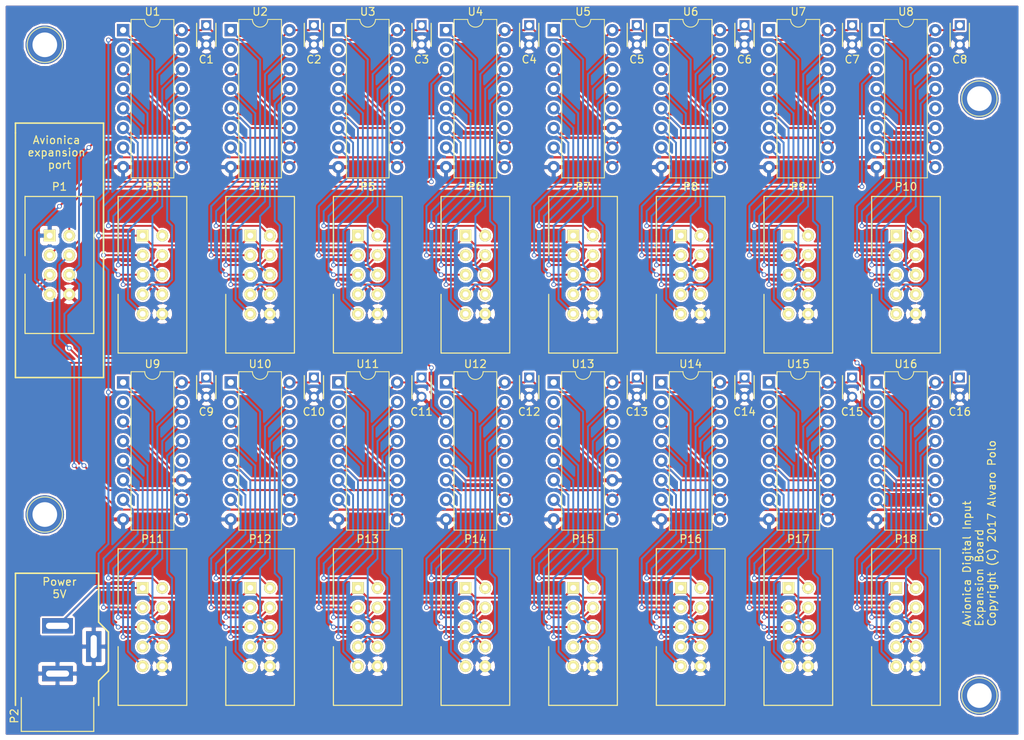
<source format=kicad_pcb>
(kicad_pcb (version 4) (host pcbnew 4.0.4-stable)
  (layers (0 F.Cu signal) (31 B.Cu signal) (34 B.Paste user) (35 F.Paste user) (36 B.SilkS user) (37 F.SilkS user) (38 B.Mask user) (39 F.Mask user) (44 Edge.Cuts user))
  (net 0 "")
  (net 1 VCC)
  (net 2 GND)
  (net 3 /DATA.A)
  (net 4 /DATA.B)
  (net 5 /DATA.C)
  (net 6 /DATA.D)
  (net 7 /CLOCK)
  (net 8 /LATCH)
  (net 9 /LINE-A/DATA1.2)
  (net 10 /LINE-A/DATA1.1)
  (net 11 /LINE-A/DATA1.4)
  (net 12 /LINE-A/DATA1.3)
  (net 13 /LINE-A/DATA1.6)
  (net 14 /LINE-A/DATA1.5)
  (net 15 /LINE-A/DATA1.8)
  (net 16 /LINE-A/DATA1.7)
  (net 17 /LINE-A/DATA2.2)
  (net 18 /LINE-A/DATA2.1)
  (net 19 /LINE-A/DATA2.4)
  (net 20 /LINE-A/DATA2.3)
  (net 21 /LINE-A/DATA2.6)
  (net 22 /LINE-A/DATA2.5)
  (net 23 /LINE-A/DATA2.8)
  (net 24 /LINE-A/DATA2.7)
  (net 25 /LINE-A/DATA3.2)
  (net 26 /LINE-A/DATA3.1)
  (net 27 /LINE-A/DATA3.4)
  (net 28 /LINE-A/DATA3.3)
  (net 29 /LINE-A/DATA3.6)
  (net 30 /LINE-A/DATA3.5)
  (net 31 /LINE-A/DATA3.8)
  (net 32 /LINE-A/DATA3.7)
  (net 33 /LINE-A/DATA4.2)
  (net 34 /LINE-A/DATA4.1)
  (net 35 /LINE-A/DATA4.4)
  (net 36 /LINE-A/DATA4.3)
  (net 37 /LINE-A/DATA4.6)
  (net 38 /LINE-A/DATA4.5)
  (net 39 /LINE-A/DATA4.8)
  (net 40 /LINE-A/DATA4.7)
  (net 41 /LINE-B/DATA1.2)
  (net 42 /LINE-B/DATA1.1)
  (net 43 /LINE-B/DATA1.4)
  (net 44 /LINE-B/DATA1.3)
  (net 45 /LINE-B/DATA1.6)
  (net 46 /LINE-B/DATA1.5)
  (net 47 /LINE-B/DATA1.8)
  (net 48 /LINE-B/DATA1.7)
  (net 49 /LINE-B/DATA2.2)
  (net 50 /LINE-B/DATA2.1)
  (net 51 /LINE-B/DATA2.4)
  (net 52 /LINE-B/DATA2.3)
  (net 53 /LINE-B/DATA2.6)
  (net 54 /LINE-B/DATA2.5)
  (net 55 /LINE-B/DATA2.8)
  (net 56 /LINE-B/DATA2.7)
  (net 57 /LINE-B/DATA3.2)
  (net 58 /LINE-B/DATA3.1)
  (net 59 /LINE-B/DATA3.4)
  (net 60 /LINE-B/DATA3.3)
  (net 61 /LINE-B/DATA3.6)
  (net 62 /LINE-B/DATA3.5)
  (net 63 /LINE-B/DATA3.8)
  (net 64 /LINE-B/DATA3.7)
  (net 65 /LINE-B/DATA4.2)
  (net 66 /LINE-B/DATA4.1)
  (net 67 /LINE-B/DATA4.4)
  (net 68 /LINE-B/DATA4.3)
  (net 69 /LINE-B/DATA4.6)
  (net 70 /LINE-B/DATA4.5)
  (net 71 /LINE-B/DATA4.8)
  (net 72 /LINE-B/DATA4.7)
  (net 73 /LINE-C/DATA1.2)
  (net 74 /LINE-C/DATA1.1)
  (net 75 /LINE-C/DATA1.4)
  (net 76 /LINE-C/DATA1.3)
  (net 77 /LINE-C/DATA1.6)
  (net 78 /LINE-C/DATA1.5)
  (net 79 /LINE-C/DATA1.8)
  (net 80 /LINE-C/DATA1.7)
  (net 81 /LINE-C/DATA2.2)
  (net 82 /LINE-C/DATA2.1)
  (net 83 /LINE-C/DATA2.4)
  (net 84 /LINE-C/DATA2.3)
  (net 85 /LINE-C/DATA2.6)
  (net 86 /LINE-C/DATA2.5)
  (net 87 /LINE-C/DATA2.8)
  (net 88 /LINE-C/DATA2.7)
  (net 89 /LINE-C/DATA3.2)
  (net 90 /LINE-C/DATA3.1)
  (net 91 /LINE-C/DATA3.4)
  (net 92 /LINE-C/DATA3.3)
  (net 93 /LINE-C/DATA3.6)
  (net 94 /LINE-C/DATA3.5)
  (net 95 /LINE-C/DATA3.8)
  (net 96 /LINE-C/DATA3.7)
  (net 97 /LINE-C/DATA4.2)
  (net 98 /LINE-C/DATA4.1)
  (net 99 /LINE-C/DATA4.4)
  (net 100 /LINE-C/DATA4.3)
  (net 101 /LINE-C/DATA4.6)
  (net 102 /LINE-C/DATA4.5)
  (net 103 /LINE-C/DATA4.8)
  (net 104 /LINE-C/DATA4.7)
  (net 105 /LINE-D/DATA1.2)
  (net 106 /LINE-D/DATA1.1)
  (net 107 /LINE-D/DATA1.4)
  (net 108 /LINE-D/DATA1.3)
  (net 109 /LINE-D/DATA1.6)
  (net 110 /LINE-D/DATA1.5)
  (net 111 /LINE-D/DATA1.8)
  (net 112 /LINE-D/DATA1.7)
  (net 113 /LINE-D/DATA2.2)
  (net 114 /LINE-D/DATA2.1)
  (net 115 /LINE-D/DATA2.4)
  (net 116 /LINE-D/DATA2.3)
  (net 117 /LINE-D/DATA2.6)
  (net 118 /LINE-D/DATA2.5)
  (net 119 /LINE-D/DATA2.8)
  (net 120 /LINE-D/DATA2.7)
  (net 121 /LINE-D/DATA3.2)
  (net 122 /LINE-D/DATA3.1)
  (net 123 /LINE-D/DATA3.4)
  (net 124 /LINE-D/DATA3.3)
  (net 125 /LINE-D/DATA3.6)
  (net 126 /LINE-D/DATA3.5)
  (net 127 /LINE-D/DATA3.8)
  (net 128 /LINE-D/DATA3.7)
  (net 129 /LINE-D/DATA4.2)
  (net 130 /LINE-D/DATA4.1)
  (net 131 /LINE-D/DATA4.4)
  (net 132 /LINE-D/DATA4.3)
  (net 133 /LINE-D/DATA4.6)
  (net 134 /LINE-D/DATA4.5)
  (net 135 /LINE-D/DATA4.8)
  (net 136 /LINE-D/DATA4.7)
  (net 137 "Net-(U1-Pad2)")
  (net 138 "Net-(U1-Pad3)")
  (net 139 "Net-(U1-Pad12)")
  (net 140 "Net-(U2-Pad2)")
  (net 141 "Net-(U2-Pad3)")
  (net 142 "Net-(U2-Pad12)")
  (net 143 "Net-(U3-Pad2)")
  (net 144 "Net-(U3-Pad3)")
  (net 145 "Net-(U3-Pad12)")
  (net 146 "Net-(U4-Pad2)")
  (net 147 "Net-(U4-Pad12)")
  (net 148 "Net-(U5-Pad2)")
  (net 149 "Net-(U5-Pad3)")
  (net 150 "Net-(U5-Pad12)")
  (net 151 "Net-(U6-Pad2)")
  (net 152 "Net-(U6-Pad3)")
  (net 153 "Net-(U6-Pad12)")
  (net 154 "Net-(U7-Pad2)")
  (net 155 "Net-(U7-Pad3)")
  (net 156 "Net-(U7-Pad12)")
  (net 157 "Net-(U8-Pad2)")
  (net 158 "Net-(U8-Pad12)")
  (net 159 "Net-(U9-Pad2)")
  (net 160 "Net-(U10-Pad11)")
  (net 161 "Net-(U9-Pad12)")
  (net 162 "Net-(U10-Pad2)")
  (net 163 "Net-(U10-Pad3)")
  (net 164 "Net-(U10-Pad12)")
  (net 165 "Net-(U11-Pad2)")
  (net 166 "Net-(U11-Pad3)")
  (net 167 "Net-(U11-Pad12)")
  (net 168 "Net-(U12-Pad2)")
  (net 169 "Net-(U12-Pad12)")
  (net 170 "Net-(U13-Pad2)")
  (net 171 "Net-(U13-Pad3)")
  (net 172 "Net-(U13-Pad12)")
  (net 173 "Net-(U14-Pad2)")
  (net 174 "Net-(U14-Pad3)")
  (net 175 "Net-(U14-Pad12)")
  (net 176 "Net-(U15-Pad2)")
  (net 177 "Net-(U15-Pad3)")
  (net 178 "Net-(U15-Pad12)")
  (net 179 "Net-(U16-Pad2)")
  (net 180 "Net-(U16-Pad12)")
  (module Connect:1pin (layer F.Cu) (at 78.74 106.045)
    (fp_text reference REF** hide)
    (fp_text value 1pin hide)
    (pad 1 thru_hole circle (at 0 0) (size 5 5) (drill 3.2) (layers *.Cu *.Mask))
  )
  (module Connect:1pin (layer F.Cu) (at 78.74 45.085)
    (fp_text reference REF** hide)
    (fp_text value 1pin hide)
    (pad 1 thru_hole circle (at 0 0) (size 5 5) (drill 3.2) (layers *.Cu *.Mask))
  )
  (module Connect:1pin (layer F.Cu) (at 200.025 52.07)
    (fp_text reference REF** hide)
    (fp_text value 1pin hide)
    (pad 1 thru_hole circle (at 0 0) (size 5 5) (drill 3.2) (layers *.Cu *.Mask))
  )
  (module Capacitors_ThroughHole:C_Disc_D3_P2.5 (layer F.Cu) (at 99.695 42.545 270)
    (fp_text reference C1 (at 4.445 0 360) (layer F.SilkS))
    (fp_text value C_Small)
    (pad 1 thru_hole rect (at 0 0 270) (size 1.3 1.3) (drill 0.8) (layers *.Cu *.Mask) (net 1 VCC))
    (pad 2 thru_hole circle (at 2.5 0 270) (size 1.3 1.3) (drill 0.8001) (layers *.Cu *.Mask) (net 2 GND))
  )
  (module Capacitors_ThroughHole:C_Disc_D3_P2.5 (layer F.Cu) (at 113.665 42.545 270)
    (fp_text reference C2 (at 4.445 0 360) (layer F.SilkS))
    (fp_text value C_Small)
    (pad 1 thru_hole rect (at 0 0 270) (size 1.3 1.3) (drill 0.8) (layers *.Cu *.Mask) (net 1 VCC))
    (pad 2 thru_hole circle (at 2.5 0 270) (size 1.3 1.3) (drill 0.8001) (layers *.Cu *.Mask) (net 2 GND))
  )
  (module Capacitors_ThroughHole:C_Disc_D3_P2.5 (layer F.Cu) (at 127.635 42.545 270)
    (fp_text reference C3 (at 4.445 0 360) (layer F.SilkS))
    (fp_text value C_Small)
    (pad 1 thru_hole rect (at 0 0 270) (size 1.3 1.3) (drill 0.8) (layers *.Cu *.Mask) (net 1 VCC))
    (pad 2 thru_hole circle (at 2.5 0 270) (size 1.3 1.3) (drill 0.8001) (layers *.Cu *.Mask) (net 2 GND))
  )
  (module Capacitors_ThroughHole:C_Disc_D3_P2.5 (layer F.Cu) (at 141.605 42.545 270)
    (fp_text reference C4 (at 4.445 0 360) (layer F.SilkS))
    (fp_text value C_Small)
    (pad 1 thru_hole rect (at 0 0 270) (size 1.3 1.3) (drill 0.8) (layers *.Cu *.Mask) (net 1 VCC))
    (pad 2 thru_hole circle (at 2.5 0 270) (size 1.3 1.3) (drill 0.8001) (layers *.Cu *.Mask) (net 2 GND))
  )
  (module Capacitors_ThroughHole:C_Disc_D3_P2.5 (layer F.Cu) (at 155.575 42.545 270)
    (fp_text reference C5 (at 4.445 0 360) (layer F.SilkS))
    (fp_text value C_Small)
    (pad 1 thru_hole rect (at 0 0 270) (size 1.3 1.3) (drill 0.8) (layers *.Cu *.Mask) (net 1 VCC))
    (pad 2 thru_hole circle (at 2.5 0 270) (size 1.3 1.3) (drill 0.8001) (layers *.Cu *.Mask) (net 2 GND))
  )
  (module Capacitors_ThroughHole:C_Disc_D3_P2.5 (layer F.Cu) (at 169.545 42.545 270)
    (fp_text reference C6 (at 4.445 0 360) (layer F.SilkS))
    (fp_text value C_Small)
    (pad 1 thru_hole rect (at 0 0 270) (size 1.3 1.3) (drill 0.8) (layers *.Cu *.Mask) (net 1 VCC))
    (pad 2 thru_hole circle (at 2.5 0 270) (size 1.3 1.3) (drill 0.8001) (layers *.Cu *.Mask) (net 2 GND))
  )
  (module Capacitors_ThroughHole:C_Disc_D3_P2.5 (layer F.Cu) (at 183.515 42.545 270)
    (fp_text reference C7 (at 4.445 0 360) (layer F.SilkS))
    (fp_text value C_Small)
    (pad 1 thru_hole rect (at 0 0 270) (size 1.3 1.3) (drill 0.8) (layers *.Cu *.Mask) (net 1 VCC))
    (pad 2 thru_hole circle (at 2.5 0 270) (size 1.3 1.3) (drill 0.8001) (layers *.Cu *.Mask) (net 2 GND))
  )
  (module Capacitors_ThroughHole:C_Disc_D3_P2.5 (layer F.Cu) (at 197.485 42.545 270)
    (fp_text reference C8 (at 4.445 0 360) (layer F.SilkS))
    (fp_text value C_Small)
    (pad 1 thru_hole rect (at 0 0 270) (size 1.3 1.3) (drill 0.8) (layers *.Cu *.Mask) (net 1 VCC))
    (pad 2 thru_hole circle (at 2.5 0 270) (size 1.3 1.3) (drill 0.8001) (layers *.Cu *.Mask) (net 2 GND))
  )
  (module Capacitors_ThroughHole:C_Disc_D3_P2.5 (layer F.Cu) (at 99.695 88.265 270)
    (fp_text reference C9 (at 4.445 0 360) (layer F.SilkS))
    (fp_text value C_Small)
    (pad 1 thru_hole rect (at 0 0 270) (size 1.3 1.3) (drill 0.8) (layers *.Cu *.Mask) (net 1 VCC))
    (pad 2 thru_hole circle (at 2.5 0 270) (size 1.3 1.3) (drill 0.8001) (layers *.Cu *.Mask) (net 2 GND))
  )
  (module Capacitors_ThroughHole:C_Disc_D3_P2.5 (layer F.Cu) (at 113.665 88.265 270)
    (fp_text reference C10 (at 4.445 0 360) (layer F.SilkS))
    (fp_text value C_Small)
    (pad 1 thru_hole rect (at 0 0 270) (size 1.3 1.3) (drill 0.8) (layers *.Cu *.Mask) (net 1 VCC))
    (pad 2 thru_hole circle (at 2.5 0 270) (size 1.3 1.3) (drill 0.8001) (layers *.Cu *.Mask) (net 2 GND))
  )
  (module Capacitors_ThroughHole:C_Disc_D3_P2.5 (layer F.Cu) (at 127.635 88.265 270)
    (fp_text reference C11 (at 4.445 0 360) (layer F.SilkS))
    (fp_text value C_Small)
    (pad 1 thru_hole rect (at 0 0 270) (size 1.3 1.3) (drill 0.8) (layers *.Cu *.Mask) (net 1 VCC))
    (pad 2 thru_hole circle (at 2.5 0 270) (size 1.3 1.3) (drill 0.8001) (layers *.Cu *.Mask) (net 2 GND))
  )
  (module Capacitors_ThroughHole:C_Disc_D3_P2.5 (layer F.Cu) (at 141.605 88.265 270)
    (fp_text reference C12 (at 4.445 0 360) (layer F.SilkS))
    (fp_text value C_Small)
    (pad 1 thru_hole rect (at 0 0 270) (size 1.3 1.3) (drill 0.8) (layers *.Cu *.Mask) (net 1 VCC))
    (pad 2 thru_hole circle (at 2.5 0 270) (size 1.3 1.3) (drill 0.8001) (layers *.Cu *.Mask) (net 2 GND))
  )
  (module Capacitors_ThroughHole:C_Disc_D3_P2.5 (layer F.Cu) (at 155.575 88.265 270)
    (fp_text reference C13 (at 4.445 0 360) (layer F.SilkS))
    (fp_text value C_Small)
    (pad 1 thru_hole rect (at 0 0 270) (size 1.3 1.3) (drill 0.8) (layers *.Cu *.Mask) (net 1 VCC))
    (pad 2 thru_hole circle (at 2.5 0 270) (size 1.3 1.3) (drill 0.8001) (layers *.Cu *.Mask) (net 2 GND))
  )
  (module Capacitors_ThroughHole:C_Disc_D3_P2.5 (layer F.Cu) (at 169.545 88.265 270)
    (fp_text reference C14 (at 4.445 0 360) (layer F.SilkS))
    (fp_text value C_Small)
    (pad 1 thru_hole rect (at 0 0 270) (size 1.3 1.3) (drill 0.8) (layers *.Cu *.Mask) (net 1 VCC))
    (pad 2 thru_hole circle (at 2.5 0 270) (size 1.3 1.3) (drill 0.8001) (layers *.Cu *.Mask) (net 2 GND))
  )
  (module Capacitors_ThroughHole:C_Disc_D3_P2.5 (layer F.Cu) (at 183.515 88.265 270)
    (fp_text reference C15 (at 4.445 0 360) (layer F.SilkS))
    (fp_text value C_Small)
    (pad 1 thru_hole rect (at 0 0 270) (size 1.3 1.3) (drill 0.8) (layers *.Cu *.Mask) (net 1 VCC))
    (pad 2 thru_hole circle (at 2.5 0 270) (size 1.3 1.3) (drill 0.8001) (layers *.Cu *.Mask) (net 2 GND))
  )
  (module Capacitors_ThroughHole:C_Disc_D3_P2.5 (layer F.Cu) (at 197.485 88.265 270)
    (fp_text reference C16 (at 4.445 0 360) (layer F.SilkS))
    (fp_text value C_Small)
    (pad 1 thru_hole rect (at 0 0 270) (size 1.3 1.3) (drill 0.8) (layers *.Cu *.Mask) (net 1 VCC))
    (pad 2 thru_hole circle (at 2.5 0 270) (size 1.3 1.3) (drill 0.8001) (layers *.Cu *.Mask) (net 2 GND))
  )
  (module Housings_DIP:DIP-16_W7.62mm (layer F.Cu) (at 88.9 43.18)
    (fp_text reference U1 (at 3.81 -2.39) (layer F.SilkS))
    (fp_text value CD4021)
    (pad 1 thru_hole rect (at 0 0) (size 1.6 1.6) (drill 0.8) (layers *.Cu *.Mask) (net 15 /LINE-A/DATA1.8))
    (pad 9 thru_hole oval (at 7.62 17.78) (size 1.6 1.6) (drill 0.8) (layers *.Cu *.Mask) (net 8 /LATCH))
    (pad 2 thru_hole oval (at 0 2.54) (size 1.6 1.6) (drill 0.8) (layers *.Cu *.Mask) (net 137 "Net-(U1-Pad2)"))
    (pad 10 thru_hole oval (at 7.62 15.24) (size 1.6 1.6) (drill 0.8) (layers *.Cu *.Mask) (net 7 /CLOCK))
    (pad 3 thru_hole oval (at 0 5.08) (size 1.6 1.6) (drill 0.8) (layers *.Cu *.Mask) (net 138 "Net-(U1-Pad3)"))
    (pad 11 thru_hole oval (at 7.62 12.7) (size 1.6 1.6) (drill 0.8) (layers *.Cu *.Mask) (net 2 GND))
    (pad 4 thru_hole oval (at 0 7.62) (size 1.6 1.6) (drill 0.8) (layers *.Cu *.Mask) (net 11 /LINE-A/DATA1.4))
    (pad 12 thru_hole oval (at 7.62 10.16) (size 1.6 1.6) (drill 0.8) (layers *.Cu *.Mask) (net 139 "Net-(U1-Pad12)"))
    (pad 5 thru_hole oval (at 0 10.16) (size 1.6 1.6) (drill 0.8) (layers *.Cu *.Mask) (net 12 /LINE-A/DATA1.3))
    (pad 13 thru_hole oval (at 7.62 7.62) (size 1.6 1.6) (drill 0.8) (layers *.Cu *.Mask) (net 14 /LINE-A/DATA1.5))
    (pad 6 thru_hole oval (at 0 12.7) (size 1.6 1.6) (drill 0.8) (layers *.Cu *.Mask) (net 9 /LINE-A/DATA1.2))
    (pad 14 thru_hole oval (at 7.62 5.08) (size 1.6 1.6) (drill 0.8) (layers *.Cu *.Mask) (net 13 /LINE-A/DATA1.6))
    (pad 7 thru_hole oval (at 0 15.24) (size 1.6 1.6) (drill 0.8) (layers *.Cu *.Mask) (net 10 /LINE-A/DATA1.1))
    (pad 15 thru_hole oval (at 7.62 2.54) (size 1.6 1.6) (drill 0.8) (layers *.Cu *.Mask) (net 16 /LINE-A/DATA1.7))
    (pad 8 thru_hole oval (at 0 17.78) (size 1.6 1.6) (drill 0.8) (layers *.Cu *.Mask) (net 2 GND))
    (pad 16 thru_hole oval (at 7.62 0) (size 1.6 1.6) (drill 0.8) (layers *.Cu *.Mask) (net 1 VCC))
  )
  (module Housings_DIP:DIP-16_W7.62mm (layer F.Cu) (at 102.87 43.18)
    (fp_text reference U2 (at 3.81 -2.39) (layer F.SilkS))
    (fp_text value CD4021)
    (pad 1 thru_hole rect (at 0 0) (size 1.6 1.6) (drill 0.8) (layers *.Cu *.Mask) (net 23 /LINE-A/DATA2.8))
    (pad 9 thru_hole oval (at 7.62 17.78) (size 1.6 1.6) (drill 0.8) (layers *.Cu *.Mask) (net 8 /LATCH))
    (pad 2 thru_hole oval (at 0 2.54) (size 1.6 1.6) (drill 0.8) (layers *.Cu *.Mask) (net 140 "Net-(U2-Pad2)"))
    (pad 10 thru_hole oval (at 7.62 15.24) (size 1.6 1.6) (drill 0.8) (layers *.Cu *.Mask) (net 7 /CLOCK))
    (pad 3 thru_hole oval (at 0 5.08) (size 1.6 1.6) (drill 0.8) (layers *.Cu *.Mask) (net 141 "Net-(U2-Pad3)"))
    (pad 11 thru_hole oval (at 7.62 12.7) (size 1.6 1.6) (drill 0.8) (layers *.Cu *.Mask) (net 138 "Net-(U1-Pad3)"))
    (pad 4 thru_hole oval (at 0 7.62) (size 1.6 1.6) (drill 0.8) (layers *.Cu *.Mask) (net 19 /LINE-A/DATA2.4))
    (pad 12 thru_hole oval (at 7.62 10.16) (size 1.6 1.6) (drill 0.8) (layers *.Cu *.Mask) (net 142 "Net-(U2-Pad12)"))
    (pad 5 thru_hole oval (at 0 10.16) (size 1.6 1.6) (drill 0.8) (layers *.Cu *.Mask) (net 20 /LINE-A/DATA2.3))
    (pad 13 thru_hole oval (at 7.62 7.62) (size 1.6 1.6) (drill 0.8) (layers *.Cu *.Mask) (net 22 /LINE-A/DATA2.5))
    (pad 6 thru_hole oval (at 0 12.7) (size 1.6 1.6) (drill 0.8) (layers *.Cu *.Mask) (net 17 /LINE-A/DATA2.2))
    (pad 14 thru_hole oval (at 7.62 5.08) (size 1.6 1.6) (drill 0.8) (layers *.Cu *.Mask) (net 21 /LINE-A/DATA2.6))
    (pad 7 thru_hole oval (at 0 15.24) (size 1.6 1.6) (drill 0.8) (layers *.Cu *.Mask) (net 18 /LINE-A/DATA2.1))
    (pad 15 thru_hole oval (at 7.62 2.54) (size 1.6 1.6) (drill 0.8) (layers *.Cu *.Mask) (net 24 /LINE-A/DATA2.7))
    (pad 8 thru_hole oval (at 0 17.78) (size 1.6 1.6) (drill 0.8) (layers *.Cu *.Mask) (net 2 GND))
    (pad 16 thru_hole oval (at 7.62 0) (size 1.6 1.6) (drill 0.8) (layers *.Cu *.Mask) (net 1 VCC))
  )
  (module Housings_DIP:DIP-16_W7.62mm (layer F.Cu) (at 116.84 43.18)
    (fp_text reference U3 (at 3.81 -2.39) (layer F.SilkS))
    (fp_text value CD4021)
    (pad 1 thru_hole rect (at 0 0) (size 1.6 1.6) (drill 0.8) (layers *.Cu *.Mask) (net 31 /LINE-A/DATA3.8))
    (pad 9 thru_hole oval (at 7.62 17.78) (size 1.6 1.6) (drill 0.8) (layers *.Cu *.Mask) (net 8 /LATCH))
    (pad 2 thru_hole oval (at 0 2.54) (size 1.6 1.6) (drill 0.8) (layers *.Cu *.Mask) (net 143 "Net-(U3-Pad2)"))
    (pad 10 thru_hole oval (at 7.62 15.24) (size 1.6 1.6) (drill 0.8) (layers *.Cu *.Mask) (net 7 /CLOCK))
    (pad 3 thru_hole oval (at 0 5.08) (size 1.6 1.6) (drill 0.8) (layers *.Cu *.Mask) (net 144 "Net-(U3-Pad3)"))
    (pad 11 thru_hole oval (at 7.62 12.7) (size 1.6 1.6) (drill 0.8) (layers *.Cu *.Mask) (net 141 "Net-(U2-Pad3)"))
    (pad 4 thru_hole oval (at 0 7.62) (size 1.6 1.6) (drill 0.8) (layers *.Cu *.Mask) (net 27 /LINE-A/DATA3.4))
    (pad 12 thru_hole oval (at 7.62 10.16) (size 1.6 1.6) (drill 0.8) (layers *.Cu *.Mask) (net 145 "Net-(U3-Pad12)"))
    (pad 5 thru_hole oval (at 0 10.16) (size 1.6 1.6) (drill 0.8) (layers *.Cu *.Mask) (net 28 /LINE-A/DATA3.3))
    (pad 13 thru_hole oval (at 7.62 7.62) (size 1.6 1.6) (drill 0.8) (layers *.Cu *.Mask) (net 30 /LINE-A/DATA3.5))
    (pad 6 thru_hole oval (at 0 12.7) (size 1.6 1.6) (drill 0.8) (layers *.Cu *.Mask) (net 25 /LINE-A/DATA3.2))
    (pad 14 thru_hole oval (at 7.62 5.08) (size 1.6 1.6) (drill 0.8) (layers *.Cu *.Mask) (net 29 /LINE-A/DATA3.6))
    (pad 7 thru_hole oval (at 0 15.24) (size 1.6 1.6) (drill 0.8) (layers *.Cu *.Mask) (net 26 /LINE-A/DATA3.1))
    (pad 15 thru_hole oval (at 7.62 2.54) (size 1.6 1.6) (drill 0.8) (layers *.Cu *.Mask) (net 32 /LINE-A/DATA3.7))
    (pad 8 thru_hole oval (at 0 17.78) (size 1.6 1.6) (drill 0.8) (layers *.Cu *.Mask) (net 2 GND))
    (pad 16 thru_hole oval (at 7.62 0) (size 1.6 1.6) (drill 0.8) (layers *.Cu *.Mask) (net 1 VCC))
  )
  (module Housings_DIP:DIP-16_W7.62mm (layer F.Cu) (at 130.81 43.18)
    (fp_text reference U4 (at 3.81 -2.39) (layer F.SilkS))
    (fp_text value CD4021)
    (pad 1 thru_hole rect (at 0 0) (size 1.6 1.6) (drill 0.8) (layers *.Cu *.Mask) (net 39 /LINE-A/DATA4.8))
    (pad 9 thru_hole oval (at 7.62 17.78) (size 1.6 1.6) (drill 0.8) (layers *.Cu *.Mask) (net 8 /LATCH))
    (pad 2 thru_hole oval (at 0 2.54) (size 1.6 1.6) (drill 0.8) (layers *.Cu *.Mask) (net 146 "Net-(U4-Pad2)"))
    (pad 10 thru_hole oval (at 7.62 15.24) (size 1.6 1.6) (drill 0.8) (layers *.Cu *.Mask) (net 7 /CLOCK))
    (pad 3 thru_hole oval (at 0 5.08) (size 1.6 1.6) (drill 0.8) (layers *.Cu *.Mask) (net 3 /DATA.A))
    (pad 11 thru_hole oval (at 7.62 12.7) (size 1.6 1.6) (drill 0.8) (layers *.Cu *.Mask) (net 144 "Net-(U3-Pad3)"))
    (pad 4 thru_hole oval (at 0 7.62) (size 1.6 1.6) (drill 0.8) (layers *.Cu *.Mask) (net 35 /LINE-A/DATA4.4))
    (pad 12 thru_hole oval (at 7.62 10.16) (size 1.6 1.6) (drill 0.8) (layers *.Cu *.Mask) (net 147 "Net-(U4-Pad12)"))
    (pad 5 thru_hole oval (at 0 10.16) (size 1.6 1.6) (drill 0.8) (layers *.Cu *.Mask) (net 36 /LINE-A/DATA4.3))
    (pad 13 thru_hole oval (at 7.62 7.62) (size 1.6 1.6) (drill 0.8) (layers *.Cu *.Mask) (net 38 /LINE-A/DATA4.5))
    (pad 6 thru_hole oval (at 0 12.7) (size 1.6 1.6) (drill 0.8) (layers *.Cu *.Mask) (net 33 /LINE-A/DATA4.2))
    (pad 14 thru_hole oval (at 7.62 5.08) (size 1.6 1.6) (drill 0.8) (layers *.Cu *.Mask) (net 37 /LINE-A/DATA4.6))
    (pad 7 thru_hole oval (at 0 15.24) (size 1.6 1.6) (drill 0.8) (layers *.Cu *.Mask) (net 34 /LINE-A/DATA4.1))
    (pad 15 thru_hole oval (at 7.62 2.54) (size 1.6 1.6) (drill 0.8) (layers *.Cu *.Mask) (net 40 /LINE-A/DATA4.7))
    (pad 8 thru_hole oval (at 0 17.78) (size 1.6 1.6) (drill 0.8) (layers *.Cu *.Mask) (net 2 GND))
    (pad 16 thru_hole oval (at 7.62 0) (size 1.6 1.6) (drill 0.8) (layers *.Cu *.Mask) (net 1 VCC))
  )
  (module Housings_DIP:DIP-16_W7.62mm (layer F.Cu) (at 144.78 43.18)
    (fp_text reference U5 (at 3.81 -2.39) (layer F.SilkS))
    (fp_text value CD4021)
    (pad 1 thru_hole rect (at 0 0) (size 1.6 1.6) (drill 0.8) (layers *.Cu *.Mask) (net 47 /LINE-B/DATA1.8))
    (pad 9 thru_hole oval (at 7.62 17.78) (size 1.6 1.6) (drill 0.8) (layers *.Cu *.Mask) (net 8 /LATCH))
    (pad 2 thru_hole oval (at 0 2.54) (size 1.6 1.6) (drill 0.8) (layers *.Cu *.Mask) (net 148 "Net-(U5-Pad2)"))
    (pad 10 thru_hole oval (at 7.62 15.24) (size 1.6 1.6) (drill 0.8) (layers *.Cu *.Mask) (net 7 /CLOCK))
    (pad 3 thru_hole oval (at 0 5.08) (size 1.6 1.6) (drill 0.8) (layers *.Cu *.Mask) (net 149 "Net-(U5-Pad3)"))
    (pad 11 thru_hole oval (at 7.62 12.7) (size 1.6 1.6) (drill 0.8) (layers *.Cu *.Mask) (net 2 GND))
    (pad 4 thru_hole oval (at 0 7.62) (size 1.6 1.6) (drill 0.8) (layers *.Cu *.Mask) (net 43 /LINE-B/DATA1.4))
    (pad 12 thru_hole oval (at 7.62 10.16) (size 1.6 1.6) (drill 0.8) (layers *.Cu *.Mask) (net 150 "Net-(U5-Pad12)"))
    (pad 5 thru_hole oval (at 0 10.16) (size 1.6 1.6) (drill 0.8) (layers *.Cu *.Mask) (net 44 /LINE-B/DATA1.3))
    (pad 13 thru_hole oval (at 7.62 7.62) (size 1.6 1.6) (drill 0.8) (layers *.Cu *.Mask) (net 46 /LINE-B/DATA1.5))
    (pad 6 thru_hole oval (at 0 12.7) (size 1.6 1.6) (drill 0.8) (layers *.Cu *.Mask) (net 41 /LINE-B/DATA1.2))
    (pad 14 thru_hole oval (at 7.62 5.08) (size 1.6 1.6) (drill 0.8) (layers *.Cu *.Mask) (net 45 /LINE-B/DATA1.6))
    (pad 7 thru_hole oval (at 0 15.24) (size 1.6 1.6) (drill 0.8) (layers *.Cu *.Mask) (net 42 /LINE-B/DATA1.1))
    (pad 15 thru_hole oval (at 7.62 2.54) (size 1.6 1.6) (drill 0.8) (layers *.Cu *.Mask) (net 48 /LINE-B/DATA1.7))
    (pad 8 thru_hole oval (at 0 17.78) (size 1.6 1.6) (drill 0.8) (layers *.Cu *.Mask) (net 2 GND))
    (pad 16 thru_hole oval (at 7.62 0) (size 1.6 1.6) (drill 0.8) (layers *.Cu *.Mask) (net 1 VCC))
  )
  (module Housings_DIP:DIP-16_W7.62mm (layer F.Cu) (at 158.75 43.18)
    (fp_text reference U6 (at 3.81 -2.39) (layer F.SilkS))
    (fp_text value CD4021)
    (pad 1 thru_hole rect (at 0 0) (size 1.6 1.6) (drill 0.8) (layers *.Cu *.Mask) (net 55 /LINE-B/DATA2.8))
    (pad 9 thru_hole oval (at 7.62 17.78) (size 1.6 1.6) (drill 0.8) (layers *.Cu *.Mask) (net 8 /LATCH))
    (pad 2 thru_hole oval (at 0 2.54) (size 1.6 1.6) (drill 0.8) (layers *.Cu *.Mask) (net 151 "Net-(U6-Pad2)"))
    (pad 10 thru_hole oval (at 7.62 15.24) (size 1.6 1.6) (drill 0.8) (layers *.Cu *.Mask) (net 7 /CLOCK))
    (pad 3 thru_hole oval (at 0 5.08) (size 1.6 1.6) (drill 0.8) (layers *.Cu *.Mask) (net 152 "Net-(U6-Pad3)"))
    (pad 11 thru_hole oval (at 7.62 12.7) (size 1.6 1.6) (drill 0.8) (layers *.Cu *.Mask) (net 149 "Net-(U5-Pad3)"))
    (pad 4 thru_hole oval (at 0 7.62) (size 1.6 1.6) (drill 0.8) (layers *.Cu *.Mask) (net 51 /LINE-B/DATA2.4))
    (pad 12 thru_hole oval (at 7.62 10.16) (size 1.6 1.6) (drill 0.8) (layers *.Cu *.Mask) (net 153 "Net-(U6-Pad12)"))
    (pad 5 thru_hole oval (at 0 10.16) (size 1.6 1.6) (drill 0.8) (layers *.Cu *.Mask) (net 52 /LINE-B/DATA2.3))
    (pad 13 thru_hole oval (at 7.62 7.62) (size 1.6 1.6) (drill 0.8) (layers *.Cu *.Mask) (net 54 /LINE-B/DATA2.5))
    (pad 6 thru_hole oval (at 0 12.7) (size 1.6 1.6) (drill 0.8) (layers *.Cu *.Mask) (net 49 /LINE-B/DATA2.2))
    (pad 14 thru_hole oval (at 7.62 5.08) (size 1.6 1.6) (drill 0.8) (layers *.Cu *.Mask) (net 53 /LINE-B/DATA2.6))
    (pad 7 thru_hole oval (at 0 15.24) (size 1.6 1.6) (drill 0.8) (layers *.Cu *.Mask) (net 50 /LINE-B/DATA2.1))
    (pad 15 thru_hole oval (at 7.62 2.54) (size 1.6 1.6) (drill 0.8) (layers *.Cu *.Mask) (net 56 /LINE-B/DATA2.7))
    (pad 8 thru_hole oval (at 0 17.78) (size 1.6 1.6) (drill 0.8) (layers *.Cu *.Mask) (net 2 GND))
    (pad 16 thru_hole oval (at 7.62 0) (size 1.6 1.6) (drill 0.8) (layers *.Cu *.Mask) (net 1 VCC))
  )
  (module Housings_DIP:DIP-16_W7.62mm (layer F.Cu) (at 172.72 43.18)
    (fp_text reference U7 (at 3.81 -2.39) (layer F.SilkS))
    (fp_text value CD4021)
    (pad 1 thru_hole rect (at 0 0) (size 1.6 1.6) (drill 0.8) (layers *.Cu *.Mask) (net 63 /LINE-B/DATA3.8))
    (pad 9 thru_hole oval (at 7.62 17.78) (size 1.6 1.6) (drill 0.8) (layers *.Cu *.Mask) (net 8 /LATCH))
    (pad 2 thru_hole oval (at 0 2.54) (size 1.6 1.6) (drill 0.8) (layers *.Cu *.Mask) (net 154 "Net-(U7-Pad2)"))
    (pad 10 thru_hole oval (at 7.62 15.24) (size 1.6 1.6) (drill 0.8) (layers *.Cu *.Mask) (net 7 /CLOCK))
    (pad 3 thru_hole oval (at 0 5.08) (size 1.6 1.6) (drill 0.8) (layers *.Cu *.Mask) (net 155 "Net-(U7-Pad3)"))
    (pad 11 thru_hole oval (at 7.62 12.7) (size 1.6 1.6) (drill 0.8) (layers *.Cu *.Mask) (net 152 "Net-(U6-Pad3)"))
    (pad 4 thru_hole oval (at 0 7.62) (size 1.6 1.6) (drill 0.8) (layers *.Cu *.Mask) (net 59 /LINE-B/DATA3.4))
    (pad 12 thru_hole oval (at 7.62 10.16) (size 1.6 1.6) (drill 0.8) (layers *.Cu *.Mask) (net 156 "Net-(U7-Pad12)"))
    (pad 5 thru_hole oval (at 0 10.16) (size 1.6 1.6) (drill 0.8) (layers *.Cu *.Mask) (net 60 /LINE-B/DATA3.3))
    (pad 13 thru_hole oval (at 7.62 7.62) (size 1.6 1.6) (drill 0.8) (layers *.Cu *.Mask) (net 62 /LINE-B/DATA3.5))
    (pad 6 thru_hole oval (at 0 12.7) (size 1.6 1.6) (drill 0.8) (layers *.Cu *.Mask) (net 57 /LINE-B/DATA3.2))
    (pad 14 thru_hole oval (at 7.62 5.08) (size 1.6 1.6) (drill 0.8) (layers *.Cu *.Mask) (net 61 /LINE-B/DATA3.6))
    (pad 7 thru_hole oval (at 0 15.24) (size 1.6 1.6) (drill 0.8) (layers *.Cu *.Mask) (net 58 /LINE-B/DATA3.1))
    (pad 15 thru_hole oval (at 7.62 2.54) (size 1.6 1.6) (drill 0.8) (layers *.Cu *.Mask) (net 64 /LINE-B/DATA3.7))
    (pad 8 thru_hole oval (at 0 17.78) (size 1.6 1.6) (drill 0.8) (layers *.Cu *.Mask) (net 2 GND))
    (pad 16 thru_hole oval (at 7.62 0) (size 1.6 1.6) (drill 0.8) (layers *.Cu *.Mask) (net 1 VCC))
  )
  (module Housings_DIP:DIP-16_W7.62mm (layer F.Cu) (at 186.69 43.18)
    (fp_text reference U8 (at 3.81 -2.39) (layer F.SilkS))
    (fp_text value CD4021)
    (pad 1 thru_hole rect (at 0 0) (size 1.6 1.6) (drill 0.8) (layers *.Cu *.Mask) (net 71 /LINE-B/DATA4.8))
    (pad 9 thru_hole oval (at 7.62 17.78) (size 1.6 1.6) (drill 0.8) (layers *.Cu *.Mask) (net 8 /LATCH))
    (pad 2 thru_hole oval (at 0 2.54) (size 1.6 1.6) (drill 0.8) (layers *.Cu *.Mask) (net 157 "Net-(U8-Pad2)"))
    (pad 10 thru_hole oval (at 7.62 15.24) (size 1.6 1.6) (drill 0.8) (layers *.Cu *.Mask) (net 7 /CLOCK))
    (pad 3 thru_hole oval (at 0 5.08) (size 1.6 1.6) (drill 0.8) (layers *.Cu *.Mask) (net 4 /DATA.B))
    (pad 11 thru_hole oval (at 7.62 12.7) (size 1.6 1.6) (drill 0.8) (layers *.Cu *.Mask) (net 155 "Net-(U7-Pad3)"))
    (pad 4 thru_hole oval (at 0 7.62) (size 1.6 1.6) (drill 0.8) (layers *.Cu *.Mask) (net 67 /LINE-B/DATA4.4))
    (pad 12 thru_hole oval (at 7.62 10.16) (size 1.6 1.6) (drill 0.8) (layers *.Cu *.Mask) (net 158 "Net-(U8-Pad12)"))
    (pad 5 thru_hole oval (at 0 10.16) (size 1.6 1.6) (drill 0.8) (layers *.Cu *.Mask) (net 68 /LINE-B/DATA4.3))
    (pad 13 thru_hole oval (at 7.62 7.62) (size 1.6 1.6) (drill 0.8) (layers *.Cu *.Mask) (net 70 /LINE-B/DATA4.5))
    (pad 6 thru_hole oval (at 0 12.7) (size 1.6 1.6) (drill 0.8) (layers *.Cu *.Mask) (net 65 /LINE-B/DATA4.2))
    (pad 14 thru_hole oval (at 7.62 5.08) (size 1.6 1.6) (drill 0.8) (layers *.Cu *.Mask) (net 69 /LINE-B/DATA4.6))
    (pad 7 thru_hole oval (at 0 15.24) (size 1.6 1.6) (drill 0.8) (layers *.Cu *.Mask) (net 66 /LINE-B/DATA4.1))
    (pad 15 thru_hole oval (at 7.62 2.54) (size 1.6 1.6) (drill 0.8) (layers *.Cu *.Mask) (net 72 /LINE-B/DATA4.7))
    (pad 8 thru_hole oval (at 0 17.78) (size 1.6 1.6) (drill 0.8) (layers *.Cu *.Mask) (net 2 GND))
    (pad 16 thru_hole oval (at 7.62 0) (size 1.6 1.6) (drill 0.8) (layers *.Cu *.Mask) (net 1 VCC))
  )
  (module Housings_DIP:DIP-16_W7.62mm (layer F.Cu) (at 88.9 88.9)
    (fp_text reference U9 (at 3.81 -2.39) (layer F.SilkS))
    (fp_text value CD4021)
    (pad 1 thru_hole rect (at 0 0) (size 1.6 1.6) (drill 0.8) (layers *.Cu *.Mask) (net 111 /LINE-D/DATA1.8))
    (pad 9 thru_hole oval (at 7.62 17.78) (size 1.6 1.6) (drill 0.8) (layers *.Cu *.Mask) (net 8 /LATCH))
    (pad 2 thru_hole oval (at 0 2.54) (size 1.6 1.6) (drill 0.8) (layers *.Cu *.Mask) (net 159 "Net-(U9-Pad2)"))
    (pad 10 thru_hole oval (at 7.62 15.24) (size 1.6 1.6) (drill 0.8) (layers *.Cu *.Mask) (net 7 /CLOCK))
    (pad 3 thru_hole oval (at 0 5.08) (size 1.6 1.6) (drill 0.8) (layers *.Cu *.Mask) (net 160 "Net-(U10-Pad11)"))
    (pad 11 thru_hole oval (at 7.62 12.7) (size 1.6 1.6) (drill 0.8) (layers *.Cu *.Mask) (net 2 GND))
    (pad 4 thru_hole oval (at 0 7.62) (size 1.6 1.6) (drill 0.8) (layers *.Cu *.Mask) (net 107 /LINE-D/DATA1.4))
    (pad 12 thru_hole oval (at 7.62 10.16) (size 1.6 1.6) (drill 0.8) (layers *.Cu *.Mask) (net 161 "Net-(U9-Pad12)"))
    (pad 5 thru_hole oval (at 0 10.16) (size 1.6 1.6) (drill 0.8) (layers *.Cu *.Mask) (net 108 /LINE-D/DATA1.3))
    (pad 13 thru_hole oval (at 7.62 7.62) (size 1.6 1.6) (drill 0.8) (layers *.Cu *.Mask) (net 110 /LINE-D/DATA1.5))
    (pad 6 thru_hole oval (at 0 12.7) (size 1.6 1.6) (drill 0.8) (layers *.Cu *.Mask) (net 105 /LINE-D/DATA1.2))
    (pad 14 thru_hole oval (at 7.62 5.08) (size 1.6 1.6) (drill 0.8) (layers *.Cu *.Mask) (net 109 /LINE-D/DATA1.6))
    (pad 7 thru_hole oval (at 0 15.24) (size 1.6 1.6) (drill 0.8) (layers *.Cu *.Mask) (net 106 /LINE-D/DATA1.1))
    (pad 15 thru_hole oval (at 7.62 2.54) (size 1.6 1.6) (drill 0.8) (layers *.Cu *.Mask) (net 112 /LINE-D/DATA1.7))
    (pad 8 thru_hole oval (at 0 17.78) (size 1.6 1.6) (drill 0.8) (layers *.Cu *.Mask) (net 2 GND))
    (pad 16 thru_hole oval (at 7.62 0) (size 1.6 1.6) (drill 0.8) (layers *.Cu *.Mask) (net 1 VCC))
  )
  (module Housings_DIP:DIP-16_W7.62mm (layer F.Cu) (at 102.87 88.9)
    (fp_text reference U10 (at 3.81 -2.39) (layer F.SilkS))
    (fp_text value CD4021)
    (pad 1 thru_hole rect (at 0 0) (size 1.6 1.6) (drill 0.8) (layers *.Cu *.Mask) (net 119 /LINE-D/DATA2.8))
    (pad 9 thru_hole oval (at 7.62 17.78) (size 1.6 1.6) (drill 0.8) (layers *.Cu *.Mask) (net 8 /LATCH))
    (pad 2 thru_hole oval (at 0 2.54) (size 1.6 1.6) (drill 0.8) (layers *.Cu *.Mask) (net 162 "Net-(U10-Pad2)"))
    (pad 10 thru_hole oval (at 7.62 15.24) (size 1.6 1.6) (drill 0.8) (layers *.Cu *.Mask) (net 7 /CLOCK))
    (pad 3 thru_hole oval (at 0 5.08) (size 1.6 1.6) (drill 0.8) (layers *.Cu *.Mask) (net 163 "Net-(U10-Pad3)"))
    (pad 11 thru_hole oval (at 7.62 12.7) (size 1.6 1.6) (drill 0.8) (layers *.Cu *.Mask) (net 160 "Net-(U10-Pad11)"))
    (pad 4 thru_hole oval (at 0 7.62) (size 1.6 1.6) (drill 0.8) (layers *.Cu *.Mask) (net 115 /LINE-D/DATA2.4))
    (pad 12 thru_hole oval (at 7.62 10.16) (size 1.6 1.6) (drill 0.8) (layers *.Cu *.Mask) (net 164 "Net-(U10-Pad12)"))
    (pad 5 thru_hole oval (at 0 10.16) (size 1.6 1.6) (drill 0.8) (layers *.Cu *.Mask) (net 116 /LINE-D/DATA2.3))
    (pad 13 thru_hole oval (at 7.62 7.62) (size 1.6 1.6) (drill 0.8) (layers *.Cu *.Mask) (net 118 /LINE-D/DATA2.5))
    (pad 6 thru_hole oval (at 0 12.7) (size 1.6 1.6) (drill 0.8) (layers *.Cu *.Mask) (net 113 /LINE-D/DATA2.2))
    (pad 14 thru_hole oval (at 7.62 5.08) (size 1.6 1.6) (drill 0.8) (layers *.Cu *.Mask) (net 117 /LINE-D/DATA2.6))
    (pad 7 thru_hole oval (at 0 15.24) (size 1.6 1.6) (drill 0.8) (layers *.Cu *.Mask) (net 114 /LINE-D/DATA2.1))
    (pad 15 thru_hole oval (at 7.62 2.54) (size 1.6 1.6) (drill 0.8) (layers *.Cu *.Mask) (net 120 /LINE-D/DATA2.7))
    (pad 8 thru_hole oval (at 0 17.78) (size 1.6 1.6) (drill 0.8) (layers *.Cu *.Mask) (net 2 GND))
    (pad 16 thru_hole oval (at 7.62 0) (size 1.6 1.6) (drill 0.8) (layers *.Cu *.Mask) (net 1 VCC))
  )
  (module Housings_DIP:DIP-16_W7.62mm (layer F.Cu) (at 116.84 88.9)
    (fp_text reference U11 (at 3.81 -2.39) (layer F.SilkS))
    (fp_text value CD4021)
    (pad 1 thru_hole rect (at 0 0) (size 1.6 1.6) (drill 0.8) (layers *.Cu *.Mask) (net 127 /LINE-D/DATA3.8))
    (pad 9 thru_hole oval (at 7.62 17.78) (size 1.6 1.6) (drill 0.8) (layers *.Cu *.Mask) (net 8 /LATCH))
    (pad 2 thru_hole oval (at 0 2.54) (size 1.6 1.6) (drill 0.8) (layers *.Cu *.Mask) (net 165 "Net-(U11-Pad2)"))
    (pad 10 thru_hole oval (at 7.62 15.24) (size 1.6 1.6) (drill 0.8) (layers *.Cu *.Mask) (net 7 /CLOCK))
    (pad 3 thru_hole oval (at 0 5.08) (size 1.6 1.6) (drill 0.8) (layers *.Cu *.Mask) (net 166 "Net-(U11-Pad3)"))
    (pad 11 thru_hole oval (at 7.62 12.7) (size 1.6 1.6) (drill 0.8) (layers *.Cu *.Mask) (net 163 "Net-(U10-Pad3)"))
    (pad 4 thru_hole oval (at 0 7.62) (size 1.6 1.6) (drill 0.8) (layers *.Cu *.Mask) (net 123 /LINE-D/DATA3.4))
    (pad 12 thru_hole oval (at 7.62 10.16) (size 1.6 1.6) (drill 0.8) (layers *.Cu *.Mask) (net 167 "Net-(U11-Pad12)"))
    (pad 5 thru_hole oval (at 0 10.16) (size 1.6 1.6) (drill 0.8) (layers *.Cu *.Mask) (net 124 /LINE-D/DATA3.3))
    (pad 13 thru_hole oval (at 7.62 7.62) (size 1.6 1.6) (drill 0.8) (layers *.Cu *.Mask) (net 126 /LINE-D/DATA3.5))
    (pad 6 thru_hole oval (at 0 12.7) (size 1.6 1.6) (drill 0.8) (layers *.Cu *.Mask) (net 121 /LINE-D/DATA3.2))
    (pad 14 thru_hole oval (at 7.62 5.08) (size 1.6 1.6) (drill 0.8) (layers *.Cu *.Mask) (net 125 /LINE-D/DATA3.6))
    (pad 7 thru_hole oval (at 0 15.24) (size 1.6 1.6) (drill 0.8) (layers *.Cu *.Mask) (net 122 /LINE-D/DATA3.1))
    (pad 15 thru_hole oval (at 7.62 2.54) (size 1.6 1.6) (drill 0.8) (layers *.Cu *.Mask) (net 128 /LINE-D/DATA3.7))
    (pad 8 thru_hole oval (at 0 17.78) (size 1.6 1.6) (drill 0.8) (layers *.Cu *.Mask) (net 2 GND))
    (pad 16 thru_hole oval (at 7.62 0) (size 1.6 1.6) (drill 0.8) (layers *.Cu *.Mask) (net 1 VCC))
  )
  (module Housings_DIP:DIP-16_W7.62mm (layer F.Cu) (at 130.81 88.9)
    (fp_text reference U12 (at 3.81 -2.39) (layer F.SilkS))
    (fp_text value CD4021)
    (pad 1 thru_hole rect (at 0 0) (size 1.6 1.6) (drill 0.8) (layers *.Cu *.Mask) (net 135 /LINE-D/DATA4.8))
    (pad 9 thru_hole oval (at 7.62 17.78) (size 1.6 1.6) (drill 0.8) (layers *.Cu *.Mask) (net 8 /LATCH))
    (pad 2 thru_hole oval (at 0 2.54) (size 1.6 1.6) (drill 0.8) (layers *.Cu *.Mask) (net 168 "Net-(U12-Pad2)"))
    (pad 10 thru_hole oval (at 7.62 15.24) (size 1.6 1.6) (drill 0.8) (layers *.Cu *.Mask) (net 7 /CLOCK))
    (pad 3 thru_hole oval (at 0 5.08) (size 1.6 1.6) (drill 0.8) (layers *.Cu *.Mask) (net 6 /DATA.D))
    (pad 11 thru_hole oval (at 7.62 12.7) (size 1.6 1.6) (drill 0.8) (layers *.Cu *.Mask) (net 166 "Net-(U11-Pad3)"))
    (pad 4 thru_hole oval (at 0 7.62) (size 1.6 1.6) (drill 0.8) (layers *.Cu *.Mask) (net 131 /LINE-D/DATA4.4))
    (pad 12 thru_hole oval (at 7.62 10.16) (size 1.6 1.6) (drill 0.8) (layers *.Cu *.Mask) (net 169 "Net-(U12-Pad12)"))
    (pad 5 thru_hole oval (at 0 10.16) (size 1.6 1.6) (drill 0.8) (layers *.Cu *.Mask) (net 132 /LINE-D/DATA4.3))
    (pad 13 thru_hole oval (at 7.62 7.62) (size 1.6 1.6) (drill 0.8) (layers *.Cu *.Mask) (net 134 /LINE-D/DATA4.5))
    (pad 6 thru_hole oval (at 0 12.7) (size 1.6 1.6) (drill 0.8) (layers *.Cu *.Mask) (net 129 /LINE-D/DATA4.2))
    (pad 14 thru_hole oval (at 7.62 5.08) (size 1.6 1.6) (drill 0.8) (layers *.Cu *.Mask) (net 133 /LINE-D/DATA4.6))
    (pad 7 thru_hole oval (at 0 15.24) (size 1.6 1.6) (drill 0.8) (layers *.Cu *.Mask) (net 130 /LINE-D/DATA4.1))
    (pad 15 thru_hole oval (at 7.62 2.54) (size 1.6 1.6) (drill 0.8) (layers *.Cu *.Mask) (net 136 /LINE-D/DATA4.7))
    (pad 8 thru_hole oval (at 0 17.78) (size 1.6 1.6) (drill 0.8) (layers *.Cu *.Mask) (net 2 GND))
    (pad 16 thru_hole oval (at 7.62 0) (size 1.6 1.6) (drill 0.8) (layers *.Cu *.Mask) (net 1 VCC))
  )
  (module Housings_DIP:DIP-16_W7.62mm (layer F.Cu) (at 144.78 88.9)
    (fp_text reference U13 (at 3.81 -2.39) (layer F.SilkS))
    (fp_text value CD4021)
    (pad 1 thru_hole rect (at 0 0) (size 1.6 1.6) (drill 0.8) (layers *.Cu *.Mask) (net 79 /LINE-C/DATA1.8))
    (pad 9 thru_hole oval (at 7.62 17.78) (size 1.6 1.6) (drill 0.8) (layers *.Cu *.Mask) (net 8 /LATCH))
    (pad 2 thru_hole oval (at 0 2.54) (size 1.6 1.6) (drill 0.8) (layers *.Cu *.Mask) (net 170 "Net-(U13-Pad2)"))
    (pad 10 thru_hole oval (at 7.62 15.24) (size 1.6 1.6) (drill 0.8) (layers *.Cu *.Mask) (net 7 /CLOCK))
    (pad 3 thru_hole oval (at 0 5.08) (size 1.6 1.6) (drill 0.8) (layers *.Cu *.Mask) (net 171 "Net-(U13-Pad3)"))
    (pad 11 thru_hole oval (at 7.62 12.7) (size 1.6 1.6) (drill 0.8) (layers *.Cu *.Mask) (net 2 GND))
    (pad 4 thru_hole oval (at 0 7.62) (size 1.6 1.6) (drill 0.8) (layers *.Cu *.Mask) (net 75 /LINE-C/DATA1.4))
    (pad 12 thru_hole oval (at 7.62 10.16) (size 1.6 1.6) (drill 0.8) (layers *.Cu *.Mask) (net 172 "Net-(U13-Pad12)"))
    (pad 5 thru_hole oval (at 0 10.16) (size 1.6 1.6) (drill 0.8) (layers *.Cu *.Mask) (net 76 /LINE-C/DATA1.3))
    (pad 13 thru_hole oval (at 7.62 7.62) (size 1.6 1.6) (drill 0.8) (layers *.Cu *.Mask) (net 78 /LINE-C/DATA1.5))
    (pad 6 thru_hole oval (at 0 12.7) (size 1.6 1.6) (drill 0.8) (layers *.Cu *.Mask) (net 73 /LINE-C/DATA1.2))
    (pad 14 thru_hole oval (at 7.62 5.08) (size 1.6 1.6) (drill 0.8) (layers *.Cu *.Mask) (net 77 /LINE-C/DATA1.6))
    (pad 7 thru_hole oval (at 0 15.24) (size 1.6 1.6) (drill 0.8) (layers *.Cu *.Mask) (net 74 /LINE-C/DATA1.1))
    (pad 15 thru_hole oval (at 7.62 2.54) (size 1.6 1.6) (drill 0.8) (layers *.Cu *.Mask) (net 80 /LINE-C/DATA1.7))
    (pad 8 thru_hole oval (at 0 17.78) (size 1.6 1.6) (drill 0.8) (layers *.Cu *.Mask) (net 2 GND))
    (pad 16 thru_hole oval (at 7.62 0) (size 1.6 1.6) (drill 0.8) (layers *.Cu *.Mask) (net 1 VCC))
  )
  (module Housings_DIP:DIP-16_W7.62mm (layer F.Cu) (at 158.75 88.9)
    (fp_text reference U14 (at 3.81 -2.39) (layer F.SilkS))
    (fp_text value CD4021)
    (pad 1 thru_hole rect (at 0 0) (size 1.6 1.6) (drill 0.8) (layers *.Cu *.Mask) (net 87 /LINE-C/DATA2.8))
    (pad 9 thru_hole oval (at 7.62 17.78) (size 1.6 1.6) (drill 0.8) (layers *.Cu *.Mask) (net 8 /LATCH))
    (pad 2 thru_hole oval (at 0 2.54) (size 1.6 1.6) (drill 0.8) (layers *.Cu *.Mask) (net 173 "Net-(U14-Pad2)"))
    (pad 10 thru_hole oval (at 7.62 15.24) (size 1.6 1.6) (drill 0.8) (layers *.Cu *.Mask) (net 7 /CLOCK))
    (pad 3 thru_hole oval (at 0 5.08) (size 1.6 1.6) (drill 0.8) (layers *.Cu *.Mask) (net 174 "Net-(U14-Pad3)"))
    (pad 11 thru_hole oval (at 7.62 12.7) (size 1.6 1.6) (drill 0.8) (layers *.Cu *.Mask) (net 171 "Net-(U13-Pad3)"))
    (pad 4 thru_hole oval (at 0 7.62) (size 1.6 1.6) (drill 0.8) (layers *.Cu *.Mask) (net 83 /LINE-C/DATA2.4))
    (pad 12 thru_hole oval (at 7.62 10.16) (size 1.6 1.6) (drill 0.8) (layers *.Cu *.Mask) (net 175 "Net-(U14-Pad12)"))
    (pad 5 thru_hole oval (at 0 10.16) (size 1.6 1.6) (drill 0.8) (layers *.Cu *.Mask) (net 84 /LINE-C/DATA2.3))
    (pad 13 thru_hole oval (at 7.62 7.62) (size 1.6 1.6) (drill 0.8) (layers *.Cu *.Mask) (net 86 /LINE-C/DATA2.5))
    (pad 6 thru_hole oval (at 0 12.7) (size 1.6 1.6) (drill 0.8) (layers *.Cu *.Mask) (net 81 /LINE-C/DATA2.2))
    (pad 14 thru_hole oval (at 7.62 5.08) (size 1.6 1.6) (drill 0.8) (layers *.Cu *.Mask) (net 85 /LINE-C/DATA2.6))
    (pad 7 thru_hole oval (at 0 15.24) (size 1.6 1.6) (drill 0.8) (layers *.Cu *.Mask) (net 82 /LINE-C/DATA2.1))
    (pad 15 thru_hole oval (at 7.62 2.54) (size 1.6 1.6) (drill 0.8) (layers *.Cu *.Mask) (net 88 /LINE-C/DATA2.7))
    (pad 8 thru_hole oval (at 0 17.78) (size 1.6 1.6) (drill 0.8) (layers *.Cu *.Mask) (net 2 GND))
    (pad 16 thru_hole oval (at 7.62 0) (size 1.6 1.6) (drill 0.8) (layers *.Cu *.Mask) (net 1 VCC))
  )
  (module Housings_DIP:DIP-16_W7.62mm (layer F.Cu) (at 172.72 88.9)
    (fp_text reference U15 (at 3.81 -2.39) (layer F.SilkS))
    (fp_text value CD4021)
    (pad 1 thru_hole rect (at 0 0) (size 1.6 1.6) (drill 0.8) (layers *.Cu *.Mask) (net 95 /LINE-C/DATA3.8))
    (pad 9 thru_hole oval (at 7.62 17.78) (size 1.6 1.6) (drill 0.8) (layers *.Cu *.Mask) (net 8 /LATCH))
    (pad 2 thru_hole oval (at 0 2.54) (size 1.6 1.6) (drill 0.8) (layers *.Cu *.Mask) (net 176 "Net-(U15-Pad2)"))
    (pad 10 thru_hole oval (at 7.62 15.24) (size 1.6 1.6) (drill 0.8) (layers *.Cu *.Mask) (net 7 /CLOCK))
    (pad 3 thru_hole oval (at 0 5.08) (size 1.6 1.6) (drill 0.8) (layers *.Cu *.Mask) (net 177 "Net-(U15-Pad3)"))
    (pad 11 thru_hole oval (at 7.62 12.7) (size 1.6 1.6) (drill 0.8) (layers *.Cu *.Mask) (net 174 "Net-(U14-Pad3)"))
    (pad 4 thru_hole oval (at 0 7.62) (size 1.6 1.6) (drill 0.8) (layers *.Cu *.Mask) (net 91 /LINE-C/DATA3.4))
    (pad 12 thru_hole oval (at 7.62 10.16) (size 1.6 1.6) (drill 0.8) (layers *.Cu *.Mask) (net 178 "Net-(U15-Pad12)"))
    (pad 5 thru_hole oval (at 0 10.16) (size 1.6 1.6) (drill 0.8) (layers *.Cu *.Mask) (net 92 /LINE-C/DATA3.3))
    (pad 13 thru_hole oval (at 7.62 7.62) (size 1.6 1.6) (drill 0.8) (layers *.Cu *.Mask) (net 94 /LINE-C/DATA3.5))
    (pad 6 thru_hole oval (at 0 12.7) (size 1.6 1.6) (drill 0.8) (layers *.Cu *.Mask) (net 89 /LINE-C/DATA3.2))
    (pad 14 thru_hole oval (at 7.62 5.08) (size 1.6 1.6) (drill 0.8) (layers *.Cu *.Mask) (net 93 /LINE-C/DATA3.6))
    (pad 7 thru_hole oval (at 0 15.24) (size 1.6 1.6) (drill 0.8) (layers *.Cu *.Mask) (net 90 /LINE-C/DATA3.1))
    (pad 15 thru_hole oval (at 7.62 2.54) (size 1.6 1.6) (drill 0.8) (layers *.Cu *.Mask) (net 96 /LINE-C/DATA3.7))
    (pad 8 thru_hole oval (at 0 17.78) (size 1.6 1.6) (drill 0.8) (layers *.Cu *.Mask) (net 2 GND))
    (pad 16 thru_hole oval (at 7.62 0) (size 1.6 1.6) (drill 0.8) (layers *.Cu *.Mask) (net 1 VCC))
  )
  (module Housings_DIP:DIP-16_W7.62mm (layer F.Cu) (at 186.69 88.9)
    (fp_text reference U16 (at 3.81 -2.39) (layer F.SilkS))
    (fp_text value CD4021)
    (pad 1 thru_hole rect (at 0 0) (size 1.6 1.6) (drill 0.8) (layers *.Cu *.Mask) (net 103 /LINE-C/DATA4.8))
    (pad 9 thru_hole oval (at 7.62 17.78) (size 1.6 1.6) (drill 0.8) (layers *.Cu *.Mask) (net 8 /LATCH))
    (pad 2 thru_hole oval (at 0 2.54) (size 1.6 1.6) (drill 0.8) (layers *.Cu *.Mask) (net 179 "Net-(U16-Pad2)"))
    (pad 10 thru_hole oval (at 7.62 15.24) (size 1.6 1.6) (drill 0.8) (layers *.Cu *.Mask) (net 7 /CLOCK))
    (pad 3 thru_hole oval (at 0 5.08) (size 1.6 1.6) (drill 0.8) (layers *.Cu *.Mask) (net 5 /DATA.C))
    (pad 11 thru_hole oval (at 7.62 12.7) (size 1.6 1.6) (drill 0.8) (layers *.Cu *.Mask) (net 177 "Net-(U15-Pad3)"))
    (pad 4 thru_hole oval (at 0 7.62) (size 1.6 1.6) (drill 0.8) (layers *.Cu *.Mask) (net 99 /LINE-C/DATA4.4))
    (pad 12 thru_hole oval (at 7.62 10.16) (size 1.6 1.6) (drill 0.8) (layers *.Cu *.Mask) (net 180 "Net-(U16-Pad12)"))
    (pad 5 thru_hole oval (at 0 10.16) (size 1.6 1.6) (drill 0.8) (layers *.Cu *.Mask) (net 100 /LINE-C/DATA4.3))
    (pad 13 thru_hole oval (at 7.62 7.62) (size 1.6 1.6) (drill 0.8) (layers *.Cu *.Mask) (net 102 /LINE-C/DATA4.5))
    (pad 6 thru_hole oval (at 0 12.7) (size 1.6 1.6) (drill 0.8) (layers *.Cu *.Mask) (net 97 /LINE-C/DATA4.2))
    (pad 14 thru_hole oval (at 7.62 5.08) (size 1.6 1.6) (drill 0.8) (layers *.Cu *.Mask) (net 101 /LINE-C/DATA4.6))
    (pad 7 thru_hole oval (at 0 15.24) (size 1.6 1.6) (drill 0.8) (layers *.Cu *.Mask) (net 98 /LINE-C/DATA4.1))
    (pad 15 thru_hole oval (at 7.62 2.54) (size 1.6 1.6) (drill 0.8) (layers *.Cu *.Mask) (net 104 /LINE-C/DATA4.7))
    (pad 8 thru_hole oval (at 0 17.78) (size 1.6 1.6) (drill 0.8) (layers *.Cu *.Mask) (net 2 GND))
    (pad 16 thru_hole oval (at 7.62 0) (size 1.6 1.6) (drill 0.8) (layers *.Cu *.Mask) (net 1 VCC))
  )
  (module Connect:1pin (layer F.Cu) (at 200.025 129.54)
    (fp_text reference REF** hide)
    (fp_text value 1pin hide)
    (pad 1 thru_hole circle (at 0 0) (size 5 5) (drill 3.2) (layers *.Cu *.Mask))
  )
  (module avionica:Jack_55_21 (layer F.Cu) (at 85.09 123.19 90)
    (fp_text reference P2 (at -9 -10.3 90) (layer F.SilkS))
    (fp_text value CONN_01X03)
    (pad 3 thru_hole rect (at -3.5 -4.7 90) (size 2 4) (drill oval 0.8 3) (layers *.Cu *.Mask) (net 2 GND))
    (pad 1 thru_hole rect (at 2.7 -4.7 90) (size 2 4) (drill oval 0.8 3) (layers *.Cu *.Mask) (net 1 VCC))
    (pad 2 thru_hole rect (at 0 0 90) (size 4 2) (drill oval 3 0.8) (layers *.Cu *.Mask) (net 2 GND))
  )
  (module avionica:idc-8p (layer F.Cu) (at 79.375 69.85)
    (fp_text reference P1 (at 1.27 -6.35) (layer F.SilkS))
    (fp_text value CONN_02X04)
    (pad 1 thru_hole rect (at 0 0) (size 1.524 1.524) (drill 0.762) (layers *.Cu *.Mask F.SilkS) (net 2 GND))
    (pad 2 thru_hole circle (at 2.54 0) (size 1.524 1.524) (drill 0.762) (layers *.Cu *.Mask F.SilkS) (net 3 /DATA.A))
    (pad 3 thru_hole circle (at 0 2.54) (size 1.524 1.524) (drill 0.762) (layers *.Cu *.Mask F.SilkS) (net 4 /DATA.B))
    (pad 4 thru_hole circle (at 2.54 2.54) (size 1.524 1.524) (drill 0.762) (layers *.Cu *.Mask F.SilkS) (net 5 /DATA.C))
    (pad 5 thru_hole circle (at 0 5.08) (size 1.524 1.524) (drill 0.762) (layers *.Cu *.Mask F.SilkS) (net 6 /DATA.D))
    (pad 6 thru_hole circle (at 2.54 5.08) (size 1.524 1.524) (drill 0.762) (layers *.Cu *.Mask F.SilkS) (net 7 /CLOCK))
    (pad 7 thru_hole circle (at 0 7.62) (size 1.524 1.524) (drill 0.762) (layers *.Cu *.Mask F.SilkS) (net 8 /LATCH))
    (pad 8 thru_hole circle (at 2.54 7.62) (size 1.524 1.524) (drill 0.762) (layers *.Cu *.Mask F.SilkS) (net 2 GND))
  )
  (module avionica:idc-10p (layer F.Cu) (at 189.23 115.57)
    (fp_text reference P18 (at 1.27 -6.35) (layer F.SilkS))
    (fp_text value CONN_02X05)
    (pad 1 thru_hole rect (at 0 0) (size 1.524 1.524) (drill 0.762) (layers *.Cu *.Mask F.SilkS) (net 1 VCC))
    (pad 2 thru_hole circle (at 2.54 0) (size 1.524 1.524) (drill 0.762) (layers *.Cu *.Mask F.SilkS) (net 97 /LINE-C/DATA4.2))
    (pad 3 thru_hole circle (at 0 2.54) (size 1.524 1.524) (drill 0.762) (layers *.Cu *.Mask F.SilkS) (net 98 /LINE-C/DATA4.1))
    (pad 4 thru_hole circle (at 2.54 2.54) (size 1.524 1.524) (drill 0.762) (layers *.Cu *.Mask F.SilkS) (net 99 /LINE-C/DATA4.4))
    (pad 5 thru_hole circle (at 0 5.08) (size 1.524 1.524) (drill 0.762) (layers *.Cu *.Mask F.SilkS) (net 100 /LINE-C/DATA4.3))
    (pad 6 thru_hole circle (at 2.54 5.08) (size 1.524 1.524) (drill 0.762) (layers *.Cu *.Mask F.SilkS) (net 101 /LINE-C/DATA4.6))
    (pad 7 thru_hole circle (at 0 7.62) (size 1.524 1.524) (drill 0.762) (layers *.Cu *.Mask F.SilkS) (net 102 /LINE-C/DATA4.5))
    (pad 8 thru_hole circle (at 2.54 7.62) (size 1.524 1.524) (drill 0.762) (layers *.Cu *.Mask F.SilkS) (net 103 /LINE-C/DATA4.8))
    (pad 9 thru_hole circle (at 0 10.16) (size 1.524 1.524) (drill 0.762) (layers *.Cu *.Mask F.SilkS) (net 104 /LINE-C/DATA4.7))
    (pad 10 thru_hole circle (at 2.54 10.16) (size 1.524 1.524) (drill 0.762) (layers *.Cu *.Mask F.SilkS) (net 2 GND))
  )
  (module avionica:idc-10p (layer F.Cu) (at 175.26 115.57)
    (fp_text reference P17 (at 1.27 -6.35) (layer F.SilkS))
    (fp_text value CONN_02X05)
    (pad 1 thru_hole rect (at 0 0) (size 1.524 1.524) (drill 0.762) (layers *.Cu *.Mask F.SilkS) (net 1 VCC))
    (pad 2 thru_hole circle (at 2.54 0) (size 1.524 1.524) (drill 0.762) (layers *.Cu *.Mask F.SilkS) (net 89 /LINE-C/DATA3.2))
    (pad 3 thru_hole circle (at 0 2.54) (size 1.524 1.524) (drill 0.762) (layers *.Cu *.Mask F.SilkS) (net 90 /LINE-C/DATA3.1))
    (pad 4 thru_hole circle (at 2.54 2.54) (size 1.524 1.524) (drill 0.762) (layers *.Cu *.Mask F.SilkS) (net 91 /LINE-C/DATA3.4))
    (pad 5 thru_hole circle (at 0 5.08) (size 1.524 1.524) (drill 0.762) (layers *.Cu *.Mask F.SilkS) (net 92 /LINE-C/DATA3.3))
    (pad 6 thru_hole circle (at 2.54 5.08) (size 1.524 1.524) (drill 0.762) (layers *.Cu *.Mask F.SilkS) (net 93 /LINE-C/DATA3.6))
    (pad 7 thru_hole circle (at 0 7.62) (size 1.524 1.524) (drill 0.762) (layers *.Cu *.Mask F.SilkS) (net 94 /LINE-C/DATA3.5))
    (pad 8 thru_hole circle (at 2.54 7.62) (size 1.524 1.524) (drill 0.762) (layers *.Cu *.Mask F.SilkS) (net 95 /LINE-C/DATA3.8))
    (pad 9 thru_hole circle (at 0 10.16) (size 1.524 1.524) (drill 0.762) (layers *.Cu *.Mask F.SilkS) (net 96 /LINE-C/DATA3.7))
    (pad 10 thru_hole circle (at 2.54 10.16) (size 1.524 1.524) (drill 0.762) (layers *.Cu *.Mask F.SilkS) (net 2 GND))
  )
  (module avionica:idc-10p (layer F.Cu) (at 161.29 115.57)
    (fp_text reference P16 (at 1.27 -6.35) (layer F.SilkS))
    (fp_text value CONN_02X05)
    (pad 1 thru_hole rect (at 0 0) (size 1.524 1.524) (drill 0.762) (layers *.Cu *.Mask F.SilkS) (net 1 VCC))
    (pad 2 thru_hole circle (at 2.54 0) (size 1.524 1.524) (drill 0.762) (layers *.Cu *.Mask F.SilkS) (net 81 /LINE-C/DATA2.2))
    (pad 3 thru_hole circle (at 0 2.54) (size 1.524 1.524) (drill 0.762) (layers *.Cu *.Mask F.SilkS) (net 82 /LINE-C/DATA2.1))
    (pad 4 thru_hole circle (at 2.54 2.54) (size 1.524 1.524) (drill 0.762) (layers *.Cu *.Mask F.SilkS) (net 83 /LINE-C/DATA2.4))
    (pad 5 thru_hole circle (at 0 5.08) (size 1.524 1.524) (drill 0.762) (layers *.Cu *.Mask F.SilkS) (net 84 /LINE-C/DATA2.3))
    (pad 6 thru_hole circle (at 2.54 5.08) (size 1.524 1.524) (drill 0.762) (layers *.Cu *.Mask F.SilkS) (net 85 /LINE-C/DATA2.6))
    (pad 7 thru_hole circle (at 0 7.62) (size 1.524 1.524) (drill 0.762) (layers *.Cu *.Mask F.SilkS) (net 86 /LINE-C/DATA2.5))
    (pad 8 thru_hole circle (at 2.54 7.62) (size 1.524 1.524) (drill 0.762) (layers *.Cu *.Mask F.SilkS) (net 87 /LINE-C/DATA2.8))
    (pad 9 thru_hole circle (at 0 10.16) (size 1.524 1.524) (drill 0.762) (layers *.Cu *.Mask F.SilkS) (net 88 /LINE-C/DATA2.7))
    (pad 10 thru_hole circle (at 2.54 10.16) (size 1.524 1.524) (drill 0.762) (layers *.Cu *.Mask F.SilkS) (net 2 GND))
  )
  (module avionica:idc-10p (layer F.Cu) (at 147.32 115.57)
    (fp_text reference P15 (at 1.27 -6.35) (layer F.SilkS))
    (fp_text value CONN_02X05)
    (pad 1 thru_hole rect (at 0 0) (size 1.524 1.524) (drill 0.762) (layers *.Cu *.Mask F.SilkS) (net 1 VCC))
    (pad 2 thru_hole circle (at 2.54 0) (size 1.524 1.524) (drill 0.762) (layers *.Cu *.Mask F.SilkS) (net 73 /LINE-C/DATA1.2))
    (pad 3 thru_hole circle (at 0 2.54) (size 1.524 1.524) (drill 0.762) (layers *.Cu *.Mask F.SilkS) (net 74 /LINE-C/DATA1.1))
    (pad 4 thru_hole circle (at 2.54 2.54) (size 1.524 1.524) (drill 0.762) (layers *.Cu *.Mask F.SilkS) (net 75 /LINE-C/DATA1.4))
    (pad 5 thru_hole circle (at 0 5.08) (size 1.524 1.524) (drill 0.762) (layers *.Cu *.Mask F.SilkS) (net 76 /LINE-C/DATA1.3))
    (pad 6 thru_hole circle (at 2.54 5.08) (size 1.524 1.524) (drill 0.762) (layers *.Cu *.Mask F.SilkS) (net 77 /LINE-C/DATA1.6))
    (pad 7 thru_hole circle (at 0 7.62) (size 1.524 1.524) (drill 0.762) (layers *.Cu *.Mask F.SilkS) (net 78 /LINE-C/DATA1.5))
    (pad 8 thru_hole circle (at 2.54 7.62) (size 1.524 1.524) (drill 0.762) (layers *.Cu *.Mask F.SilkS) (net 79 /LINE-C/DATA1.8))
    (pad 9 thru_hole circle (at 0 10.16) (size 1.524 1.524) (drill 0.762) (layers *.Cu *.Mask F.SilkS) (net 80 /LINE-C/DATA1.7))
    (pad 10 thru_hole circle (at 2.54 10.16) (size 1.524 1.524) (drill 0.762) (layers *.Cu *.Mask F.SilkS) (net 2 GND))
  )
  (module avionica:idc-10p (layer F.Cu) (at 133.35 115.57)
    (fp_text reference P14 (at 1.27 -6.35) (layer F.SilkS))
    (fp_text value CONN_02X05)
    (pad 1 thru_hole rect (at 0 0) (size 1.524 1.524) (drill 0.762) (layers *.Cu *.Mask F.SilkS) (net 1 VCC))
    (pad 2 thru_hole circle (at 2.54 0) (size 1.524 1.524) (drill 0.762) (layers *.Cu *.Mask F.SilkS) (net 129 /LINE-D/DATA4.2))
    (pad 3 thru_hole circle (at 0 2.54) (size 1.524 1.524) (drill 0.762) (layers *.Cu *.Mask F.SilkS) (net 130 /LINE-D/DATA4.1))
    (pad 4 thru_hole circle (at 2.54 2.54) (size 1.524 1.524) (drill 0.762) (layers *.Cu *.Mask F.SilkS) (net 131 /LINE-D/DATA4.4))
    (pad 5 thru_hole circle (at 0 5.08) (size 1.524 1.524) (drill 0.762) (layers *.Cu *.Mask F.SilkS) (net 132 /LINE-D/DATA4.3))
    (pad 6 thru_hole circle (at 2.54 5.08) (size 1.524 1.524) (drill 0.762) (layers *.Cu *.Mask F.SilkS) (net 133 /LINE-D/DATA4.6))
    (pad 7 thru_hole circle (at 0 7.62) (size 1.524 1.524) (drill 0.762) (layers *.Cu *.Mask F.SilkS) (net 134 /LINE-D/DATA4.5))
    (pad 8 thru_hole circle (at 2.54 7.62) (size 1.524 1.524) (drill 0.762) (layers *.Cu *.Mask F.SilkS) (net 135 /LINE-D/DATA4.8))
    (pad 9 thru_hole circle (at 0 10.16) (size 1.524 1.524) (drill 0.762) (layers *.Cu *.Mask F.SilkS) (net 136 /LINE-D/DATA4.7))
    (pad 10 thru_hole circle (at 2.54 10.16) (size 1.524 1.524) (drill 0.762) (layers *.Cu *.Mask F.SilkS) (net 2 GND))
  )
  (module avionica:idc-10p (layer F.Cu) (at 119.38 115.57)
    (fp_text reference P13 (at 1.27 -6.35) (layer F.SilkS))
    (fp_text value CONN_02X05)
    (pad 1 thru_hole rect (at 0 0) (size 1.524 1.524) (drill 0.762) (layers *.Cu *.Mask F.SilkS) (net 1 VCC))
    (pad 2 thru_hole circle (at 2.54 0) (size 1.524 1.524) (drill 0.762) (layers *.Cu *.Mask F.SilkS) (net 121 /LINE-D/DATA3.2))
    (pad 3 thru_hole circle (at 0 2.54) (size 1.524 1.524) (drill 0.762) (layers *.Cu *.Mask F.SilkS) (net 122 /LINE-D/DATA3.1))
    (pad 4 thru_hole circle (at 2.54 2.54) (size 1.524 1.524) (drill 0.762) (layers *.Cu *.Mask F.SilkS) (net 123 /LINE-D/DATA3.4))
    (pad 5 thru_hole circle (at 0 5.08) (size 1.524 1.524) (drill 0.762) (layers *.Cu *.Mask F.SilkS) (net 124 /LINE-D/DATA3.3))
    (pad 6 thru_hole circle (at 2.54 5.08) (size 1.524 1.524) (drill 0.762) (layers *.Cu *.Mask F.SilkS) (net 125 /LINE-D/DATA3.6))
    (pad 7 thru_hole circle (at 0 7.62) (size 1.524 1.524) (drill 0.762) (layers *.Cu *.Mask F.SilkS) (net 126 /LINE-D/DATA3.5))
    (pad 8 thru_hole circle (at 2.54 7.62) (size 1.524 1.524) (drill 0.762) (layers *.Cu *.Mask F.SilkS) (net 127 /LINE-D/DATA3.8))
    (pad 9 thru_hole circle (at 0 10.16) (size 1.524 1.524) (drill 0.762) (layers *.Cu *.Mask F.SilkS) (net 128 /LINE-D/DATA3.7))
    (pad 10 thru_hole circle (at 2.54 10.16) (size 1.524 1.524) (drill 0.762) (layers *.Cu *.Mask F.SilkS) (net 2 GND))
  )
  (module avionica:idc-10p (layer F.Cu) (at 105.41 115.57)
    (fp_text reference P12 (at 1.27 -6.35) (layer F.SilkS))
    (fp_text value CONN_02X05)
    (pad 1 thru_hole rect (at 0 0) (size 1.524 1.524) (drill 0.762) (layers *.Cu *.Mask F.SilkS) (net 1 VCC))
    (pad 2 thru_hole circle (at 2.54 0) (size 1.524 1.524) (drill 0.762) (layers *.Cu *.Mask F.SilkS) (net 113 /LINE-D/DATA2.2))
    (pad 3 thru_hole circle (at 0 2.54) (size 1.524 1.524) (drill 0.762) (layers *.Cu *.Mask F.SilkS) (net 114 /LINE-D/DATA2.1))
    (pad 4 thru_hole circle (at 2.54 2.54) (size 1.524 1.524) (drill 0.762) (layers *.Cu *.Mask F.SilkS) (net 115 /LINE-D/DATA2.4))
    (pad 5 thru_hole circle (at 0 5.08) (size 1.524 1.524) (drill 0.762) (layers *.Cu *.Mask F.SilkS) (net 116 /LINE-D/DATA2.3))
    (pad 6 thru_hole circle (at 2.54 5.08) (size 1.524 1.524) (drill 0.762) (layers *.Cu *.Mask F.SilkS) (net 117 /LINE-D/DATA2.6))
    (pad 7 thru_hole circle (at 0 7.62) (size 1.524 1.524) (drill 0.762) (layers *.Cu *.Mask F.SilkS) (net 118 /LINE-D/DATA2.5))
    (pad 8 thru_hole circle (at 2.54 7.62) (size 1.524 1.524) (drill 0.762) (layers *.Cu *.Mask F.SilkS) (net 119 /LINE-D/DATA2.8))
    (pad 9 thru_hole circle (at 0 10.16) (size 1.524 1.524) (drill 0.762) (layers *.Cu *.Mask F.SilkS) (net 120 /LINE-D/DATA2.7))
    (pad 10 thru_hole circle (at 2.54 10.16) (size 1.524 1.524) (drill 0.762) (layers *.Cu *.Mask F.SilkS) (net 2 GND))
  )
  (module avionica:idc-10p (layer F.Cu) (at 91.44 115.57)
    (fp_text reference P11 (at 1.27 -6.35) (layer F.SilkS))
    (fp_text value CONN_02X05)
    (pad 1 thru_hole rect (at 0 0) (size 1.524 1.524) (drill 0.762) (layers *.Cu *.Mask F.SilkS) (net 1 VCC))
    (pad 2 thru_hole circle (at 2.54 0) (size 1.524 1.524) (drill 0.762) (layers *.Cu *.Mask F.SilkS) (net 105 /LINE-D/DATA1.2))
    (pad 3 thru_hole circle (at 0 2.54) (size 1.524 1.524) (drill 0.762) (layers *.Cu *.Mask F.SilkS) (net 106 /LINE-D/DATA1.1))
    (pad 4 thru_hole circle (at 2.54 2.54) (size 1.524 1.524) (drill 0.762) (layers *.Cu *.Mask F.SilkS) (net 107 /LINE-D/DATA1.4))
    (pad 5 thru_hole circle (at 0 5.08) (size 1.524 1.524) (drill 0.762) (layers *.Cu *.Mask F.SilkS) (net 108 /LINE-D/DATA1.3))
    (pad 6 thru_hole circle (at 2.54 5.08) (size 1.524 1.524) (drill 0.762) (layers *.Cu *.Mask F.SilkS) (net 109 /LINE-D/DATA1.6))
    (pad 7 thru_hole circle (at 0 7.62) (size 1.524 1.524) (drill 0.762) (layers *.Cu *.Mask F.SilkS) (net 110 /LINE-D/DATA1.5))
    (pad 8 thru_hole circle (at 2.54 7.62) (size 1.524 1.524) (drill 0.762) (layers *.Cu *.Mask F.SilkS) (net 111 /LINE-D/DATA1.8))
    (pad 9 thru_hole circle (at 0 10.16) (size 1.524 1.524) (drill 0.762) (layers *.Cu *.Mask F.SilkS) (net 112 /LINE-D/DATA1.7))
    (pad 10 thru_hole circle (at 2.54 10.16) (size 1.524 1.524) (drill 0.762) (layers *.Cu *.Mask F.SilkS) (net 2 GND))
  )
  (module avionica:idc-10p (layer F.Cu) (at 189.23 69.85)
    (fp_text reference P10 (at 1.27 -6.35) (layer F.SilkS))
    (fp_text value CONN_02X05)
    (pad 1 thru_hole rect (at 0 0) (size 1.524 1.524) (drill 0.762) (layers *.Cu *.Mask F.SilkS) (net 1 VCC))
    (pad 2 thru_hole circle (at 2.54 0) (size 1.524 1.524) (drill 0.762) (layers *.Cu *.Mask F.SilkS) (net 65 /LINE-B/DATA4.2))
    (pad 3 thru_hole circle (at 0 2.54) (size 1.524 1.524) (drill 0.762) (layers *.Cu *.Mask F.SilkS) (net 66 /LINE-B/DATA4.1))
    (pad 4 thru_hole circle (at 2.54 2.54) (size 1.524 1.524) (drill 0.762) (layers *.Cu *.Mask F.SilkS) (net 67 /LINE-B/DATA4.4))
    (pad 5 thru_hole circle (at 0 5.08) (size 1.524 1.524) (drill 0.762) (layers *.Cu *.Mask F.SilkS) (net 68 /LINE-B/DATA4.3))
    (pad 6 thru_hole circle (at 2.54 5.08) (size 1.524 1.524) (drill 0.762) (layers *.Cu *.Mask F.SilkS) (net 69 /LINE-B/DATA4.6))
    (pad 7 thru_hole circle (at 0 7.62) (size 1.524 1.524) (drill 0.762) (layers *.Cu *.Mask F.SilkS) (net 70 /LINE-B/DATA4.5))
    (pad 8 thru_hole circle (at 2.54 7.62) (size 1.524 1.524) (drill 0.762) (layers *.Cu *.Mask F.SilkS) (net 71 /LINE-B/DATA4.8))
    (pad 9 thru_hole circle (at 0 10.16) (size 1.524 1.524) (drill 0.762) (layers *.Cu *.Mask F.SilkS) (net 72 /LINE-B/DATA4.7))
    (pad 10 thru_hole circle (at 2.54 10.16) (size 1.524 1.524) (drill 0.762) (layers *.Cu *.Mask F.SilkS) (net 2 GND))
  )
  (module avionica:idc-10p (layer F.Cu) (at 175.26 69.85)
    (fp_text reference P9 (at 1.27 -6.35) (layer F.SilkS))
    (fp_text value CONN_02X05)
    (pad 1 thru_hole rect (at 0 0) (size 1.524 1.524) (drill 0.762) (layers *.Cu *.Mask F.SilkS) (net 1 VCC))
    (pad 2 thru_hole circle (at 2.54 0) (size 1.524 1.524) (drill 0.762) (layers *.Cu *.Mask F.SilkS) (net 57 /LINE-B/DATA3.2))
    (pad 3 thru_hole circle (at 0 2.54) (size 1.524 1.524) (drill 0.762) (layers *.Cu *.Mask F.SilkS) (net 58 /LINE-B/DATA3.1))
    (pad 4 thru_hole circle (at 2.54 2.54) (size 1.524 1.524) (drill 0.762) (layers *.Cu *.Mask F.SilkS) (net 59 /LINE-B/DATA3.4))
    (pad 5 thru_hole circle (at 0 5.08) (size 1.524 1.524) (drill 0.762) (layers *.Cu *.Mask F.SilkS) (net 60 /LINE-B/DATA3.3))
    (pad 6 thru_hole circle (at 2.54 5.08) (size 1.524 1.524) (drill 0.762) (layers *.Cu *.Mask F.SilkS) (net 61 /LINE-B/DATA3.6))
    (pad 7 thru_hole circle (at 0 7.62) (size 1.524 1.524) (drill 0.762) (layers *.Cu *.Mask F.SilkS) (net 62 /LINE-B/DATA3.5))
    (pad 8 thru_hole circle (at 2.54 7.62) (size 1.524 1.524) (drill 0.762) (layers *.Cu *.Mask F.SilkS) (net 63 /LINE-B/DATA3.8))
    (pad 9 thru_hole circle (at 0 10.16) (size 1.524 1.524) (drill 0.762) (layers *.Cu *.Mask F.SilkS) (net 64 /LINE-B/DATA3.7))
    (pad 10 thru_hole circle (at 2.54 10.16) (size 1.524 1.524) (drill 0.762) (layers *.Cu *.Mask F.SilkS) (net 2 GND))
  )
  (module avionica:idc-10p (layer F.Cu) (at 161.29 69.85)
    (fp_text reference P8 (at 1.27 -6.35) (layer F.SilkS))
    (fp_text value CONN_02X05)
    (pad 1 thru_hole rect (at 0 0) (size 1.524 1.524) (drill 0.762) (layers *.Cu *.Mask F.SilkS) (net 1 VCC))
    (pad 2 thru_hole circle (at 2.54 0) (size 1.524 1.524) (drill 0.762) (layers *.Cu *.Mask F.SilkS) (net 49 /LINE-B/DATA2.2))
    (pad 3 thru_hole circle (at 0 2.54) (size 1.524 1.524) (drill 0.762) (layers *.Cu *.Mask F.SilkS) (net 50 /LINE-B/DATA2.1))
    (pad 4 thru_hole circle (at 2.54 2.54) (size 1.524 1.524) (drill 0.762) (layers *.Cu *.Mask F.SilkS) (net 51 /LINE-B/DATA2.4))
    (pad 5 thru_hole circle (at 0 5.08) (size 1.524 1.524) (drill 0.762) (layers *.Cu *.Mask F.SilkS) (net 52 /LINE-B/DATA2.3))
    (pad 6 thru_hole circle (at 2.54 5.08) (size 1.524 1.524) (drill 0.762) (layers *.Cu *.Mask F.SilkS) (net 53 /LINE-B/DATA2.6))
    (pad 7 thru_hole circle (at 0 7.62) (size 1.524 1.524) (drill 0.762) (layers *.Cu *.Mask F.SilkS) (net 54 /LINE-B/DATA2.5))
    (pad 8 thru_hole circle (at 2.54 7.62) (size 1.524 1.524) (drill 0.762) (layers *.Cu *.Mask F.SilkS) (net 55 /LINE-B/DATA2.8))
    (pad 9 thru_hole circle (at 0 10.16) (size 1.524 1.524) (drill 0.762) (layers *.Cu *.Mask F.SilkS) (net 56 /LINE-B/DATA2.7))
    (pad 10 thru_hole circle (at 2.54 10.16) (size 1.524 1.524) (drill 0.762) (layers *.Cu *.Mask F.SilkS) (net 2 GND))
  )
  (module avionica:idc-10p (layer F.Cu) (at 147.32 69.85)
    (fp_text reference P7 (at 1.27 -6.35) (layer F.SilkS))
    (fp_text value CONN_02X05)
    (pad 1 thru_hole rect (at 0 0) (size 1.524 1.524) (drill 0.762) (layers *.Cu *.Mask F.SilkS) (net 1 VCC))
    (pad 2 thru_hole circle (at 2.54 0) (size 1.524 1.524) (drill 0.762) (layers *.Cu *.Mask F.SilkS) (net 41 /LINE-B/DATA1.2))
    (pad 3 thru_hole circle (at 0 2.54) (size 1.524 1.524) (drill 0.762) (layers *.Cu *.Mask F.SilkS) (net 42 /LINE-B/DATA1.1))
    (pad 4 thru_hole circle (at 2.54 2.54) (size 1.524 1.524) (drill 0.762) (layers *.Cu *.Mask F.SilkS) (net 43 /LINE-B/DATA1.4))
    (pad 5 thru_hole circle (at 0 5.08) (size 1.524 1.524) (drill 0.762) (layers *.Cu *.Mask F.SilkS) (net 44 /LINE-B/DATA1.3))
    (pad 6 thru_hole circle (at 2.54 5.08) (size 1.524 1.524) (drill 0.762) (layers *.Cu *.Mask F.SilkS) (net 45 /LINE-B/DATA1.6))
    (pad 7 thru_hole circle (at 0 7.62) (size 1.524 1.524) (drill 0.762) (layers *.Cu *.Mask F.SilkS) (net 46 /LINE-B/DATA1.5))
    (pad 8 thru_hole circle (at 2.54 7.62) (size 1.524 1.524) (drill 0.762) (layers *.Cu *.Mask F.SilkS) (net 47 /LINE-B/DATA1.8))
    (pad 9 thru_hole circle (at 0 10.16) (size 1.524 1.524) (drill 0.762) (layers *.Cu *.Mask F.SilkS) (net 48 /LINE-B/DATA1.7))
    (pad 10 thru_hole circle (at 2.54 10.16) (size 1.524 1.524) (drill 0.762) (layers *.Cu *.Mask F.SilkS) (net 2 GND))
  )
  (module avionica:idc-10p (layer F.Cu) (at 133.35 69.85)
    (fp_text reference P6 (at 1.27 -6.35) (layer F.SilkS))
    (fp_text value CONN_02X05)
    (pad 1 thru_hole rect (at 0 0) (size 1.524 1.524) (drill 0.762) (layers *.Cu *.Mask F.SilkS) (net 1 VCC))
    (pad 2 thru_hole circle (at 2.54 0) (size 1.524 1.524) (drill 0.762) (layers *.Cu *.Mask F.SilkS) (net 33 /LINE-A/DATA4.2))
    (pad 3 thru_hole circle (at 0 2.54) (size 1.524 1.524) (drill 0.762) (layers *.Cu *.Mask F.SilkS) (net 34 /LINE-A/DATA4.1))
    (pad 4 thru_hole circle (at 2.54 2.54) (size 1.524 1.524) (drill 0.762) (layers *.Cu *.Mask F.SilkS) (net 35 /LINE-A/DATA4.4))
    (pad 5 thru_hole circle (at 0 5.08) (size 1.524 1.524) (drill 0.762) (layers *.Cu *.Mask F.SilkS) (net 36 /LINE-A/DATA4.3))
    (pad 6 thru_hole circle (at 2.54 5.08) (size 1.524 1.524) (drill 0.762) (layers *.Cu *.Mask F.SilkS) (net 37 /LINE-A/DATA4.6))
    (pad 7 thru_hole circle (at 0 7.62) (size 1.524 1.524) (drill 0.762) (layers *.Cu *.Mask F.SilkS) (net 38 /LINE-A/DATA4.5))
    (pad 8 thru_hole circle (at 2.54 7.62) (size 1.524 1.524) (drill 0.762) (layers *.Cu *.Mask F.SilkS) (net 39 /LINE-A/DATA4.8))
    (pad 9 thru_hole circle (at 0 10.16) (size 1.524 1.524) (drill 0.762) (layers *.Cu *.Mask F.SilkS) (net 40 /LINE-A/DATA4.7))
    (pad 10 thru_hole circle (at 2.54 10.16) (size 1.524 1.524) (drill 0.762) (layers *.Cu *.Mask F.SilkS) (net 2 GND))
  )
  (module avionica:idc-10p (layer F.Cu) (at 119.38 69.85)
    (fp_text reference P5 (at 1.27 -6.35) (layer F.SilkS))
    (fp_text value CONN_02X05)
    (pad 1 thru_hole rect (at 0 0) (size 1.524 1.524) (drill 0.762) (layers *.Cu *.Mask F.SilkS) (net 1 VCC))
    (pad 2 thru_hole circle (at 2.54 0) (size 1.524 1.524) (drill 0.762) (layers *.Cu *.Mask F.SilkS) (net 25 /LINE-A/DATA3.2))
    (pad 3 thru_hole circle (at 0 2.54) (size 1.524 1.524) (drill 0.762) (layers *.Cu *.Mask F.SilkS) (net 26 /LINE-A/DATA3.1))
    (pad 4 thru_hole circle (at 2.54 2.54) (size 1.524 1.524) (drill 0.762) (layers *.Cu *.Mask F.SilkS) (net 27 /LINE-A/DATA3.4))
    (pad 5 thru_hole circle (at 0 5.08) (size 1.524 1.524) (drill 0.762) (layers *.Cu *.Mask F.SilkS) (net 28 /LINE-A/DATA3.3))
    (pad 6 thru_hole circle (at 2.54 5.08) (size 1.524 1.524) (drill 0.762) (layers *.Cu *.Mask F.SilkS) (net 29 /LINE-A/DATA3.6))
    (pad 7 thru_hole circle (at 0 7.62) (size 1.524 1.524) (drill 0.762) (layers *.Cu *.Mask F.SilkS) (net 30 /LINE-A/DATA3.5))
    (pad 8 thru_hole circle (at 2.54 7.62) (size 1.524 1.524) (drill 0.762) (layers *.Cu *.Mask F.SilkS) (net 31 /LINE-A/DATA3.8))
    (pad 9 thru_hole circle (at 0 10.16) (size 1.524 1.524) (drill 0.762) (layers *.Cu *.Mask F.SilkS) (net 32 /LINE-A/DATA3.7))
    (pad 10 thru_hole circle (at 2.54 10.16) (size 1.524 1.524) (drill 0.762) (layers *.Cu *.Mask F.SilkS) (net 2 GND))
  )
  (module avionica:idc-10p (layer F.Cu) (at 105.41 69.85)
    (fp_text reference P4 (at 1.27 -6.35) (layer F.SilkS))
    (fp_text value CONN_02X05)
    (pad 1 thru_hole rect (at 0 0) (size 1.524 1.524) (drill 0.762) (layers *.Cu *.Mask F.SilkS) (net 1 VCC))
    (pad 2 thru_hole circle (at 2.54 0) (size 1.524 1.524) (drill 0.762) (layers *.Cu *.Mask F.SilkS) (net 17 /LINE-A/DATA2.2))
    (pad 3 thru_hole circle (at 0 2.54) (size 1.524 1.524) (drill 0.762) (layers *.Cu *.Mask F.SilkS) (net 18 /LINE-A/DATA2.1))
    (pad 4 thru_hole circle (at 2.54 2.54) (size 1.524 1.524) (drill 0.762) (layers *.Cu *.Mask F.SilkS) (net 19 /LINE-A/DATA2.4))
    (pad 5 thru_hole circle (at 0 5.08) (size 1.524 1.524) (drill 0.762) (layers *.Cu *.Mask F.SilkS) (net 20 /LINE-A/DATA2.3))
    (pad 6 thru_hole circle (at 2.54 5.08) (size 1.524 1.524) (drill 0.762) (layers *.Cu *.Mask F.SilkS) (net 21 /LINE-A/DATA2.6))
    (pad 7 thru_hole circle (at 0 7.62) (size 1.524 1.524) (drill 0.762) (layers *.Cu *.Mask F.SilkS) (net 22 /LINE-A/DATA2.5))
    (pad 8 thru_hole circle (at 2.54 7.62) (size 1.524 1.524) (drill 0.762) (layers *.Cu *.Mask F.SilkS) (net 23 /LINE-A/DATA2.8))
    (pad 9 thru_hole circle (at 0 10.16) (size 1.524 1.524) (drill 0.762) (layers *.Cu *.Mask F.SilkS) (net 24 /LINE-A/DATA2.7))
    (pad 10 thru_hole circle (at 2.54 10.16) (size 1.524 1.524) (drill 0.762) (layers *.Cu *.Mask F.SilkS) (net 2 GND))
  )
  (module avionica:idc-10p (layer F.Cu) (at 91.44 69.85)
    (fp_text reference P3 (at 1.27 -6.35) (layer F.SilkS))
    (fp_text value CONN_02X05)
    (pad 1 thru_hole rect (at 0 0) (size 1.524 1.524) (drill 0.762) (layers *.Cu *.Mask F.SilkS) (net 1 VCC))
    (pad 2 thru_hole circle (at 2.54 0) (size 1.524 1.524) (drill 0.762) (layers *.Cu *.Mask F.SilkS) (net 9 /LINE-A/DATA1.2))
    (pad 3 thru_hole circle (at 0 2.54) (size 1.524 1.524) (drill 0.762) (layers *.Cu *.Mask F.SilkS) (net 10 /LINE-A/DATA1.1))
    (pad 4 thru_hole circle (at 2.54 2.54) (size 1.524 1.524) (drill 0.762) (layers *.Cu *.Mask F.SilkS) (net 11 /LINE-A/DATA1.4))
    (pad 5 thru_hole circle (at 0 5.08) (size 1.524 1.524) (drill 0.762) (layers *.Cu *.Mask F.SilkS) (net 12 /LINE-A/DATA1.3))
    (pad 6 thru_hole circle (at 2.54 5.08) (size 1.524 1.524) (drill 0.762) (layers *.Cu *.Mask F.SilkS) (net 13 /LINE-A/DATA1.6))
    (pad 7 thru_hole circle (at 0 7.62) (size 1.524 1.524) (drill 0.762) (layers *.Cu *.Mask F.SilkS) (net 14 /LINE-A/DATA1.5))
    (pad 8 thru_hole circle (at 2.54 7.62) (size 1.524 1.524) (drill 0.762) (layers *.Cu *.Mask F.SilkS) (net 15 /LINE-A/DATA1.8))
    (pad 9 thru_hole circle (at 0 10.16) (size 1.524 1.524) (drill 0.762) (layers *.Cu *.Mask F.SilkS) (net 16 /LINE-A/DATA1.7))
    (pad 10 thru_hole circle (at 2.54 10.16) (size 1.524 1.524) (drill 0.762) (layers *.Cu *.Mask F.SilkS) (net 2 GND))
  )
  (gr_line (start 85.725 127.635) (end 86.995 126.365) (angle 90) (layer F.SilkS) (width 0.2))
  (gr_line (start 85.725 130.81) (end 85.725 127.635) (angle 90) (layer F.SilkS) (width 0.2))
  (gr_line (start 86.995 121.285) (end 86.995 126.365) (angle 90) (layer F.SilkS) (width 0.2))
  (gr_line (start 85.725 120.015) (end 86.995 121.285) (angle 90) (layer F.SilkS) (width 0.2))
  (gr_line (start 85.725 113.665) (end 85.725 120.015) (angle 90) (layer F.SilkS) (width 0.2))
  (gr_line (start 74.93 130.81) (end 74.93 113.665) (angle 90) (layer F.SilkS) (width 0.2))
  (gr_line (start 74.93 113.665) (end 85.725 113.665) (angle 90) (layer F.SilkS) (width 0.2))
  (gr_text "Avionica Digital Input \nExpansion Board\nCopyright (C) 2017 Alvaro Polo" (at 200.025 120.65 90) (layer F.SilkS) (effects (font (size 1 1)) (justify left)))
  (gr_text "Power\n5V" (at 80.645 115.57) (layer F.SilkS) (effects (font (size 1 1))))
  (gr_line (start 74.93 55.245) (end 74.93 56.515) (angle 90) (layer F.SilkS) (width 0.2))
  (gr_line (start 86.36 55.245) (end 74.93 55.245) (angle 90) (layer F.SilkS) (width 0.2))
  (gr_line (start 86.36 88.265) (end 86.36 55.245) (angle 90) (layer F.SilkS) (width 0.2))
  (gr_line (start 74.93 88.265) (end 86.36 88.265) (angle 90) (layer F.SilkS) (width 0.2))
  (gr_line (start 74.93 56.515) (end 74.93 88.265) (angle 90) (layer F.SilkS) (width 0.2))
  (gr_text "Avionica \nexpansion \nport" (at 80.645 59.055) (layer F.SilkS) (effects (font (size 1 1))))
  (segment (start 86.995 64.135) (end 86.995 44.45) (width 0.25) (layer B.Cu) (net 1))
  (segment (start 86.995 44.45) (end 87.63 44.45) (width 0.25) (layer F.Cu) (net 1))
  (via (at 86.995 44.45) (size 0.6) (drill 0.4) (layers F.Cu B.Cu) (net 1))
  (segment (start 85.725 69.85) (end 85.725 65.405) (width 0.25) (layer B.Cu) (net 1))
  (segment (start 95.25 44.45) (end 96.52 43.18) (width 0.25) (layer F.Cu) (net 1))
  (segment (start 87.63 44.45) (end 95.25 44.45) (width 0.25) (layer F.Cu) (net 1))
  (segment (start 85.725 65.405) (end 86.995 64.135) (width 0.25) (layer B.Cu) (net 1))
  (segment (start 86.995 90.17) (end 86.995 80.01) (width 0.25) (layer B.Cu) (net 1))
  (segment (start 85.725 69.85) (end 91.44 69.85) (width 0.25) (layer F.Cu) (net 1))
  (via (at 85.725 69.85) (size 0.6) (drill 0.4) (layers F.Cu B.Cu) (net 1))
  (segment (start 85.725 73.025) (end 85.725 69.85) (width 0.25) (layer B.Cu) (net 1))
  (segment (start 86.995 74.295) (end 85.725 73.025) (width 0.25) (layer B.Cu) (net 1))
  (segment (start 86.995 80.01) (end 86.995 74.295) (width 0.25) (layer B.Cu) (net 1))
  (segment (start 80.39 120.49) (end 85.725 115.155) (width 0.25) (layer B.Cu) (net 1))
  (segment (start 95.25 90.17) (end 96.52 88.9) (width 0.25) (layer F.Cu) (net 1))
  (segment (start 86.995 90.17) (end 95.25 90.17) (width 0.25) (layer F.Cu) (net 1))
  (via (at 86.995 90.17) (size 0.6) (drill 0.4) (layers F.Cu B.Cu) (net 1))
  (segment (start 86.995 109.855) (end 86.995 90.17) (width 0.25) (layer B.Cu) (net 1))
  (segment (start 85.725 111.125) (end 86.995 109.855) (width 0.25) (layer B.Cu) (net 1))
  (segment (start 85.725 115.155) (end 85.725 111.125) (width 0.25) (layer B.Cu) (net 1))
  (segment (start 183.515 42.545) (end 185.42 44.45) (width 0.25) (layer F.Cu) (net 1))
  (segment (start 193.04 44.45) (end 194.31 43.18) (width 0.25) (layer F.Cu) (net 1))
  (segment (start 185.42 44.45) (end 193.04 44.45) (width 0.25) (layer F.Cu) (net 1))
  (segment (start 169.545 42.545) (end 171.45 44.45) (width 0.25) (layer F.Cu) (net 1))
  (segment (start 179.07 44.45) (end 180.34 43.18) (width 0.25) (layer F.Cu) (net 1))
  (segment (start 171.45 44.45) (end 179.07 44.45) (width 0.25) (layer F.Cu) (net 1))
  (segment (start 155.575 42.545) (end 157.48 44.45) (width 0.25) (layer F.Cu) (net 1))
  (segment (start 165.1 44.45) (end 166.37 43.18) (width 0.25) (layer F.Cu) (net 1))
  (segment (start 157.48 44.45) (end 165.1 44.45) (width 0.25) (layer F.Cu) (net 1))
  (segment (start 141.605 42.545) (end 143.51 44.45) (width 0.25) (layer F.Cu) (net 1))
  (segment (start 151.13 44.45) (end 152.4 43.18) (width 0.25) (layer F.Cu) (net 1))
  (segment (start 143.51 44.45) (end 151.13 44.45) (width 0.25) (layer F.Cu) (net 1))
  (segment (start 127.635 42.545) (end 129.54 44.45) (width 0.25) (layer F.Cu) (net 1))
  (segment (start 137.16 44.45) (end 138.43 43.18) (width 0.25) (layer F.Cu) (net 1))
  (segment (start 129.54 44.45) (end 137.16 44.45) (width 0.25) (layer F.Cu) (net 1))
  (segment (start 113.665 42.545) (end 115.57 44.45) (width 0.25) (layer F.Cu) (net 1))
  (segment (start 123.19 44.45) (end 124.46 43.18) (width 0.25) (layer F.Cu) (net 1))
  (segment (start 115.57 44.45) (end 123.19 44.45) (width 0.25) (layer F.Cu) (net 1))
  (segment (start 99.695 42.545) (end 101.6 44.45) (width 0.25) (layer F.Cu) (net 1))
  (segment (start 109.22 44.45) (end 110.49 43.18) (width 0.25) (layer F.Cu) (net 1))
  (segment (start 101.6 44.45) (end 109.22 44.45) (width 0.25) (layer F.Cu) (net 1))
  (segment (start 183.515 88.265) (end 185.42 90.17) (width 0.25) (layer F.Cu) (net 1))
  (segment (start 193.04 90.17) (end 194.31 88.9) (width 0.25) (layer F.Cu) (net 1))
  (segment (start 185.42 90.17) (end 193.04 90.17) (width 0.25) (layer F.Cu) (net 1))
  (segment (start 169.545 88.265) (end 171.45 90.17) (width 0.25) (layer F.Cu) (net 1))
  (segment (start 179.07 90.17) (end 180.34 88.9) (width 0.25) (layer F.Cu) (net 1))
  (segment (start 171.45 90.17) (end 179.07 90.17) (width 0.25) (layer F.Cu) (net 1))
  (segment (start 155.575 88.265) (end 157.48 90.17) (width 0.25) (layer F.Cu) (net 1))
  (segment (start 165.1 90.17) (end 166.37 88.9) (width 0.25) (layer F.Cu) (net 1))
  (segment (start 157.48 90.17) (end 165.1 90.17) (width 0.25) (layer F.Cu) (net 1))
  (segment (start 141.605 88.265) (end 143.51 90.17) (width 0.25) (layer F.Cu) (net 1))
  (segment (start 151.13 90.17) (end 152.4 88.9) (width 0.25) (layer F.Cu) (net 1))
  (segment (start 143.51 90.17) (end 151.13 90.17) (width 0.25) (layer F.Cu) (net 1))
  (segment (start 127.635 88.265) (end 129.54 90.17) (width 0.25) (layer F.Cu) (net 1))
  (segment (start 137.16 90.17) (end 138.43 88.9) (width 0.25) (layer F.Cu) (net 1))
  (segment (start 129.54 90.17) (end 137.16 90.17) (width 0.25) (layer F.Cu) (net 1))
  (segment (start 113.665 88.265) (end 115.57 90.17) (width 0.25) (layer F.Cu) (net 1))
  (segment (start 123.19 90.17) (end 124.46 88.9) (width 0.25) (layer F.Cu) (net 1))
  (segment (start 115.57 90.17) (end 123.19 90.17) (width 0.25) (layer F.Cu) (net 1))
  (segment (start 99.695 88.265) (end 101.6 90.17) (width 0.25) (layer F.Cu) (net 1))
  (segment (start 109.22 90.17) (end 110.49 88.9) (width 0.25) (layer F.Cu) (net 1))
  (segment (start 101.6 90.17) (end 109.22 90.17) (width 0.25) (layer F.Cu) (net 1))
  (segment (start 91.44 115.57) (end 88.9 115.57) (width 0.25) (layer F.Cu) (net 1))
  (segment (start 85.31 115.57) (end 80.39 120.49) (width 0.25) (layer F.Cu) (net 1))
  (segment (start 88.9 115.57) (end 85.31 115.57) (width 0.25) (layer F.Cu) (net 1))
  (segment (start 175.26 115.57) (end 176.53 116.84) (width 0.25) (layer F.Cu) (net 1))
  (segment (start 187.96 116.84) (end 189.23 115.57) (width 0.25) (layer F.Cu) (net 1))
  (segment (start 176.53 116.84) (end 187.96 116.84) (width 0.25) (layer F.Cu) (net 1))
  (segment (start 161.29 115.57) (end 162.56 116.84) (width 0.25) (layer F.Cu) (net 1))
  (segment (start 173.99 116.84) (end 175.26 115.57) (width 0.25) (layer F.Cu) (net 1))
  (segment (start 162.56 116.84) (end 173.99 116.84) (width 0.25) (layer F.Cu) (net 1))
  (segment (start 147.32 115.57) (end 148.59 116.84) (width 0.25) (layer F.Cu) (net 1))
  (segment (start 160.02 116.84) (end 161.29 115.57) (width 0.25) (layer F.Cu) (net 1))
  (segment (start 148.59 116.84) (end 160.02 116.84) (width 0.25) (layer F.Cu) (net 1))
  (segment (start 133.35 115.57) (end 134.62 116.84) (width 0.25) (layer F.Cu) (net 1))
  (segment (start 146.05 116.84) (end 147.32 115.57) (width 0.25) (layer F.Cu) (net 1))
  (segment (start 134.62 116.84) (end 146.05 116.84) (width 0.25) (layer F.Cu) (net 1))
  (segment (start 119.38 115.57) (end 120.65 116.84) (width 0.25) (layer F.Cu) (net 1))
  (segment (start 132.08 116.84) (end 133.35 115.57) (width 0.25) (layer F.Cu) (net 1))
  (segment (start 120.65 116.84) (end 132.08 116.84) (width 0.25) (layer F.Cu) (net 1))
  (segment (start 105.41 115.57) (end 106.68 116.84) (width 0.25) (layer F.Cu) (net 1))
  (segment (start 118.11 116.84) (end 119.38 115.57) (width 0.25) (layer F.Cu) (net 1))
  (segment (start 106.68 116.84) (end 118.11 116.84) (width 0.25) (layer F.Cu) (net 1))
  (segment (start 91.44 115.57) (end 92.71 116.84) (width 0.25) (layer F.Cu) (net 1))
  (segment (start 104.14 116.84) (end 105.41 115.57) (width 0.25) (layer F.Cu) (net 1))
  (segment (start 92.71 116.84) (end 104.14 116.84) (width 0.25) (layer F.Cu) (net 1))
  (segment (start 175.26 69.85) (end 176.53 71.12) (width 0.25) (layer F.Cu) (net 1))
  (segment (start 187.96 71.12) (end 189.23 69.85) (width 0.25) (layer F.Cu) (net 1))
  (segment (start 176.53 71.12) (end 187.96 71.12) (width 0.25) (layer F.Cu) (net 1))
  (segment (start 147.32 69.85) (end 148.59 71.12) (width 0.25) (layer F.Cu) (net 1))
  (segment (start 160.02 71.12) (end 161.29 69.85) (width 0.25) (layer F.Cu) (net 1))
  (segment (start 148.59 71.12) (end 160.02 71.12) (width 0.25) (layer F.Cu) (net 1))
  (segment (start 161.29 69.85) (end 162.56 71.12) (width 0.25) (layer F.Cu) (net 1))
  (segment (start 173.99 71.12) (end 175.26 69.85) (width 0.25) (layer F.Cu) (net 1))
  (segment (start 171.45 71.12) (end 173.99 71.12) (width 0.25) (layer F.Cu) (net 1))
  (segment (start 162.56 71.12) (end 171.45 71.12) (width 0.25) (layer F.Cu) (net 1))
  (segment (start 133.35 69.85) (end 134.62 71.12) (width 0.25) (layer F.Cu) (net 1))
  (segment (start 146.05 71.12) (end 147.32 69.85) (width 0.25) (layer F.Cu) (net 1))
  (segment (start 134.62 71.12) (end 146.05 71.12) (width 0.25) (layer F.Cu) (net 1))
  (segment (start 119.38 69.85) (end 120.65 71.12) (width 0.25) (layer F.Cu) (net 1))
  (segment (start 132.08 71.12) (end 133.35 69.85) (width 0.25) (layer F.Cu) (net 1))
  (segment (start 120.65 71.12) (end 132.08 71.12) (width 0.25) (layer F.Cu) (net 1))
  (segment (start 105.41 69.85) (end 106.68 71.12) (width 0.25) (layer F.Cu) (net 1))
  (segment (start 118.11 71.12) (end 119.38 69.85) (width 0.25) (layer F.Cu) (net 1))
  (segment (start 106.68 71.12) (end 118.11 71.12) (width 0.25) (layer F.Cu) (net 1))
  (segment (start 91.44 69.85) (end 92.71 71.12) (width 0.25) (layer F.Cu) (net 1))
  (segment (start 92.71 71.12) (end 104.14 71.12) (width 0.25) (layer F.Cu) (net 1))
  (segment (start 104.14 71.12) (end 105.41 69.85) (width 0.25) (layer F.Cu) (net 1))
  (segment (start 183.515 88.265) (end 182.88 88.9) (width 0.25) (layer F.Cu) (net 1))
  (segment (start 183.515 88.265) (end 182.88 88.9) (width 0.25) (layer F.Cu) (net 1))
  (segment (start 183.515 88.265) (end 182.88 88.9) (width 0.25) (layer F.Cu) (net 1))
  (segment (start 183.515 88.265) (end 182.88 88.9) (width 0.25) (layer F.Cu) (net 1))
  (segment (start 183.515 88.265) (end 182.88 88.9) (width 0.25) (layer F.Cu) (net 1))
  (segment (start 183.515 88.265) (end 182.88 88.9) (width 0.25) (layer F.Cu) (net 1))
  (segment (start 183.515 88.265) (end 182.88 88.9) (width 0.25) (layer F.Cu) (net 1))
  (segment (start 183.515 88.265) (end 182.88 88.9) (width 0.25) (layer F.Cu) (net 1))
  (segment (start 197.485 88.265) (end 196.85 88.9) (width 0.25) (layer F.Cu) (net 1))
  (segment (start 197.485 88.265) (end 196.85 88.9) (width 0.25) (layer F.Cu) (net 1))
  (segment (start 197.485 88.265) (end 196.85 88.9) (width 0.25) (layer F.Cu) (net 1))
  (segment (start 197.485 88.265) (end 196.85 88.9) (width 0.25) (layer F.Cu) (net 1))
  (segment (start 183.515 88.265) (end 182.88 88.9) (width 0.25) (layer F.Cu) (net 1))
  (segment (start 183.515 88.265) (end 182.88 88.9) (width 0.25) (layer F.Cu) (net 1))
  (segment (start 183.515 88.265) (end 182.88 88.9) (width 0.25) (layer F.Cu) (net 1))
  (segment (start 197.485 88.265) (end 196.85 88.9) (width 0.25) (layer F.Cu) (net 1))
  (segment (start 196.85 88.9) (end 194.31 88.9) (width 0.25) (layer F.Cu) (net 1))
  (segment (start 197.485 88.265) (end 196.85 88.9) (width 0.25) (layer F.Cu) (net 1))
  (segment (start 183.515 88.265) (end 182.88 88.9) (width 0.25) (layer F.Cu) (net 1))
  (segment (start 197.485 88.265) (end 196.85 88.9) (width 0.25) (layer F.Cu) (net 1))
  (segment (start 197.485 88.265) (end 196.85 88.9) (width 0.25) (layer F.Cu) (net 1))
  (segment (start 183.515 88.265) (end 182.88 88.9) (width 0.25) (layer F.Cu) (net 1))
  (segment (start 183.515 88.265) (end 182.88 88.9) (width 0.25) (layer F.Cu) (net 1))
  (segment (start 183.515 88.265) (end 182.88 88.9) (width 0.25) (layer F.Cu) (net 1))
  (segment (start 183.515 88.265) (end 182.88 88.9) (width 0.25) (layer F.Cu) (net 1))
  (segment (start 169.545 88.265) (end 168.91 88.9) (width 0.25) (layer F.Cu) (net 1))
  (segment (start 169.545 88.265) (end 168.91 88.9) (width 0.25) (layer F.Cu) (net 1))
  (segment (start 169.545 88.265) (end 168.91 88.9) (width 0.25) (layer F.Cu) (net 1))
  (segment (start 169.545 88.265) (end 168.91 88.9) (width 0.25) (layer F.Cu) (net 1))
  (segment (start 183.515 88.265) (end 182.88 88.9) (width 0.25) (layer F.Cu) (net 1))
  (segment (start 183.515 88.265) (end 182.88 88.9) (width 0.25) (layer F.Cu) (net 1))
  (segment (start 169.545 88.265) (end 168.91 88.9) (width 0.25) (layer F.Cu) (net 1))
  (segment (start 183.515 88.265) (end 182.88 88.9) (width 0.25) (layer F.Cu) (net 1))
  (segment (start 182.88 88.9) (end 180.34 88.9) (width 0.25) (layer F.Cu) (net 1))
  (segment (start 183.515 88.265) (end 182.88 88.9) (width 0.25) (layer F.Cu) (net 1))
  (segment (start 169.545 88.265) (end 168.91 88.9) (width 0.25) (layer F.Cu) (net 1))
  (segment (start 169.545 88.265) (end 168.91 88.9) (width 0.25) (layer F.Cu) (net 1))
  (segment (start 169.545 88.265) (end 168.91 88.9) (width 0.25) (layer F.Cu) (net 1))
  (segment (start 183.515 88.265) (end 182.88 88.9) (width 0.25) (layer F.Cu) (net 1))
  (segment (start 183.515 88.265) (end 182.88 88.9) (width 0.25) (layer F.Cu) (net 1))
  (segment (start 183.515 88.265) (end 182.88 88.9) (width 0.25) (layer F.Cu) (net 1))
  (segment (start 183.515 88.265) (end 182.88 88.9) (width 0.25) (layer F.Cu) (net 1))
  (segment (start 155.575 88.265) (end 154.94 88.9) (width 0.25) (layer F.Cu) (net 1))
  (segment (start 155.575 88.265) (end 154.94 88.9) (width 0.25) (layer F.Cu) (net 1))
  (segment (start 169.545 88.265) (end 168.91 88.9) (width 0.25) (layer F.Cu) (net 1))
  (segment (start 169.545 88.265) (end 168.91 88.9) (width 0.25) (layer F.Cu) (net 1))
  (segment (start 155.575 88.265) (end 154.94 88.9) (width 0.25) (layer F.Cu) (net 1))
  (segment (start 169.545 88.265) (end 168.91 88.9) (width 0.25) (layer F.Cu) (net 1))
  (segment (start 168.91 88.9) (end 166.37 88.9) (width 0.25) (layer F.Cu) (net 1))
  (segment (start 169.545 88.265) (end 168.91 88.9) (width 0.25) (layer F.Cu) (net 1))
  (segment (start 155.575 88.265) (end 154.94 88.9) (width 0.25) (layer F.Cu) (net 1))
  (segment (start 169.545 88.265) (end 168.91 88.9) (width 0.25) (layer F.Cu) (net 1))
  (segment (start 169.545 88.265) (end 168.91 88.9) (width 0.25) (layer F.Cu) (net 1))
  (segment (start 169.545 88.265) (end 168.91 88.9) (width 0.25) (layer F.Cu) (net 1))
  (segment (start 169.545 88.265) (end 168.91 88.9) (width 0.25) (layer F.Cu) (net 1))
  (segment (start 141.605 88.265) (end 140.97 88.9) (width 0.25) (layer F.Cu) (net 1))
  (segment (start 141.605 88.265) (end 140.97 88.9) (width 0.25) (layer F.Cu) (net 1))
  (segment (start 141.605 88.265) (end 140.97 88.9) (width 0.25) (layer F.Cu) (net 1))
  (segment (start 155.575 88.265) (end 154.94 88.9) (width 0.25) (layer F.Cu) (net 1))
  (segment (start 154.94 88.9) (end 152.4 88.9) (width 0.25) (layer F.Cu) (net 1))
  (segment (start 155.575 88.265) (end 154.94 88.9) (width 0.25) (layer F.Cu) (net 1))
  (segment (start 141.605 88.265) (end 140.97 88.9) (width 0.25) (layer F.Cu) (net 1))
  (segment (start 155.575 88.265) (end 154.94 88.9) (width 0.25) (layer F.Cu) (net 1))
  (segment (start 155.575 88.265) (end 154.94 88.9) (width 0.25) (layer F.Cu) (net 1))
  (segment (start 127.635 88.265) (end 127 88.9) (width 0.25) (layer F.Cu) (net 1))
  (segment (start 141.605 88.265) (end 140.97 88.9) (width 0.25) (layer F.Cu) (net 1))
  (segment (start 140.97 88.9) (end 138.43 88.9) (width 0.25) (layer F.Cu) (net 1))
  (segment (start 141.605 88.265) (end 140.97 88.9) (width 0.25) (layer F.Cu) (net 1))
  (segment (start 127.635 88.265) (end 127 88.9) (width 0.25) (layer F.Cu) (net 1))
  (segment (start 141.605 88.265) (end 140.97 88.9) (width 0.25) (layer F.Cu) (net 1))
  (segment (start 141.605 88.265) (end 140.97 88.9) (width 0.25) (layer F.Cu) (net 1))
  (segment (start 113.03 43.18) (end 110.49 43.18) (width 0.25) (layer F.Cu) (net 1))
  (segment (start 113.665 42.545) (end 113.03 43.18) (width 0.25) (layer F.Cu) (net 1))
  (segment (start 113.665 42.545) (end 113.03 43.18) (width 0.25) (layer F.Cu) (net 1))
  (segment (start 113.665 42.545) (end 113.03 43.18) (width 0.25) (layer F.Cu) (net 1))
  (segment (start 113.665 88.265) (end 113.03 88.9) (width 0.25) (layer F.Cu) (net 1))
  (segment (start 127.635 88.265) (end 127 88.9) (width 0.25) (layer F.Cu) (net 1))
  (segment (start 127 88.9) (end 124.46 88.9) (width 0.25) (layer F.Cu) (net 1))
  (segment (start 127.635 88.265) (end 127 88.9) (width 0.25) (layer F.Cu) (net 1))
  (segment (start 113.665 88.265) (end 113.03 88.9) (width 0.25) (layer F.Cu) (net 1))
  (segment (start 99.06 88.9) (end 96.52 88.9) (width 0.25) (layer F.Cu) (net 1))
  (segment (start 99.695 88.265) (end 99.06 88.9) (width 0.25) (layer F.Cu) (net 1))
  (segment (start 183.515 42.545) (end 182.88 43.18) (width 0.25) (layer F.Cu) (net 1))
  (segment (start 183.515 42.545) (end 182.88 43.18) (width 0.25) (layer F.Cu) (net 1))
  (segment (start 183.515 42.545) (end 182.88 43.18) (width 0.25) (layer F.Cu) (net 1))
  (segment (start 196.85 43.18) (end 194.31 43.18) (width 0.25) (layer F.Cu) (net 1))
  (segment (start 197.485 42.545) (end 196.85 43.18) (width 0.25) (layer F.Cu) (net 1))
  (segment (start 183.515 42.545) (end 182.88 43.18) (width 0.25) (layer F.Cu) (net 1))
  (segment (start 183.515 42.545) (end 182.88 43.18) (width 0.25) (layer F.Cu) (net 1))
  (segment (start 183.515 42.545) (end 182.88 43.18) (width 0.25) (layer F.Cu) (net 1))
  (segment (start 169.545 42.545) (end 168.91 43.18) (width 0.25) (layer F.Cu) (net 1))
  (segment (start 169.545 42.545) (end 168.91 43.18) (width 0.25) (layer F.Cu) (net 1))
  (segment (start 169.545 42.545) (end 168.91 43.18) (width 0.25) (layer F.Cu) (net 1))
  (segment (start 183.515 42.545) (end 182.88 43.18) (width 0.25) (layer F.Cu) (net 1))
  (segment (start 182.88 43.18) (end 180.34 43.18) (width 0.25) (layer F.Cu) (net 1))
  (segment (start 169.545 42.545) (end 168.91 43.18) (width 0.25) (layer F.Cu) (net 1))
  (segment (start 169.545 42.545) (end 168.91 43.18) (width 0.25) (layer F.Cu) (net 1))
  (segment (start 155.575 42.545) (end 154.94 43.18) (width 0.25) (layer F.Cu) (net 1))
  (segment (start 155.575 42.545) (end 154.94 43.18) (width 0.25) (layer F.Cu) (net 1))
  (segment (start 168.91 43.18) (end 166.37 43.18) (width 0.25) (layer F.Cu) (net 1))
  (segment (start 169.545 42.545) (end 168.91 43.18) (width 0.25) (layer F.Cu) (net 1))
  (segment (start 155.575 42.545) (end 154.94 43.18) (width 0.25) (layer F.Cu) (net 1))
  (segment (start 155.575 42.545) (end 154.94 43.18) (width 0.25) (layer F.Cu) (net 1))
  (segment (start 141.605 42.545) (end 140.97 43.18) (width 0.25) (layer F.Cu) (net 1))
  (segment (start 141.605 42.545) (end 140.97 43.18) (width 0.25) (layer F.Cu) (net 1))
  (segment (start 155.575 42.545) (end 154.94 43.18) (width 0.25) (layer F.Cu) (net 1))
  (segment (start 154.94 43.18) (end 152.4 43.18) (width 0.25) (layer F.Cu) (net 1))
  (segment (start 141.605 42.545) (end 140.97 43.18) (width 0.25) (layer F.Cu) (net 1))
  (segment (start 127.635 42.545) (end 127 43.18) (width 0.25) (layer F.Cu) (net 1))
  (segment (start 140.97 43.18) (end 138.43 43.18) (width 0.25) (layer F.Cu) (net 1))
  (segment (start 141.605 42.545) (end 140.97 43.18) (width 0.25) (layer F.Cu) (net 1))
  (segment (start 127.635 42.545) (end 127 43.18) (width 0.25) (layer F.Cu) (net 1))
  (segment (start 113.665 88.265) (end 113.03 88.9) (width 0.25) (layer F.Cu) (net 1))
  (segment (start 127.635 42.545) (end 127 43.18) (width 0.25) (layer F.Cu) (net 1))
  (segment (start 127 43.18) (end 124.46 43.18) (width 0.25) (layer F.Cu) (net 1))
  (segment (start 113.03 88.9) (end 110.49 88.9) (width 0.25) (layer F.Cu) (net 1))
  (segment (start 113.665 88.265) (end 113.03 88.9) (width 0.25) (layer F.Cu) (net 1))
  (segment (start 99.695 88.265) (end 99.06 88.9) (width 0.25) (layer F.Cu) (net 1))
  (segment (start 99.06 43.18) (end 96.52 43.18) (width 0.25) (layer F.Cu) (net 1))
  (segment (start 130.81 48.26) (end 128.905 50.165) (width 0.25) (layer B.Cu) (net 3))
  (segment (start 81.915 66.04) (end 81.915 69.85) (width 0.25) (layer F.Cu) (net 3))
  (segment (start 85.09 62.865) (end 81.915 66.04) (width 0.25) (layer F.Cu) (net 3))
  (segment (start 128.905 62.865) (end 85.09 62.865) (width 0.25) (layer F.Cu) (net 3))
  (via (at 128.905 62.865) (size 0.6) (drill 0.4) (layers F.Cu B.Cu) (net 3))
  (segment (start 128.905 50.165) (end 128.905 62.865) (width 0.25) (layer B.Cu) (net 3))
  (segment (start 186.69 48.26) (end 184.785 50.165) (width 0.25) (layer B.Cu) (net 4))
  (segment (start 80.645 71.12) (end 79.375 72.39) (width 0.25) (layer F.Cu) (net 4))
  (segment (start 81.28 71.12) (end 80.645 71.12) (width 0.25) (layer F.Cu) (net 4))
  (segment (start 82.55 71.12) (end 81.28 71.12) (width 0.25) (layer F.Cu) (net 4))
  (segment (start 83.185 70.485) (end 82.55 71.12) (width 0.25) (layer F.Cu) (net 4))
  (segment (start 83.185 66.04) (end 83.185 70.485) (width 0.25) (layer F.Cu) (net 4))
  (segment (start 85.725 63.5) (end 83.185 66.04) (width 0.25) (layer F.Cu) (net 4))
  (segment (start 184.785 63.5) (end 85.725 63.5) (width 0.25) (layer F.Cu) (net 4))
  (via (at 184.785 63.5) (size 0.6) (drill 0.4) (layers F.Cu B.Cu) (net 4))
  (segment (start 184.785 50.165) (end 184.785 63.5) (width 0.25) (layer B.Cu) (net 4))
  (segment (start 186.69 93.98) (end 184.785 92.075) (width 0.25) (layer B.Cu) (net 5))
  (via (at 184.15 86.36) (size 0.6) (drill 0.4) (layers F.Cu B.Cu) (net 5))
  (segment (start 184.785 86.995) (end 184.15 86.36) (width 0.25) (layer B.Cu) (net 5))
  (segment (start 184.785 92.075) (end 184.785 86.995) (width 0.25) (layer B.Cu) (net 5))
  (segment (start 86.36 85.725) (end 83.82 85.725) (width 0.25) (layer F.Cu) (net 5))
  (segment (start 80.645 73.66) (end 81.915 72.39) (width 0.25) (layer B.Cu) (net 5))
  (segment (start 80.645 83.185) (end 80.645 73.66) (width 0.25) (layer B.Cu) (net 5))
  (segment (start 81.915 84.455) (end 80.645 83.185) (width 0.25) (layer B.Cu) (net 5))
  (via (at 81.915 84.455) (size 0.6) (drill 0.4) (layers F.Cu B.Cu) (net 5))
  (segment (start 83.185 85.725) (end 81.915 84.455) (width 0.25) (layer F.Cu) (net 5))
  (segment (start 83.82 85.725) (end 83.185 85.725) (width 0.25) (layer F.Cu) (net 5))
  (segment (start 182.245 85.725) (end 86.36 85.725) (width 0.25) (layer F.Cu) (net 5))
  (segment (start 183.515 85.725) (end 182.245 85.725) (width 0.25) (layer F.Cu) (net 5))
  (segment (start 184.15 86.36) (end 183.515 85.725) (width 0.25) (layer F.Cu) (net 5))
  (segment (start 130.81 93.98) (end 128.905 92.075) (width 0.25) (layer B.Cu) (net 6))
  (via (at 128.905 86.995) (size 0.6) (drill 0.4) (layers F.Cu B.Cu) (net 6))
  (segment (start 128.905 92.075) (end 128.905 86.995) (width 0.25) (layer B.Cu) (net 6))
  (segment (start 77.47 76.835) (end 79.375 74.93) (width 0.25) (layer F.Cu) (net 6))
  (segment (start 128.905 86.995) (end 128.27 86.36) (width 0.25) (layer F.Cu) (net 6))
  (segment (start 128.27 86.36) (end 80.645 86.36) (width 0.25) (layer F.Cu) (net 6))
  (segment (start 80.645 86.36) (end 77.47 83.185) (width 0.25) (layer F.Cu) (net 6))
  (segment (start 77.47 83.185) (end 77.47 76.835) (width 0.25) (layer F.Cu) (net 6))
  (segment (start 85.725 101.6) (end 83.82 99.695) (width 0.25) (layer F.Cu) (net 7))
  (via (at 83.82 99.695) (size 0.6) (drill 0.4) (layers F.Cu B.Cu) (net 7))
  (segment (start 83.185 84.455) (end 81.28 82.55) (width 0.25) (layer B.Cu) (net 7))
  (segment (start 83.185 99.06) (end 83.82 99.695) (width 0.25) (layer B.Cu) (net 7))
  (segment (start 83.185 84.455) (end 83.185 99.06) (width 0.25) (layer B.Cu) (net 7))
  (segment (start 83.185 76.2) (end 81.915 74.93) (width 0.25) (layer B.Cu) (net 7))
  (segment (start 83.185 76.2) (end 83.185 78.105) (width 0.25) (layer B.Cu) (net 7))
  (segment (start 81.28 82.55) (end 81.28 80.01) (width 0.25) (layer B.Cu) (net 7))
  (segment (start 81.28 80.01) (end 83.185 78.105) (width 0.25) (layer B.Cu) (net 7))
  (segment (start 96.52 104.14) (end 95.25 102.87) (width 0.25) (layer F.Cu) (net 7))
  (segment (start 86.995 102.87) (end 85.725 101.6) (width 0.25) (layer F.Cu) (net 7))
  (segment (start 95.25 102.87) (end 86.995 102.87) (width 0.25) (layer F.Cu) (net 7))
  (segment (start 96.52 58.42) (end 95.25 57.15) (width 0.25) (layer F.Cu) (net 7))
  (segment (start 95.25 57.15) (end 86.36 57.15) (width 0.25) (layer F.Cu) (net 7))
  (segment (start 86.36 57.15) (end 85.725 57.15) (width 0.25) (layer F.Cu) (net 7))
  (segment (start 85.725 57.15) (end 84.455 58.42) (width 0.25) (layer F.Cu) (net 7))
  (via (at 84.455 58.42) (size 0.6) (drill 0.4) (layers F.Cu B.Cu) (net 7))
  (segment (start 84.455 58.42) (end 83.185 59.69) (width 0.25) (layer B.Cu) (net 7))
  (segment (start 83.185 59.69) (end 83.185 73.66) (width 0.25) (layer B.Cu) (net 7))
  (segment (start 83.185 73.66) (end 81.915 74.93) (width 0.25) (layer B.Cu) (net 7))
  (segment (start 194.31 104.14) (end 193.04 102.87) (width 0.25) (layer F.Cu) (net 7))
  (segment (start 193.04 102.87) (end 191.135 102.87) (width 0.25) (layer F.Cu) (net 7))
  (segment (start 181.61 102.87) (end 191.135 102.87) (width 0.25) (layer F.Cu) (net 7))
  (segment (start 181.61 102.87) (end 191.135 102.87) (width 0.25) (layer F.Cu) (net 7))
  (segment (start 181.61 102.87) (end 191.135 102.87) (width 0.25) (layer F.Cu) (net 7))
  (segment (start 181.61 102.87) (end 191.135 102.87) (width 0.25) (layer F.Cu) (net 7))
  (segment (start 181.61 102.87) (end 191.135 102.87) (width 0.25) (layer F.Cu) (net 7))
  (segment (start 181.61 102.87) (end 191.135 102.87) (width 0.25) (layer F.Cu) (net 7))
  (segment (start 181.61 102.87) (end 191.135 102.87) (width 0.25) (layer F.Cu) (net 7))
  (segment (start 181.61 102.87) (end 191.135 102.87) (width 0.25) (layer F.Cu) (net 7))
  (segment (start 181.61 102.87) (end 191.135 102.87) (width 0.25) (layer F.Cu) (net 7))
  (segment (start 181.61 102.87) (end 191.135 102.87) (width 0.25) (layer F.Cu) (net 7))
  (segment (start 181.61 102.87) (end 191.135 102.87) (width 0.25) (layer F.Cu) (net 7))
  (segment (start 181.61 102.87) (end 191.135 102.87) (width 0.25) (layer F.Cu) (net 7))
  (segment (start 181.61 102.87) (end 191.135 102.87) (width 0.25) (layer F.Cu) (net 7))
  (segment (start 181.61 102.87) (end 191.135 102.87) (width 0.25) (layer F.Cu) (net 7))
  (segment (start 181.61 102.87) (end 191.135 102.87) (width 0.25) (layer F.Cu) (net 7))
  (segment (start 181.61 102.87) (end 191.135 102.87) (width 0.25) (layer F.Cu) (net 7))
  (segment (start 167.64 102.87) (end 177.165 102.87) (width 0.25) (layer F.Cu) (net 7))
  (segment (start 167.64 102.87) (end 177.165 102.87) (width 0.25) (layer F.Cu) (net 7))
  (segment (start 167.64 102.87) (end 177.165 102.87) (width 0.25) (layer F.Cu) (net 7))
  (segment (start 167.64 102.87) (end 177.165 102.87) (width 0.25) (layer F.Cu) (net 7))
  (segment (start 181.61 102.87) (end 191.135 102.87) (width 0.25) (layer F.Cu) (net 7))
  (segment (start 181.61 102.87) (end 191.135 102.87) (width 0.25) (layer F.Cu) (net 7))
  (segment (start 167.64 102.87) (end 177.165 102.87) (width 0.25) (layer F.Cu) (net 7))
  (segment (start 177.165 102.87) (end 179.07 102.87) (width 0.25) (layer F.Cu) (net 7))
  (segment (start 179.07 102.87) (end 180.34 104.14) (width 0.25) (layer F.Cu) (net 7))
  (segment (start 180.34 104.14) (end 181.61 102.87) (width 0.25) (layer F.Cu) (net 7))
  (segment (start 181.61 102.87) (end 191.135 102.87) (width 0.25) (layer F.Cu) (net 7))
  (segment (start 181.61 102.87) (end 191.135 102.87) (width 0.25) (layer F.Cu) (net 7))
  (segment (start 167.64 102.87) (end 177.165 102.87) (width 0.25) (layer F.Cu) (net 7))
  (segment (start 167.64 102.87) (end 177.165 102.87) (width 0.25) (layer F.Cu) (net 7))
  (segment (start 167.64 102.87) (end 177.165 102.87) (width 0.25) (layer F.Cu) (net 7))
  (segment (start 181.61 102.87) (end 191.135 102.87) (width 0.25) (layer F.Cu) (net 7))
  (segment (start 181.61 102.87) (end 191.135 102.87) (width 0.25) (layer F.Cu) (net 7))
  (segment (start 181.61 102.87) (end 191.135 102.87) (width 0.25) (layer F.Cu) (net 7))
  (segment (start 181.61 102.87) (end 191.135 102.87) (width 0.25) (layer F.Cu) (net 7))
  (segment (start 153.67 102.87) (end 163.195 102.87) (width 0.25) (layer F.Cu) (net 7))
  (segment (start 153.67 102.87) (end 163.195 102.87) (width 0.25) (layer F.Cu) (net 7))
  (segment (start 167.64 102.87) (end 177.165 102.87) (width 0.25) (layer F.Cu) (net 7))
  (segment (start 167.64 102.87) (end 177.165 102.87) (width 0.25) (layer F.Cu) (net 7))
  (segment (start 153.67 102.87) (end 163.195 102.87) (width 0.25) (layer F.Cu) (net 7))
  (segment (start 167.64 102.87) (end 177.165 102.87) (width 0.25) (layer F.Cu) (net 7))
  (segment (start 167.64 102.87) (end 177.165 102.87) (width 0.25) (layer F.Cu) (net 7))
  (segment (start 166.37 104.14) (end 167.64 102.87) (width 0.25) (layer F.Cu) (net 7))
  (segment (start 165.1 102.87) (end 166.37 104.14) (width 0.25) (layer F.Cu) (net 7))
  (segment (start 163.195 102.87) (end 165.1 102.87) (width 0.25) (layer F.Cu) (net 7))
  (segment (start 153.67 102.87) (end 163.195 102.87) (width 0.25) (layer F.Cu) (net 7))
  (segment (start 167.64 102.87) (end 177.165 102.87) (width 0.25) (layer F.Cu) (net 7))
  (segment (start 167.64 102.87) (end 177.165 102.87) (width 0.25) (layer F.Cu) (net 7))
  (segment (start 167.64 102.87) (end 177.165 102.87) (width 0.25) (layer F.Cu) (net 7))
  (segment (start 167.64 102.87) (end 177.165 102.87) (width 0.25) (layer F.Cu) (net 7))
  (segment (start 139.7 102.87) (end 149.225 102.87) (width 0.25) (layer F.Cu) (net 7))
  (segment (start 139.7 102.87) (end 149.225 102.87) (width 0.25) (layer F.Cu) (net 7))
  (segment (start 139.7 102.87) (end 149.225 102.87) (width 0.25) (layer F.Cu) (net 7))
  (segment (start 153.67 102.87) (end 163.195 102.87) (width 0.25) (layer F.Cu) (net 7))
  (segment (start 153.67 102.87) (end 163.195 102.87) (width 0.25) (layer F.Cu) (net 7))
  (segment (start 152.4 104.14) (end 153.67 102.87) (width 0.25) (layer F.Cu) (net 7))
  (segment (start 151.13 102.87) (end 152.4 104.14) (width 0.25) (layer F.Cu) (net 7))
  (segment (start 149.225 102.87) (end 151.13 102.87) (width 0.25) (layer F.Cu) (net 7))
  (segment (start 139.7 102.87) (end 149.225 102.87) (width 0.25) (layer F.Cu) (net 7))
  (segment (start 153.67 102.87) (end 163.195 102.87) (width 0.25) (layer F.Cu) (net 7))
  (segment (start 153.67 102.87) (end 163.195 102.87) (width 0.25) (layer F.Cu) (net 7))
  (segment (start 125.73 102.87) (end 135.255 102.87) (width 0.25) (layer F.Cu) (net 7))
  (segment (start 135.255 102.87) (end 137.16 102.87) (width 0.25) (layer F.Cu) (net 7))
  (segment (start 137.16 102.87) (end 138.43 104.14) (width 0.25) (layer F.Cu) (net 7))
  (segment (start 138.43 104.14) (end 139.7 102.87) (width 0.25) (layer F.Cu) (net 7))
  (segment (start 139.7 102.87) (end 149.225 102.87) (width 0.25) (layer F.Cu) (net 7))
  (segment (start 139.7 102.87) (end 149.225 102.87) (width 0.25) (layer F.Cu) (net 7))
  (segment (start 125.73 102.87) (end 135.255 102.87) (width 0.25) (layer F.Cu) (net 7))
  (segment (start 139.7 102.87) (end 149.225 102.87) (width 0.25) (layer F.Cu) (net 7))
  (segment (start 139.7 102.87) (end 149.225 102.87) (width 0.25) (layer F.Cu) (net 7))
  (segment (start 107.315 57.15) (end 97.79 57.15) (width 0.25) (layer F.Cu) (net 7))
  (segment (start 97.79 57.15) (end 96.52 58.42) (width 0.25) (layer F.Cu) (net 7))
  (segment (start 109.22 57.15) (end 110.49 58.42) (width 0.25) (layer F.Cu) (net 7))
  (segment (start 107.315 57.15) (end 109.22 57.15) (width 0.25) (layer F.Cu) (net 7))
  (segment (start 111.76 57.15) (end 121.285 57.15) (width 0.25) (layer F.Cu) (net 7))
  (segment (start 110.49 58.42) (end 111.76 57.15) (width 0.25) (layer F.Cu) (net 7))
  (segment (start 109.22 57.15) (end 110.49 58.42) (width 0.25) (layer F.Cu) (net 7))
  (segment (start 107.315 57.15) (end 109.22 57.15) (width 0.25) (layer F.Cu) (net 7))
  (segment (start 111.76 57.15) (end 121.285 57.15) (width 0.25) (layer F.Cu) (net 7))
  (segment (start 111.76 57.15) (end 121.285 57.15) (width 0.25) (layer F.Cu) (net 7))
  (segment (start 111.76 102.87) (end 121.285 102.87) (width 0.25) (layer F.Cu) (net 7))
  (segment (start 121.285 102.87) (end 123.19 102.87) (width 0.25) (layer F.Cu) (net 7))
  (segment (start 123.19 102.87) (end 124.46 104.14) (width 0.25) (layer F.Cu) (net 7))
  (segment (start 124.46 104.14) (end 125.73 102.87) (width 0.25) (layer F.Cu) (net 7))
  (segment (start 125.73 102.87) (end 135.255 102.87) (width 0.25) (layer F.Cu) (net 7))
  (segment (start 125.73 102.87) (end 135.255 102.87) (width 0.25) (layer F.Cu) (net 7))
  (segment (start 111.76 102.87) (end 121.285 102.87) (width 0.25) (layer F.Cu) (net 7))
  (segment (start 97.79 102.87) (end 107.315 102.87) (width 0.25) (layer F.Cu) (net 7))
  (segment (start 96.52 104.14) (end 97.79 102.87) (width 0.25) (layer F.Cu) (net 7))
  (segment (start 181.61 57.15) (end 191.135 57.15) (width 0.25) (layer F.Cu) (net 7))
  (segment (start 181.61 57.15) (end 191.135 57.15) (width 0.25) (layer F.Cu) (net 7))
  (segment (start 193.04 57.15) (end 194.31 58.42) (width 0.25) (layer F.Cu) (net 7))
  (segment (start 191.135 57.15) (end 193.04 57.15) (width 0.25) (layer F.Cu) (net 7))
  (segment (start 181.61 57.15) (end 191.135 57.15) (width 0.25) (layer F.Cu) (net 7))
  (segment (start 193.04 57.15) (end 194.31 58.42) (width 0.25) (layer F.Cu) (net 7))
  (segment (start 191.135 57.15) (end 193.04 57.15) (width 0.25) (layer F.Cu) (net 7))
  (segment (start 181.61 57.15) (end 191.135 57.15) (width 0.25) (layer F.Cu) (net 7))
  (segment (start 181.61 57.15) (end 191.135 57.15) (width 0.25) (layer F.Cu) (net 7))
  (segment (start 181.61 57.15) (end 191.135 57.15) (width 0.25) (layer F.Cu) (net 7))
  (segment (start 167.64 57.15) (end 177.165 57.15) (width 0.25) (layer F.Cu) (net 7))
  (segment (start 167.64 57.15) (end 177.165 57.15) (width 0.25) (layer F.Cu) (net 7))
  (segment (start 167.64 57.15) (end 177.165 57.15) (width 0.25) (layer F.Cu) (net 7))
  (segment (start 177.165 57.15) (end 179.07 57.15) (width 0.25) (layer F.Cu) (net 7))
  (segment (start 179.07 57.15) (end 180.34 58.42) (width 0.25) (layer F.Cu) (net 7))
  (segment (start 180.34 58.42) (end 181.61 57.15) (width 0.25) (layer F.Cu) (net 7))
  (segment (start 181.61 57.15) (end 191.135 57.15) (width 0.25) (layer F.Cu) (net 7))
  (segment (start 167.64 57.15) (end 177.165 57.15) (width 0.25) (layer F.Cu) (net 7))
  (segment (start 177.165 57.15) (end 179.07 57.15) (width 0.25) (layer F.Cu) (net 7))
  (segment (start 179.07 57.15) (end 180.34 58.42) (width 0.25) (layer F.Cu) (net 7))
  (segment (start 167.64 57.15) (end 177.165 57.15) (width 0.25) (layer F.Cu) (net 7))
  (segment (start 153.67 57.15) (end 163.195 57.15) (width 0.25) (layer F.Cu) (net 7))
  (segment (start 165.1 57.15) (end 166.37 58.42) (width 0.25) (layer F.Cu) (net 7))
  (segment (start 163.195 57.15) (end 165.1 57.15) (width 0.25) (layer F.Cu) (net 7))
  (segment (start 153.67 57.15) (end 163.195 57.15) (width 0.25) (layer F.Cu) (net 7))
  (segment (start 167.64 57.15) (end 177.165 57.15) (width 0.25) (layer F.Cu) (net 7))
  (segment (start 166.37 58.42) (end 167.64 57.15) (width 0.25) (layer F.Cu) (net 7))
  (segment (start 165.1 57.15) (end 166.37 58.42) (width 0.25) (layer F.Cu) (net 7))
  (segment (start 163.195 57.15) (end 165.1 57.15) (width 0.25) (layer F.Cu) (net 7))
  (segment (start 153.67 57.15) (end 163.195 57.15) (width 0.25) (layer F.Cu) (net 7))
  (segment (start 153.67 57.15) (end 163.195 57.15) (width 0.25) (layer F.Cu) (net 7))
  (segment (start 139.7 57.15) (end 149.225 57.15) (width 0.25) (layer F.Cu) (net 7))
  (segment (start 139.7 57.15) (end 149.225 57.15) (width 0.25) (layer F.Cu) (net 7))
  (segment (start 149.225 57.15) (end 151.13 57.15) (width 0.25) (layer F.Cu) (net 7))
  (segment (start 151.13 57.15) (end 152.4 58.42) (width 0.25) (layer F.Cu) (net 7))
  (segment (start 152.4 58.42) (end 153.67 57.15) (width 0.25) (layer F.Cu) (net 7))
  (segment (start 153.67 57.15) (end 163.195 57.15) (width 0.25) (layer F.Cu) (net 7))
  (segment (start 139.7 57.15) (end 149.225 57.15) (width 0.25) (layer F.Cu) (net 7))
  (segment (start 149.225 57.15) (end 151.13 57.15) (width 0.25) (layer F.Cu) (net 7))
  (segment (start 151.13 57.15) (end 152.4 58.42) (width 0.25) (layer F.Cu) (net 7))
  (segment (start 137.16 57.15) (end 138.43 58.42) (width 0.25) (layer F.Cu) (net 7))
  (segment (start 135.255 57.15) (end 137.16 57.15) (width 0.25) (layer F.Cu) (net 7))
  (segment (start 125.73 57.15) (end 135.255 57.15) (width 0.25) (layer F.Cu) (net 7))
  (segment (start 139.7 57.15) (end 149.225 57.15) (width 0.25) (layer F.Cu) (net 7))
  (segment (start 138.43 58.42) (end 139.7 57.15) (width 0.25) (layer F.Cu) (net 7))
  (segment (start 137.16 57.15) (end 138.43 58.42) (width 0.25) (layer F.Cu) (net 7))
  (segment (start 135.255 57.15) (end 137.16 57.15) (width 0.25) (layer F.Cu) (net 7))
  (segment (start 125.73 57.15) (end 135.255 57.15) (width 0.25) (layer F.Cu) (net 7))
  (segment (start 111.76 102.87) (end 121.285 102.87) (width 0.25) (layer F.Cu) (net 7))
  (segment (start 121.285 57.15) (end 123.19 57.15) (width 0.25) (layer F.Cu) (net 7))
  (segment (start 123.19 57.15) (end 124.46 58.42) (width 0.25) (layer F.Cu) (net 7))
  (segment (start 124.46 58.42) (end 125.73 57.15) (width 0.25) (layer F.Cu) (net 7))
  (segment (start 125.73 57.15) (end 135.255 57.15) (width 0.25) (layer F.Cu) (net 7))
  (segment (start 111.76 102.87) (end 121.285 102.87) (width 0.25) (layer F.Cu) (net 7))
  (segment (start 121.285 57.15) (end 123.19 57.15) (width 0.25) (layer F.Cu) (net 7))
  (segment (start 123.19 57.15) (end 124.46 58.42) (width 0.25) (layer F.Cu) (net 7))
  (segment (start 110.49 104.14) (end 111.76 102.87) (width 0.25) (layer F.Cu) (net 7))
  (segment (start 109.22 102.87) (end 110.49 104.14) (width 0.25) (layer F.Cu) (net 7))
  (segment (start 107.315 102.87) (end 109.22 102.87) (width 0.25) (layer F.Cu) (net 7))
  (segment (start 97.79 102.87) (end 107.315 102.87) (width 0.25) (layer F.Cu) (net 7))
  (segment (start 80.01 83.82) (end 82.55 86.36) (width 0.25) (layer B.Cu) (net 8))
  (via (at 82.55 99.695) (size 0.6) (drill 0.4) (layers F.Cu B.Cu) (net 8))
  (segment (start 82.55 86.36) (end 82.55 99.695) (width 0.25) (layer B.Cu) (net 8))
  (segment (start 79.375 77.47) (end 80.01 78.105) (width 0.25) (layer B.Cu) (net 8))
  (segment (start 80.01 78.105) (end 80.01 83.82) (width 0.25) (layer B.Cu) (net 8))
  (segment (start 96.52 106.68) (end 95.25 105.41) (width 0.25) (layer F.Cu) (net 8))
  (segment (start 88.265 105.41) (end 82.55 99.695) (width 0.25) (layer F.Cu) (net 8))
  (segment (start 95.25 105.41) (end 88.265 105.41) (width 0.25) (layer F.Cu) (net 8))
  (segment (start 96.52 60.96) (end 95.25 59.69) (width 0.25) (layer F.Cu) (net 8))
  (segment (start 95.25 59.69) (end 86.995 59.69) (width 0.25) (layer F.Cu) (net 8))
  (segment (start 86.995 59.69) (end 80.645 66.04) (width 0.25) (layer F.Cu) (net 8))
  (via (at 80.645 66.04) (size 0.6) (drill 0.4) (layers F.Cu B.Cu) (net 8))
  (segment (start 80.645 66.04) (end 77.47 69.215) (width 0.25) (layer B.Cu) (net 8))
  (segment (start 77.47 69.215) (end 77.47 75.565) (width 0.25) (layer B.Cu) (net 8))
  (segment (start 77.47 75.565) (end 79.375 77.47) (width 0.25) (layer B.Cu) (net 8))
  (segment (start 194.31 106.68) (end 193.04 105.41) (width 0.25) (layer F.Cu) (net 8))
  (segment (start 193.04 105.41) (end 191.135 105.41) (width 0.25) (layer F.Cu) (net 8))
  (segment (start 181.61 105.41) (end 191.135 105.41) (width 0.25) (layer F.Cu) (net 8))
  (segment (start 181.61 105.41) (end 191.135 105.41) (width 0.25) (layer F.Cu) (net 8))
  (segment (start 181.61 105.41) (end 191.135 105.41) (width 0.25) (layer F.Cu) (net 8))
  (segment (start 181.61 105.41) (end 191.135 105.41) (width 0.25) (layer F.Cu) (net 8))
  (segment (start 181.61 105.41) (end 191.135 105.41) (width 0.25) (layer F.Cu) (net 8))
  (segment (start 181.61 105.41) (end 191.135 105.41) (width 0.25) (layer F.Cu) (net 8))
  (segment (start 181.61 105.41) (end 191.135 105.41) (width 0.25) (layer F.Cu) (net 8))
  (segment (start 181.61 105.41) (end 191.135 105.41) (width 0.25) (layer F.Cu) (net 8))
  (segment (start 181.61 105.41) (end 191.135 105.41) (width 0.25) (layer F.Cu) (net 8))
  (segment (start 181.61 105.41) (end 191.135 105.41) (width 0.25) (layer F.Cu) (net 8))
  (segment (start 181.61 105.41) (end 191.135 105.41) (width 0.25) (layer F.Cu) (net 8))
  (segment (start 181.61 105.41) (end 191.135 105.41) (width 0.25) (layer F.Cu) (net 8))
  (segment (start 181.61 105.41) (end 191.135 105.41) (width 0.25) (layer F.Cu) (net 8))
  (segment (start 181.61 105.41) (end 191.135 105.41) (width 0.25) (layer F.Cu) (net 8))
  (segment (start 181.61 105.41) (end 191.135 105.41) (width 0.25) (layer F.Cu) (net 8))
  (segment (start 181.61 105.41) (end 191.135 105.41) (width 0.25) (layer F.Cu) (net 8))
  (segment (start 167.64 105.41) (end 177.165 105.41) (width 0.25) (layer F.Cu) (net 8))
  (segment (start 167.64 105.41) (end 177.165 105.41) (width 0.25) (layer F.Cu) (net 8))
  (segment (start 167.64 105.41) (end 177.165 105.41) (width 0.25) (layer F.Cu) (net 8))
  (segment (start 167.64 105.41) (end 177.165 105.41) (width 0.25) (layer F.Cu) (net 8))
  (segment (start 181.61 105.41) (end 191.135 105.41) (width 0.25) (layer F.Cu) (net 8))
  (segment (start 181.61 105.41) (end 191.135 105.41) (width 0.25) (layer F.Cu) (net 8))
  (segment (start 167.64 105.41) (end 177.165 105.41) (width 0.25) (layer F.Cu) (net 8))
  (segment (start 177.165 105.41) (end 179.07 105.41) (width 0.25) (layer F.Cu) (net 8))
  (segment (start 179.07 105.41) (end 180.34 106.68) (width 0.25) (layer F.Cu) (net 8))
  (segment (start 180.34 106.68) (end 181.61 105.41) (width 0.25) (layer F.Cu) (net 8))
  (segment (start 181.61 105.41) (end 191.135 105.41) (width 0.25) (layer F.Cu) (net 8))
  (segment (start 181.61 105.41) (end 191.135 105.41) (width 0.25) (layer F.Cu) (net 8))
  (segment (start 167.64 105.41) (end 177.165 105.41) (width 0.25) (layer F.Cu) (net 8))
  (segment (start 167.64 105.41) (end 177.165 105.41) (width 0.25) (layer F.Cu) (net 8))
  (segment (start 167.64 105.41) (end 177.165 105.41) (width 0.25) (layer F.Cu) (net 8))
  (segment (start 181.61 105.41) (end 191.135 105.41) (width 0.25) (layer F.Cu) (net 8))
  (segment (start 181.61 105.41) (end 191.135 105.41) (width 0.25) (layer F.Cu) (net 8))
  (segment (start 181.61 105.41) (end 191.135 105.41) (width 0.25) (layer F.Cu) (net 8))
  (segment (start 181.61 105.41) (end 191.135 105.41) (width 0.25) (layer F.Cu) (net 8))
  (segment (start 153.67 105.41) (end 163.195 105.41) (width 0.25) (layer F.Cu) (net 8))
  (segment (start 153.67 105.41) (end 163.195 105.41) (width 0.25) (layer F.Cu) (net 8))
  (segment (start 167.64 105.41) (end 177.165 105.41) (width 0.25) (layer F.Cu) (net 8))
  (segment (start 167.64 105.41) (end 177.165 105.41) (width 0.25) (layer F.Cu) (net 8))
  (segment (start 153.67 105.41) (end 163.195 105.41) (width 0.25) (layer F.Cu) (net 8))
  (segment (start 167.64 105.41) (end 177.165 105.41) (width 0.25) (layer F.Cu) (net 8))
  (segment (start 167.64 105.41) (end 177.165 105.41) (width 0.25) (layer F.Cu) (net 8))
  (segment (start 166.37 106.68) (end 167.64 105.41) (width 0.25) (layer F.Cu) (net 8))
  (segment (start 165.1 105.41) (end 166.37 106.68) (width 0.25) (layer F.Cu) (net 8))
  (segment (start 163.195 105.41) (end 165.1 105.41) (width 0.25) (layer F.Cu) (net 8))
  (segment (start 153.67 105.41) (end 163.195 105.41) (width 0.25) (layer F.Cu) (net 8))
  (segment (start 167.64 105.41) (end 177.165 105.41) (width 0.25) (layer F.Cu) (net 8))
  (segment (start 167.64 105.41) (end 177.165 105.41) (width 0.25) (layer F.Cu) (net 8))
  (segment (start 167.64 105.41) (end 177.165 105.41) (width 0.25) (layer F.Cu) (net 8))
  (segment (start 167.64 105.41) (end 177.165 105.41) (width 0.25) (layer F.Cu) (net 8))
  (segment (start 139.7 105.41) (end 149.225 105.41) (width 0.25) (layer F.Cu) (net 8))
  (segment (start 139.7 105.41) (end 149.225 105.41) (width 0.25) (layer F.Cu) (net 8))
  (segment (start 139.7 105.41) (end 149.225 105.41) (width 0.25) (layer F.Cu) (net 8))
  (segment (start 153.67 105.41) (end 163.195 105.41) (width 0.25) (layer F.Cu) (net 8))
  (segment (start 153.67 105.41) (end 163.195 105.41) (width 0.25) (layer F.Cu) (net 8))
  (segment (start 152.4 106.68) (end 153.67 105.41) (width 0.25) (layer F.Cu) (net 8))
  (segment (start 151.13 105.41) (end 152.4 106.68) (width 0.25) (layer F.Cu) (net 8))
  (segment (start 149.225 105.41) (end 151.13 105.41) (width 0.25) (layer F.Cu) (net 8))
  (segment (start 139.7 105.41) (end 149.225 105.41) (width 0.25) (layer F.Cu) (net 8))
  (segment (start 153.67 105.41) (end 163.195 105.41) (width 0.25) (layer F.Cu) (net 8))
  (segment (start 153.67 105.41) (end 163.195 105.41) (width 0.25) (layer F.Cu) (net 8))
  (segment (start 125.73 105.41) (end 135.255 105.41) (width 0.25) (layer F.Cu) (net 8))
  (segment (start 135.255 105.41) (end 137.16 105.41) (width 0.25) (layer F.Cu) (net 8))
  (segment (start 137.16 105.41) (end 138.43 106.68) (width 0.25) (layer F.Cu) (net 8))
  (segment (start 138.43 106.68) (end 139.7 105.41) (width 0.25) (layer F.Cu) (net 8))
  (segment (start 139.7 105.41) (end 149.225 105.41) (width 0.25) (layer F.Cu) (net 8))
  (segment (start 139.7 105.41) (end 149.225 105.41) (width 0.25) (layer F.Cu) (net 8))
  (segment (start 125.73 105.41) (end 135.255 105.41) (width 0.25) (layer F.Cu) (net 8))
  (segment (start 139.7 105.41) (end 149.225 105.41) (width 0.25) (layer F.Cu) (net 8))
  (segment (start 139.7 105.41) (end 149.225 105.41) (width 0.25) (layer F.Cu) (net 8))
  (segment (start 107.315 59.69) (end 97.79 59.69) (width 0.25) (layer F.Cu) (net 8))
  (segment (start 97.79 59.69) (end 96.52 60.96) (width 0.25) (layer F.Cu) (net 8))
  (segment (start 109.22 59.69) (end 110.49 60.96) (width 0.25) (layer F.Cu) (net 8))
  (segment (start 107.315 59.69) (end 109.22 59.69) (width 0.25) (layer F.Cu) (net 8))
  (segment (start 111.76 59.69) (end 121.285 59.69) (width 0.25) (layer F.Cu) (net 8))
  (segment (start 110.49 60.96) (end 111.76 59.69) (width 0.25) (layer F.Cu) (net 8))
  (segment (start 109.22 59.69) (end 110.49 60.96) (width 0.25) (layer F.Cu) (net 8))
  (segment (start 107.315 59.69) (end 109.22 59.69) (width 0.25) (layer F.Cu) (net 8))
  (segment (start 111.76 59.69) (end 121.285 59.69) (width 0.25) (layer F.Cu) (net 8))
  (segment (start 111.76 59.69) (end 121.285 59.69) (width 0.25) (layer F.Cu) (net 8))
  (segment (start 111.76 105.41) (end 121.285 105.41) (width 0.25) (layer F.Cu) (net 8))
  (segment (start 121.285 105.41) (end 123.19 105.41) (width 0.25) (layer F.Cu) (net 8))
  (segment (start 123.19 105.41) (end 124.46 106.68) (width 0.25) (layer F.Cu) (net 8))
  (segment (start 124.46 106.68) (end 125.73 105.41) (width 0.25) (layer F.Cu) (net 8))
  (segment (start 125.73 105.41) (end 135.255 105.41) (width 0.25) (layer F.Cu) (net 8))
  (segment (start 125.73 105.41) (end 135.255 105.41) (width 0.25) (layer F.Cu) (net 8))
  (segment (start 111.76 105.41) (end 121.285 105.41) (width 0.25) (layer F.Cu) (net 8))
  (segment (start 97.79 105.41) (end 107.315 105.41) (width 0.25) (layer F.Cu) (net 8))
  (segment (start 96.52 106.68) (end 97.79 105.41) (width 0.25) (layer F.Cu) (net 8))
  (segment (start 181.61 59.69) (end 191.135 59.69) (width 0.25) (layer F.Cu) (net 8))
  (segment (start 181.61 59.69) (end 191.135 59.69) (width 0.25) (layer F.Cu) (net 8))
  (segment (start 193.04 59.69) (end 194.31 60.96) (width 0.25) (layer F.Cu) (net 8))
  (segment (start 191.135 59.69) (end 193.04 59.69) (width 0.25) (layer F.Cu) (net 8))
  (segment (start 181.61 59.69) (end 191.135 59.69) (width 0.25) (layer F.Cu) (net 8))
  (segment (start 193.04 59.69) (end 194.31 60.96) (width 0.25) (layer F.Cu) (net 8))
  (segment (start 191.135 59.69) (end 193.04 59.69) (width 0.25) (layer F.Cu) (net 8))
  (segment (start 181.61 59.69) (end 191.135 59.69) (width 0.25) (layer F.Cu) (net 8))
  (segment (start 181.61 59.69) (end 191.135 59.69) (width 0.25) (layer F.Cu) (net 8))
  (segment (start 181.61 59.69) (end 191.135 59.69) (width 0.25) (layer F.Cu) (net 8))
  (segment (start 167.64 59.69) (end 177.165 59.69) (width 0.25) (layer F.Cu) (net 8))
  (segment (start 167.64 59.69) (end 177.165 59.69) (width 0.25) (layer F.Cu) (net 8))
  (segment (start 167.64 59.69) (end 177.165 59.69) (width 0.25) (layer F.Cu) (net 8))
  (segment (start 177.165 59.69) (end 179.07 59.69) (width 0.25) (layer F.Cu) (net 8))
  (segment (start 179.07 59.69) (end 180.34 60.96) (width 0.25) (layer F.Cu) (net 8))
  (segment (start 180.34 60.96) (end 181.61 59.69) (width 0.25) (layer F.Cu) (net 8))
  (segment (start 181.61 59.69) (end 191.135 59.69) (width 0.25) (layer F.Cu) (net 8))
  (segment (start 167.64 59.69) (end 177.165 59.69) (width 0.25) (layer F.Cu) (net 8))
  (segment (start 177.165 59.69) (end 179.07 59.69) (width 0.25) (layer F.Cu) (net 8))
  (segment (start 179.07 59.69) (end 180.34 60.96) (width 0.25) (layer F.Cu) (net 8))
  (segment (start 167.64 59.69) (end 177.165 59.69) (width 0.25) (layer F.Cu) (net 8))
  (segment (start 153.67 59.69) (end 163.195 59.69) (width 0.25) (layer F.Cu) (net 8))
  (segment (start 165.1 59.69) (end 166.37 60.96) (width 0.25) (layer F.Cu) (net 8))
  (segment (start 163.195 59.69) (end 165.1 59.69) (width 0.25) (layer F.Cu) (net 8))
  (segment (start 153.67 59.69) (end 163.195 59.69) (width 0.25) (layer F.Cu) (net 8))
  (segment (start 167.64 59.69) (end 177.165 59.69) (width 0.25) (layer F.Cu) (net 8))
  (segment (start 166.37 60.96) (end 167.64 59.69) (width 0.25) (layer F.Cu) (net 8))
  (segment (start 165.1 59.69) (end 166.37 60.96) (width 0.25) (layer F.Cu) (net 8))
  (segment (start 163.195 59.69) (end 165.1 59.69) (width 0.25) (layer F.Cu) (net 8))
  (segment (start 153.67 59.69) (end 163.195 59.69) (width 0.25) (layer F.Cu) (net 8))
  (segment (start 153.67 59.69) (end 163.195 59.69) (width 0.25) (layer F.Cu) (net 8))
  (segment (start 139.7 59.69) (end 149.225 59.69) (width 0.25) (layer F.Cu) (net 8))
  (segment (start 139.7 59.69) (end 149.225 59.69) (width 0.25) (layer F.Cu) (net 8))
  (segment (start 149.225 59.69) (end 151.13 59.69) (width 0.25) (layer F.Cu) (net 8))
  (segment (start 151.13 59.69) (end 152.4 60.96) (width 0.25) (layer F.Cu) (net 8))
  (segment (start 152.4 60.96) (end 153.67 59.69) (width 0.25) (layer F.Cu) (net 8))
  (segment (start 153.67 59.69) (end 163.195 59.69) (width 0.25) (layer F.Cu) (net 8))
  (segment (start 139.7 59.69) (end 149.225 59.69) (width 0.25) (layer F.Cu) (net 8))
  (segment (start 149.225 59.69) (end 151.13 59.69) (width 0.25) (layer F.Cu) (net 8))
  (segment (start 151.13 59.69) (end 152.4 60.96) (width 0.25) (layer F.Cu) (net 8))
  (segment (start 137.16 59.69) (end 138.43 60.96) (width 0.25) (layer F.Cu) (net 8))
  (segment (start 135.255 59.69) (end 137.16 59.69) (width 0.25) (layer F.Cu) (net 8))
  (segment (start 125.73 59.69) (end 135.255 59.69) (width 0.25) (layer F.Cu) (net 8))
  (segment (start 139.7 59.69) (end 149.225 59.69) (width 0.25) (layer F.Cu) (net 8))
  (segment (start 138.43 60.96) (end 139.7 59.69) (width 0.25) (layer F.Cu) (net 8))
  (segment (start 137.16 59.69) (end 138.43 60.96) (width 0.25) (layer F.Cu) (net 8))
  (segment (start 135.255 59.69) (end 137.16 59.69) (width 0.25) (layer F.Cu) (net 8))
  (segment (start 125.73 59.69) (end 135.255 59.69) (width 0.25) (layer F.Cu) (net 8))
  (segment (start 111.76 105.41) (end 121.285 105.41) (width 0.25) (layer F.Cu) (net 8))
  (segment (start 121.285 59.69) (end 123.19 59.69) (width 0.25) (layer F.Cu) (net 8))
  (segment (start 123.19 59.69) (end 124.46 60.96) (width 0.25) (layer F.Cu) (net 8))
  (segment (start 124.46 60.96) (end 125.73 59.69) (width 0.25) (layer F.Cu) (net 8))
  (segment (start 125.73 59.69) (end 135.255 59.69) (width 0.25) (layer F.Cu) (net 8))
  (segment (start 111.76 105.41) (end 121.285 105.41) (width 0.25) (layer F.Cu) (net 8))
  (segment (start 121.285 59.69) (end 123.19 59.69) (width 0.25) (layer F.Cu) (net 8))
  (segment (start 123.19 59.69) (end 124.46 60.96) (width 0.25) (layer F.Cu) (net 8))
  (segment (start 110.49 106.68) (end 111.76 105.41) (width 0.25) (layer F.Cu) (net 8))
  (segment (start 109.22 105.41) (end 110.49 106.68) (width 0.25) (layer F.Cu) (net 8))
  (segment (start 107.315 105.41) (end 109.22 105.41) (width 0.25) (layer F.Cu) (net 8))
  (segment (start 97.79 105.41) (end 107.315 105.41) (width 0.25) (layer F.Cu) (net 8))
  (segment (start 86.995 68.58) (end 92.71 68.58) (width 0.25) (layer F.Cu) (net 9))
  (via (at 86.995 68.58) (size 0.6) (drill 0.4) (layers F.Cu B.Cu) (net 9))
  (segment (start 86.995 66.675) (end 86.995 68.58) (width 0.25) (layer B.Cu) (net 9))
  (segment (start 90.805 62.865) (end 86.995 66.675) (width 0.25) (layer B.Cu) (net 9))
  (segment (start 92.71 68.58) (end 93.98 69.85) (width 0.25) (layer F.Cu) (net 9))
  (segment (start 88.9 55.88) (end 90.805 57.785) (width 0.25) (layer B.Cu) (net 9))
  (segment (start 90.805 57.785) (end 90.805 62.865) (width 0.25) (layer B.Cu) (net 9))
  (segment (start 86.36 72.39) (end 86.995 72.39) (width 0.25) (layer F.Cu) (net 10))
  (via (at 86.36 72.39) (size 0.6) (drill 0.4) (layers F.Cu B.Cu) (net 10))
  (segment (start 90.17 62.23) (end 86.36 66.04) (width 0.25) (layer B.Cu) (net 10))
  (segment (start 86.36 66.04) (end 86.36 67.31) (width 0.25) (layer B.Cu) (net 10))
  (segment (start 86.36 67.31) (end 86.36 72.39) (width 0.25) (layer B.Cu) (net 10))
  (segment (start 86.995 72.39) (end 87.63 72.39) (width 0.25) (layer F.Cu) (net 10))
  (segment (start 87.63 72.39) (end 91.44 72.39) (width 0.25) (layer F.Cu) (net 10))
  (segment (start 88.9 58.42) (end 90.17 59.69) (width 0.25) (layer B.Cu) (net 10))
  (segment (start 90.17 59.69) (end 90.17 62.23) (width 0.25) (layer B.Cu) (net 10))
  (segment (start 93.98 72.39) (end 92.71 73.66) (width 0.25) (layer F.Cu) (net 11))
  (segment (start 88.265 73.66) (end 88.265 71.12) (width 0.25) (layer B.Cu) (net 11))
  (via (at 88.265 73.66) (size 0.6) (drill 0.4) (layers F.Cu B.Cu) (net 11))
  (segment (start 92.71 73.66) (end 88.265 73.66) (width 0.25) (layer F.Cu) (net 11))
  (segment (start 92.075 64.135) (end 88.265 67.945) (width 0.25) (layer B.Cu) (net 11))
  (segment (start 88.265 67.945) (end 88.265 68.58) (width 0.25) (layer B.Cu) (net 11))
  (segment (start 88.265 68.58) (end 88.265 69.215) (width 0.25) (layer B.Cu) (net 11))
  (segment (start 88.265 69.215) (end 88.265 71.12) (width 0.25) (layer B.Cu) (net 11))
  (segment (start 88.9 50.8) (end 92.075 53.975) (width 0.25) (layer B.Cu) (net 11))
  (segment (start 92.075 53.975) (end 92.075 64.135) (width 0.25) (layer B.Cu) (net 11))
  (segment (start 87.63 71.755) (end 87.63 74.295) (width 0.25) (layer B.Cu) (net 12))
  (segment (start 87.63 74.295) (end 88.265 74.93) (width 0.25) (layer B.Cu) (net 12))
  (segment (start 91.44 63.5) (end 87.63 67.31) (width 0.25) (layer B.Cu) (net 12))
  (segment (start 87.63 67.31) (end 87.63 67.945) (width 0.25) (layer B.Cu) (net 12))
  (segment (start 87.63 67.945) (end 87.63 68.58) (width 0.25) (layer B.Cu) (net 12))
  (segment (start 88.265 74.93) (end 88.9 74.93) (width 0.25) (layer F.Cu) (net 12))
  (segment (start 88.9 74.93) (end 91.44 74.93) (width 0.25) (layer F.Cu) (net 12))
  (via (at 88.265 74.93) (size 0.6) (drill 0.4) (layers F.Cu B.Cu) (net 12))
  (segment (start 87.63 68.58) (end 87.63 71.755) (width 0.25) (layer B.Cu) (net 12))
  (segment (start 88.9 53.34) (end 91.44 55.88) (width 0.25) (layer B.Cu) (net 12))
  (segment (start 91.44 55.88) (end 91.44 63.5) (width 0.25) (layer B.Cu) (net 12))
  (segment (start 93.98 50.8) (end 93.98 66.04) (width 0.25) (layer B.Cu) (net 13))
  (segment (start 93.98 66.04) (end 93.345 66.675) (width 0.25) (layer B.Cu) (net 13))
  (segment (start 92.71 67.945) (end 92.71 67.31) (width 0.25) (layer B.Cu) (net 13))
  (segment (start 92.71 67.31) (end 93.345 66.675) (width 0.25) (layer B.Cu) (net 13))
  (segment (start 92.71 67.945) (end 92.71 73.025) (width 0.25) (layer B.Cu) (net 13))
  (segment (start 92.71 73.66) (end 93.98 74.93) (width 0.25) (layer B.Cu) (net 13))
  (segment (start 92.71 73.025) (end 92.71 73.66) (width 0.25) (layer B.Cu) (net 13))
  (segment (start 96.52 48.26) (end 93.98 50.8) (width 0.25) (layer B.Cu) (net 13))
  (segment (start 94.615 67.945) (end 94.615 52.705) (width 0.25) (layer B.Cu) (net 14))
  (segment (start 92.71 76.2) (end 91.44 77.47) (width 0.25) (layer B.Cu) (net 14))
  (segment (start 94.615 76.2) (end 92.71 76.2) (width 0.25) (layer B.Cu) (net 14))
  (segment (start 95.25 75.565) (end 94.615 76.2) (width 0.25) (layer B.Cu) (net 14))
  (segment (start 95.25 68.58) (end 95.25 75.565) (width 0.25) (layer B.Cu) (net 14))
  (segment (start 94.615 67.945) (end 95.25 68.58) (width 0.25) (layer B.Cu) (net 14))
  (segment (start 96.52 50.8) (end 94.615 52.705) (width 0.25) (layer B.Cu) (net 14))
  (segment (start 92.71 64.77) (end 88.9 68.58) (width 0.25) (layer B.Cu) (net 15))
  (segment (start 92.71 46.99) (end 92.71 64.77) (width 0.25) (layer B.Cu) (net 15))
  (segment (start 88.9 43.18) (end 92.71 46.99) (width 0.25) (layer B.Cu) (net 15))
  (segment (start 92.71 76.2) (end 93.98 77.47) (width 0.25) (layer F.Cu) (net 15))
  (segment (start 88.9 76.2) (end 92.71 76.2) (width 0.25) (layer F.Cu) (net 15))
  (via (at 88.9 76.2) (size 0.6) (drill 0.4) (layers F.Cu B.Cu) (net 15))
  (segment (start 88.9 68.58) (end 88.9 76.2) (width 0.25) (layer B.Cu) (net 15))
  (segment (start 93.345 48.895) (end 93.345 54.61) (width 0.25) (layer B.Cu) (net 16))
  (segment (start 93.345 65.405) (end 92.71 66.04) (width 0.25) (layer B.Cu) (net 16))
  (segment (start 93.345 54.61) (end 93.345 65.405) (width 0.25) (layer B.Cu) (net 16))
  (segment (start 92.075 66.675) (end 92.71 66.04) (width 0.25) (layer B.Cu) (net 16))
  (segment (start 89.535 69.215) (end 92.075 66.675) (width 0.25) (layer B.Cu) (net 16))
  (segment (start 89.535 78.105) (end 91.44 80.01) (width 0.25) (layer B.Cu) (net 16))
  (segment (start 89.535 69.215) (end 89.535 78.105) (width 0.25) (layer B.Cu) (net 16))
  (segment (start 96.52 45.72) (end 93.345 48.895) (width 0.25) (layer B.Cu) (net 16))
  (segment (start 104.775 57.785) (end 104.775 62.865) (width 0.25) (layer B.Cu) (net 17))
  (segment (start 102.87 55.88) (end 104.775 57.785) (width 0.25) (layer B.Cu) (net 17))
  (segment (start 106.68 68.58) (end 107.95 69.85) (width 0.25) (layer F.Cu) (net 17))
  (segment (start 104.775 62.865) (end 100.965 66.675) (width 0.25) (layer B.Cu) (net 17))
  (segment (start 100.965 66.675) (end 100.965 68.58) (width 0.25) (layer B.Cu) (net 17))
  (via (at 100.965 68.58) (size 0.6) (drill 0.4) (layers F.Cu B.Cu) (net 17))
  (segment (start 100.965 68.58) (end 106.68 68.58) (width 0.25) (layer F.Cu) (net 17))
  (segment (start 104.14 59.69) (end 104.14 62.23) (width 0.25) (layer B.Cu) (net 18))
  (segment (start 102.87 58.42) (end 104.14 59.69) (width 0.25) (layer B.Cu) (net 18))
  (segment (start 101.6 72.39) (end 105.41 72.39) (width 0.25) (layer F.Cu) (net 18))
  (segment (start 100.965 72.39) (end 101.6 72.39) (width 0.25) (layer F.Cu) (net 18))
  (segment (start 100.33 67.31) (end 100.33 72.39) (width 0.25) (layer B.Cu) (net 18))
  (segment (start 100.33 66.04) (end 100.33 67.31) (width 0.25) (layer B.Cu) (net 18))
  (segment (start 104.14 62.23) (end 100.33 66.04) (width 0.25) (layer B.Cu) (net 18))
  (via (at 100.33 72.39) (size 0.6) (drill 0.4) (layers F.Cu B.Cu) (net 18))
  (segment (start 100.33 72.39) (end 100.965 72.39) (width 0.25) (layer F.Cu) (net 18))
  (segment (start 107.95 72.39) (end 106.68 73.66) (width 0.25) (layer F.Cu) (net 19))
  (segment (start 102.235 73.66) (end 102.235 71.12) (width 0.25) (layer B.Cu) (net 19))
  (via (at 102.235 73.66) (size 0.6) (drill 0.4) (layers F.Cu B.Cu) (net 19))
  (segment (start 106.68 73.66) (end 102.235 73.66) (width 0.25) (layer F.Cu) (net 19))
  (segment (start 106.045 53.975) (end 106.045 64.135) (width 0.25) (layer B.Cu) (net 19))
  (segment (start 102.87 50.8) (end 106.045 53.975) (width 0.25) (layer B.Cu) (net 19))
  (segment (start 102.235 69.215) (end 102.235 71.12) (width 0.25) (layer B.Cu) (net 19))
  (segment (start 102.235 68.58) (end 102.235 69.215) (width 0.25) (layer B.Cu) (net 19))
  (segment (start 102.235 67.945) (end 102.235 68.58) (width 0.25) (layer B.Cu) (net 19))
  (segment (start 106.045 64.135) (end 102.235 67.945) (width 0.25) (layer B.Cu) (net 19))
  (segment (start 101.6 71.755) (end 101.6 74.295) (width 0.25) (layer B.Cu) (net 20))
  (segment (start 101.6 74.295) (end 102.235 74.93) (width 0.25) (layer B.Cu) (net 20))
  (segment (start 105.41 55.88) (end 105.41 63.5) (width 0.25) (layer B.Cu) (net 20))
  (segment (start 102.87 74.93) (end 105.41 74.93) (width 0.25) (layer F.Cu) (net 20))
  (segment (start 102.87 53.34) (end 105.41 55.88) (width 0.25) (layer B.Cu) (net 20))
  (segment (start 101.6 68.58) (end 101.6 71.755) (width 0.25) (layer B.Cu) (net 20))
  (via (at 102.235 74.93) (size 0.6) (drill 0.4) (layers F.Cu B.Cu) (net 20))
  (segment (start 102.235 74.93) (end 102.87 74.93) (width 0.25) (layer F.Cu) (net 20))
  (segment (start 101.6 67.945) (end 101.6 68.58) (width 0.25) (layer B.Cu) (net 20))
  (segment (start 101.6 67.31) (end 101.6 67.945) (width 0.25) (layer B.Cu) (net 20))
  (segment (start 105.41 63.5) (end 101.6 67.31) (width 0.25) (layer B.Cu) (net 20))
  (segment (start 110.49 48.26) (end 107.95 50.8) (width 0.25) (layer B.Cu) (net 21))
  (segment (start 106.68 73.025) (end 106.68 73.66) (width 0.25) (layer B.Cu) (net 21))
  (segment (start 106.68 73.66) (end 107.95 74.93) (width 0.25) (layer B.Cu) (net 21))
  (segment (start 106.68 67.945) (end 106.68 73.025) (width 0.25) (layer B.Cu) (net 21))
  (segment (start 106.68 67.31) (end 107.315 66.675) (width 0.25) (layer B.Cu) (net 21))
  (segment (start 106.68 67.945) (end 106.68 67.31) (width 0.25) (layer B.Cu) (net 21))
  (segment (start 107.95 66.04) (end 107.315 66.675) (width 0.25) (layer B.Cu) (net 21))
  (segment (start 107.95 50.8) (end 107.95 66.04) (width 0.25) (layer B.Cu) (net 21))
  (segment (start 110.49 50.8) (end 108.585 52.705) (width 0.25) (layer B.Cu) (net 22))
  (segment (start 108.585 67.945) (end 109.22 68.58) (width 0.25) (layer B.Cu) (net 22))
  (segment (start 109.22 68.58) (end 109.22 75.565) (width 0.25) (layer B.Cu) (net 22))
  (segment (start 109.22 75.565) (end 108.585 76.2) (width 0.25) (layer B.Cu) (net 22))
  (segment (start 108.585 76.2) (end 106.68 76.2) (width 0.25) (layer B.Cu) (net 22))
  (segment (start 106.68 76.2) (end 105.41 77.47) (width 0.25) (layer B.Cu) (net 22))
  (segment (start 108.585 67.945) (end 108.585 52.705) (width 0.25) (layer B.Cu) (net 22))
  (segment (start 102.87 68.58) (end 102.87 76.2) (width 0.25) (layer B.Cu) (net 23))
  (via (at 102.87 76.2) (size 0.6) (drill 0.4) (layers F.Cu B.Cu) (net 23))
  (segment (start 102.87 76.2) (end 106.68 76.2) (width 0.25) (layer F.Cu) (net 23))
  (segment (start 106.68 76.2) (end 107.95 77.47) (width 0.25) (layer F.Cu) (net 23))
  (segment (start 102.87 43.18) (end 106.68 46.99) (width 0.25) (layer B.Cu) (net 23))
  (segment (start 106.68 46.99) (end 106.68 64.77) (width 0.25) (layer B.Cu) (net 23))
  (segment (start 106.68 64.77) (end 102.87 68.58) (width 0.25) (layer B.Cu) (net 23))
  (segment (start 110.49 45.72) (end 107.315 48.895) (width 0.25) (layer B.Cu) (net 24))
  (segment (start 103.505 69.215) (end 103.505 78.105) (width 0.25) (layer B.Cu) (net 24))
  (segment (start 103.505 78.105) (end 105.41 80.01) (width 0.25) (layer B.Cu) (net 24))
  (segment (start 103.505 69.215) (end 106.045 66.675) (width 0.25) (layer B.Cu) (net 24))
  (segment (start 106.045 66.675) (end 106.68 66.04) (width 0.25) (layer B.Cu) (net 24))
  (segment (start 107.315 54.61) (end 107.315 65.405) (width 0.25) (layer B.Cu) (net 24))
  (segment (start 107.315 65.405) (end 106.68 66.04) (width 0.25) (layer B.Cu) (net 24))
  (segment (start 107.315 48.895) (end 107.315 54.61) (width 0.25) (layer B.Cu) (net 24))
  (segment (start 114.935 68.58) (end 120.65 68.58) (width 0.25) (layer F.Cu) (net 25))
  (via (at 114.935 68.58) (size 0.6) (drill 0.4) (layers F.Cu B.Cu) (net 25))
  (segment (start 114.935 66.675) (end 114.935 68.58) (width 0.25) (layer B.Cu) (net 25))
  (segment (start 118.745 62.865) (end 114.935 66.675) (width 0.25) (layer B.Cu) (net 25))
  (segment (start 120.65 68.58) (end 121.92 69.85) (width 0.25) (layer F.Cu) (net 25))
  (segment (start 116.84 55.88) (end 118.745 57.785) (width 0.25) (layer B.Cu) (net 25))
  (segment (start 118.745 57.785) (end 118.745 62.865) (width 0.25) (layer B.Cu) (net 25))
  (segment (start 114.3 72.39) (end 114.935 72.39) (width 0.25) (layer F.Cu) (net 26))
  (via (at 114.3 72.39) (size 0.6) (drill 0.4) (layers F.Cu B.Cu) (net 26))
  (segment (start 118.11 62.23) (end 114.3 66.04) (width 0.25) (layer B.Cu) (net 26))
  (segment (start 114.3 66.04) (end 114.3 67.31) (width 0.25) (layer B.Cu) (net 26))
  (segment (start 114.3 67.31) (end 114.3 72.39) (width 0.25) (layer B.Cu) (net 26))
  (segment (start 114.935 72.39) (end 115.57 72.39) (width 0.25) (layer F.Cu) (net 26))
  (segment (start 115.57 72.39) (end 119.38 72.39) (width 0.25) (layer F.Cu) (net 26))
  (segment (start 116.84 58.42) (end 118.11 59.69) (width 0.25) (layer B.Cu) (net 26))
  (segment (start 118.11 59.69) (end 118.11 62.23) (width 0.25) (layer B.Cu) (net 26))
  (segment (start 121.92 72.39) (end 120.65 73.66) (width 0.25) (layer F.Cu) (net 27))
  (segment (start 116.205 73.66) (end 116.205 71.12) (width 0.25) (layer B.Cu) (net 27))
  (via (at 116.205 73.66) (size 0.6) (drill 0.4) (layers F.Cu B.Cu) (net 27))
  (segment (start 120.65 73.66) (end 116.205 73.66) (width 0.25) (layer F.Cu) (net 27))
  (segment (start 120.015 64.135) (end 116.205 67.945) (width 0.25) (layer B.Cu) (net 27))
  (segment (start 116.205 67.945) (end 116.205 68.58) (width 0.25) (layer B.Cu) (net 27))
  (segment (start 116.205 68.58) (end 116.205 69.215) (width 0.25) (layer B.Cu) (net 27))
  (segment (start 116.205 69.215) (end 116.205 71.12) (width 0.25) (layer B.Cu) (net 27))
  (segment (start 116.84 50.8) (end 120.015 53.975) (width 0.25) (layer B.Cu) (net 27))
  (segment (start 120.015 53.975) (end 120.015 64.135) (width 0.25) (layer B.Cu) (net 27))
  (segment (start 115.57 71.755) (end 115.57 74.295) (width 0.25) (layer B.Cu) (net 28))
  (segment (start 115.57 74.295) (end 116.205 74.93) (width 0.25) (layer B.Cu) (net 28))
  (segment (start 119.38 63.5) (end 115.57 67.31) (width 0.25) (layer B.Cu) (net 28))
  (segment (start 115.57 67.31) (end 115.57 67.945) (width 0.25) (layer B.Cu) (net 28))
  (segment (start 115.57 67.945) (end 115.57 68.58) (width 0.25) (layer B.Cu) (net 28))
  (segment (start 116.205 74.93) (end 116.84 74.93) (width 0.25) (layer F.Cu) (net 28))
  (segment (start 116.84 74.93) (end 119.38 74.93) (width 0.25) (layer F.Cu) (net 28))
  (via (at 116.205 74.93) (size 0.6) (drill 0.4) (layers F.Cu B.Cu) (net 28))
  (segment (start 115.57 68.58) (end 115.57 71.755) (width 0.25) (layer B.Cu) (net 28))
  (segment (start 116.84 53.34) (end 119.38 55.88) (width 0.25) (layer B.Cu) (net 28))
  (segment (start 119.38 55.88) (end 119.38 63.5) (width 0.25) (layer B.Cu) (net 28))
  (segment (start 121.92 50.8) (end 121.92 66.04) (width 0.25) (layer B.Cu) (net 29))
  (segment (start 121.92 66.04) (end 121.285 66.675) (width 0.25) (layer B.Cu) (net 29))
  (segment (start 120.65 67.945) (end 120.65 67.31) (width 0.25) (layer B.Cu) (net 29))
  (segment (start 120.65 67.31) (end 121.285 66.675) (width 0.25) (layer B.Cu) (net 29))
  (segment (start 120.65 67.945) (end 120.65 73.025) (width 0.25) (layer B.Cu) (net 29))
  (segment (start 120.65 73.66) (end 121.92 74.93) (width 0.25) (layer B.Cu) (net 29))
  (segment (start 120.65 73.025) (end 120.65 73.66) (width 0.25) (layer B.Cu) (net 29))
  (segment (start 124.46 48.26) (end 121.92 50.8) (width 0.25) (layer B.Cu) (net 29))
  (segment (start 122.555 67.945) (end 122.555 52.705) (width 0.25) (layer B.Cu) (net 30))
  (segment (start 120.65 76.2) (end 119.38 77.47) (width 0.25) (layer B.Cu) (net 30))
  (segment (start 122.555 76.2) (end 120.65 76.2) (width 0.25) (layer B.Cu) (net 30))
  (segment (start 123.19 75.565) (end 122.555 76.2) (width 0.25) (layer B.Cu) (net 30))
  (segment (start 123.19 68.58) (end 123.19 75.565) (width 0.25) (layer B.Cu) (net 30))
  (segment (start 122.555 67.945) (end 123.19 68.58) (width 0.25) (layer B.Cu) (net 30))
  (segment (start 124.46 50.8) (end 122.555 52.705) (width 0.25) (layer B.Cu) (net 30))
  (segment (start 120.65 64.77) (end 116.84 68.58) (width 0.25) (layer B.Cu) (net 31))
  (segment (start 120.65 46.99) (end 120.65 64.77) (width 0.25) (layer B.Cu) (net 31))
  (segment (start 116.84 43.18) (end 120.65 46.99) (width 0.25) (layer B.Cu) (net 31))
  (segment (start 120.65 76.2) (end 121.92 77.47) (width 0.25) (layer F.Cu) (net 31))
  (segment (start 116.84 76.2) (end 120.65 76.2) (width 0.25) (layer F.Cu) (net 31))
  (via (at 116.84 76.2) (size 0.6) (drill 0.4) (layers F.Cu B.Cu) (net 31))
  (segment (start 116.84 68.58) (end 116.84 76.2) (width 0.25) (layer B.Cu) (net 31))
  (segment (start 121.285 48.895) (end 121.285 54.61) (width 0.25) (layer B.Cu) (net 32))
  (segment (start 121.285 65.405) (end 120.65 66.04) (width 0.25) (layer B.Cu) (net 32))
  (segment (start 121.285 54.61) (end 121.285 65.405) (width 0.25) (layer B.Cu) (net 32))
  (segment (start 120.015 66.675) (end 120.65 66.04) (width 0.25) (layer B.Cu) (net 32))
  (segment (start 117.475 69.215) (end 120.015 66.675) (width 0.25) (layer B.Cu) (net 32))
  (segment (start 117.475 78.105) (end 119.38 80.01) (width 0.25) (layer B.Cu) (net 32))
  (segment (start 117.475 69.215) (end 117.475 78.105) (width 0.25) (layer B.Cu) (net 32))
  (segment (start 124.46 45.72) (end 121.285 48.895) (width 0.25) (layer B.Cu) (net 32))
  (segment (start 132.715 57.785) (end 132.715 62.865) (width 0.25) (layer B.Cu) (net 33))
  (segment (start 130.81 55.88) (end 132.715 57.785) (width 0.25) (layer B.Cu) (net 33))
  (segment (start 134.62 68.58) (end 135.89 69.85) (width 0.25) (layer F.Cu) (net 33))
  (segment (start 132.715 62.865) (end 128.905 66.675) (width 0.25) (layer B.Cu) (net 33))
  (segment (start 128.905 66.675) (end 128.905 68.58) (width 0.25) (layer B.Cu) (net 33))
  (via (at 128.905 68.58) (size 0.6) (drill 0.4) (layers F.Cu B.Cu) (net 33))
  (segment (start 128.905 68.58) (end 134.62 68.58) (width 0.25) (layer F.Cu) (net 33))
  (segment (start 132.08 59.69) (end 132.08 62.23) (width 0.25) (layer B.Cu) (net 34))
  (segment (start 130.81 58.42) (end 132.08 59.69) (width 0.25) (layer B.Cu) (net 34))
  (segment (start 129.54 72.39) (end 133.35 72.39) (width 0.25) (layer F.Cu) (net 34))
  (segment (start 128.905 72.39) (end 129.54 72.39) (width 0.25) (layer F.Cu) (net 34))
  (segment (start 128.27 67.31) (end 128.27 72.39) (width 0.25) (layer B.Cu) (net 34))
  (segment (start 128.27 66.04) (end 128.27 67.31) (width 0.25) (layer B.Cu) (net 34))
  (segment (start 132.08 62.23) (end 128.27 66.04) (width 0.25) (layer B.Cu) (net 34))
  (via (at 128.27 72.39) (size 0.6) (drill 0.4) (layers F.Cu B.Cu) (net 34))
  (segment (start 128.27 72.39) (end 128.905 72.39) (width 0.25) (layer F.Cu) (net 34))
  (segment (start 135.89 72.39) (end 134.62 73.66) (width 0.25) (layer F.Cu) (net 35))
  (segment (start 130.175 73.66) (end 130.175 71.12) (width 0.25) (layer B.Cu) (net 35))
  (via (at 130.175 73.66) (size 0.6) (drill 0.4) (layers F.Cu B.Cu) (net 35))
  (segment (start 134.62 73.66) (end 130.175 73.66) (width 0.25) (layer F.Cu) (net 35))
  (segment (start 133.985 53.975) (end 133.985 64.135) (width 0.25) (layer B.Cu) (net 35))
  (segment (start 130.81 50.8) (end 133.985 53.975) (width 0.25) (layer B.Cu) (net 35))
  (segment (start 130.175 69.215) (end 130.175 71.12) (width 0.25) (layer B.Cu) (net 35))
  (segment (start 130.175 68.58) (end 130.175 69.215) (width 0.25) (layer B.Cu) (net 35))
  (segment (start 130.175 67.945) (end 130.175 68.58) (width 0.25) (layer B.Cu) (net 35))
  (segment (start 133.985 64.135) (end 130.175 67.945) (width 0.25) (layer B.Cu) (net 35))
  (segment (start 129.54 71.755) (end 129.54 74.295) (width 0.25) (layer B.Cu) (net 36))
  (segment (start 129.54 74.295) (end 130.175 74.93) (width 0.25) (layer B.Cu) (net 36))
  (segment (start 133.35 55.88) (end 133.35 63.5) (width 0.25) (layer B.Cu) (net 36))
  (segment (start 130.81 74.93) (end 133.35 74.93) (width 0.25) (layer F.Cu) (net 36))
  (segment (start 130.81 53.34) (end 133.35 55.88) (width 0.25) (layer B.Cu) (net 36))
  (segment (start 129.54 68.58) (end 129.54 71.755) (width 0.25) (layer B.Cu) (net 36))
  (via (at 130.175 74.93) (size 0.6) (drill 0.4) (layers F.Cu B.Cu) (net 36))
  (segment (start 130.175 74.93) (end 130.81 74.93) (width 0.25) (layer F.Cu) (net 36))
  (segment (start 129.54 67.945) (end 129.54 68.58) (width 0.25) (layer B.Cu) (net 36))
  (segment (start 129.54 67.31) (end 129.54 67.945) (width 0.25) (layer B.Cu) (net 36))
  (segment (start 133.35 63.5) (end 129.54 67.31) (width 0.25) (layer B.Cu) (net 36))
  (segment (start 138.43 48.26) (end 135.89 50.8) (width 0.25) (layer B.Cu) (net 37))
  (segment (start 134.62 73.025) (end 134.62 73.66) (width 0.25) (layer B.Cu) (net 37))
  (segment (start 134.62 73.66) (end 135.89 74.93) (width 0.25) (layer B.Cu) (net 37))
  (segment (start 134.62 67.945) (end 134.62 73.025) (width 0.25) (layer B.Cu) (net 37))
  (segment (start 134.62 67.31) (end 135.255 66.675) (width 0.25) (layer B.Cu) (net 37))
  (segment (start 134.62 67.945) (end 134.62 67.31) (width 0.25) (layer B.Cu) (net 37))
  (segment (start 135.89 66.04) (end 135.255 66.675) (width 0.25) (layer B.Cu) (net 37))
  (segment (start 135.89 50.8) (end 135.89 66.04) (width 0.25) (layer B.Cu) (net 37))
  (segment (start 138.43 50.8) (end 136.525 52.705) (width 0.25) (layer B.Cu) (net 38))
  (segment (start 136.525 67.945) (end 137.16 68.58) (width 0.25) (layer B.Cu) (net 38))
  (segment (start 137.16 68.58) (end 137.16 75.565) (width 0.25) (layer B.Cu) (net 38))
  (segment (start 137.16 75.565) (end 136.525 76.2) (width 0.25) (layer B.Cu) (net 38))
  (segment (start 136.525 76.2) (end 134.62 76.2) (width 0.25) (layer B.Cu) (net 38))
  (segment (start 134.62 76.2) (end 133.35 77.47) (width 0.25) (layer B.Cu) (net 38))
  (segment (start 136.525 67.945) (end 136.525 52.705) (width 0.25) (layer B.Cu) (net 38))
  (segment (start 130.81 68.58) (end 130.81 76.2) (width 0.25) (layer B.Cu) (net 39))
  (via (at 130.81 76.2) (size 0.6) (drill 0.4) (layers F.Cu B.Cu) (net 39))
  (segment (start 130.81 76.2) (end 134.62 76.2) (width 0.25) (layer F.Cu) (net 39))
  (segment (start 134.62 76.2) (end 135.89 77.47) (width 0.25) (layer F.Cu) (net 39))
  (segment (start 130.81 43.18) (end 134.62 46.99) (width 0.25) (layer B.Cu) (net 39))
  (segment (start 134.62 46.99) (end 134.62 64.77) (width 0.25) (layer B.Cu) (net 39))
  (segment (start 134.62 64.77) (end 130.81 68.58) (width 0.25) (layer B.Cu) (net 39))
  (segment (start 138.43 45.72) (end 135.255 48.895) (width 0.25) (layer B.Cu) (net 40))
  (segment (start 131.445 69.215) (end 131.445 78.105) (width 0.25) (layer B.Cu) (net 40))
  (segment (start 131.445 78.105) (end 133.35 80.01) (width 0.25) (layer B.Cu) (net 40))
  (segment (start 131.445 69.215) (end 133.985 66.675) (width 0.25) (layer B.Cu) (net 40))
  (segment (start 133.985 66.675) (end 134.62 66.04) (width 0.25) (layer B.Cu) (net 40))
  (segment (start 135.255 54.61) (end 135.255 65.405) (width 0.25) (layer B.Cu) (net 40))
  (segment (start 135.255 65.405) (end 134.62 66.04) (width 0.25) (layer B.Cu) (net 40))
  (segment (start 135.255 48.895) (end 135.255 54.61) (width 0.25) (layer B.Cu) (net 40))
  (segment (start 142.875 68.58) (end 148.59 68.58) (width 0.25) (layer F.Cu) (net 41))
  (via (at 142.875 68.58) (size 0.6) (drill 0.4) (layers F.Cu B.Cu) (net 41))
  (segment (start 142.875 66.675) (end 142.875 68.58) (width 0.25) (layer B.Cu) (net 41))
  (segment (start 146.685 62.865) (end 142.875 66.675) (width 0.25) (layer B.Cu) (net 41))
  (segment (start 148.59 68.58) (end 149.86 69.85) (width 0.25) (layer F.Cu) (net 41))
  (segment (start 144.78 55.88) (end 146.685 57.785) (width 0.25) (layer B.Cu) (net 41))
  (segment (start 146.685 57.785) (end 146.685 62.865) (width 0.25) (layer B.Cu) (net 41))
  (segment (start 142.24 72.39) (end 142.875 72.39) (width 0.25) (layer F.Cu) (net 42))
  (via (at 142.24 72.39) (size 0.6) (drill 0.4) (layers F.Cu B.Cu) (net 42))
  (segment (start 146.05 62.23) (end 142.24 66.04) (width 0.25) (layer B.Cu) (net 42))
  (segment (start 142.24 66.04) (end 142.24 67.31) (width 0.25) (layer B.Cu) (net 42))
  (segment (start 142.24 67.31) (end 142.24 72.39) (width 0.25) (layer B.Cu) (net 42))
  (segment (start 142.875 72.39) (end 143.51 72.39) (width 0.25) (layer F.Cu) (net 42))
  (segment (start 143.51 72.39) (end 147.32 72.39) (width 0.25) (layer F.Cu) (net 42))
  (segment (start 144.78 58.42) (end 146.05 59.69) (width 0.25) (layer B.Cu) (net 42))
  (segment (start 146.05 59.69) (end 146.05 62.23) (width 0.25) (layer B.Cu) (net 42))
  (segment (start 149.86 72.39) (end 148.59 73.66) (width 0.25) (layer F.Cu) (net 43))
  (segment (start 144.145 73.66) (end 144.145 71.12) (width 0.25) (layer B.Cu) (net 43))
  (via (at 144.145 73.66) (size 0.6) (drill 0.4) (layers F.Cu B.Cu) (net 43))
  (segment (start 148.59 73.66) (end 144.145 73.66) (width 0.25) (layer F.Cu) (net 43))
  (segment (start 147.955 64.135) (end 144.145 67.945) (width 0.25) (layer B.Cu) (net 43))
  (segment (start 144.145 67.945) (end 144.145 68.58) (width 0.25) (layer B.Cu) (net 43))
  (segment (start 144.145 68.58) (end 144.145 69.215) (width 0.25) (layer B.Cu) (net 43))
  (segment (start 144.145 69.215) (end 144.145 71.12) (width 0.25) (layer B.Cu) (net 43))
  (segment (start 144.78 50.8) (end 147.955 53.975) (width 0.25) (layer B.Cu) (net 43))
  (segment (start 147.955 53.975) (end 147.955 64.135) (width 0.25) (layer B.Cu) (net 43))
  (segment (start 143.51 71.755) (end 143.51 74.295) (width 0.25) (layer B.Cu) (net 44))
  (segment (start 143.51 74.295) (end 144.145 74.93) (width 0.25) (layer B.Cu) (net 44))
  (segment (start 147.32 63.5) (end 143.51 67.31) (width 0.25) (layer B.Cu) (net 44))
  (segment (start 143.51 67.31) (end 143.51 67.945) (width 0.25) (layer B.Cu) (net 44))
  (segment (start 143.51 67.945) (end 143.51 68.58) (width 0.25) (layer B.Cu) (net 44))
  (segment (start 144.145 74.93) (end 144.78 74.93) (width 0.25) (layer F.Cu) (net 44))
  (segment (start 144.78 74.93) (end 147.32 74.93) (width 0.25) (layer F.Cu) (net 44))
  (via (at 144.145 74.93) (size 0.6) (drill 0.4) (layers F.Cu B.Cu) (net 44))
  (segment (start 143.51 68.58) (end 143.51 71.755) (width 0.25) (layer B.Cu) (net 44))
  (segment (start 144.78 53.34) (end 147.32 55.88) (width 0.25) (layer B.Cu) (net 44))
  (segment (start 147.32 55.88) (end 147.32 63.5) (width 0.25) (layer B.Cu) (net 44))
  (segment (start 149.86 50.8) (end 149.86 66.04) (width 0.25) (layer B.Cu) (net 45))
  (segment (start 149.86 66.04) (end 149.225 66.675) (width 0.25) (layer B.Cu) (net 45))
  (segment (start 148.59 67.945) (end 148.59 67.31) (width 0.25) (layer B.Cu) (net 45))
  (segment (start 148.59 67.31) (end 149.225 66.675) (width 0.25) (layer B.Cu) (net 45))
  (segment (start 148.59 67.945) (end 148.59 73.025) (width 0.25) (layer B.Cu) (net 45))
  (segment (start 148.59 73.66) (end 149.86 74.93) (width 0.25) (layer B.Cu) (net 45))
  (segment (start 148.59 73.025) (end 148.59 73.66) (width 0.25) (layer B.Cu) (net 45))
  (segment (start 152.4 48.26) (end 149.86 50.8) (width 0.25) (layer B.Cu) (net 45))
  (segment (start 150.495 67.945) (end 150.495 52.705) (width 0.25) (layer B.Cu) (net 46))
  (segment (start 148.59 76.2) (end 147.32 77.47) (width 0.25) (layer B.Cu) (net 46))
  (segment (start 150.495 76.2) (end 148.59 76.2) (width 0.25) (layer B.Cu) (net 46))
  (segment (start 151.13 75.565) (end 150.495 76.2) (width 0.25) (layer B.Cu) (net 46))
  (segment (start 151.13 68.58) (end 151.13 75.565) (width 0.25) (layer B.Cu) (net 46))
  (segment (start 150.495 67.945) (end 151.13 68.58) (width 0.25) (layer B.Cu) (net 46))
  (segment (start 152.4 50.8) (end 150.495 52.705) (width 0.25) (layer B.Cu) (net 46))
  (segment (start 148.59 64.77) (end 144.78 68.58) (width 0.25) (layer B.Cu) (net 47))
  (segment (start 148.59 46.99) (end 148.59 64.77) (width 0.25) (layer B.Cu) (net 47))
  (segment (start 144.78 43.18) (end 148.59 46.99) (width 0.25) (layer B.Cu) (net 47))
  (segment (start 148.59 76.2) (end 149.86 77.47) (width 0.25) (layer F.Cu) (net 47))
  (segment (start 144.78 76.2) (end 148.59 76.2) (width 0.25) (layer F.Cu) (net 47))
  (via (at 144.78 76.2) (size 0.6) (drill 0.4) (layers F.Cu B.Cu) (net 47))
  (segment (start 144.78 68.58) (end 144.78 76.2) (width 0.25) (layer B.Cu) (net 47))
  (segment (start 149.225 48.895) (end 149.225 54.61) (width 0.25) (layer B.Cu) (net 48))
  (segment (start 149.225 65.405) (end 148.59 66.04) (width 0.25) (layer B.Cu) (net 48))
  (segment (start 149.225 54.61) (end 149.225 65.405) (width 0.25) (layer B.Cu) (net 48))
  (segment (start 147.955 66.675) (end 148.59 66.04) (width 0.25) (layer B.Cu) (net 48))
  (segment (start 145.415 69.215) (end 147.955 66.675) (width 0.25) (layer B.Cu) (net 48))
  (segment (start 145.415 78.105) (end 147.32 80.01) (width 0.25) (layer B.Cu) (net 48))
  (segment (start 145.415 69.215) (end 145.415 78.105) (width 0.25) (layer B.Cu) (net 48))
  (segment (start 152.4 45.72) (end 149.225 48.895) (width 0.25) (layer B.Cu) (net 48))
  (segment (start 160.655 57.785) (end 160.655 62.865) (width 0.25) (layer B.Cu) (net 49))
  (segment (start 158.75 55.88) (end 160.655 57.785) (width 0.25) (layer B.Cu) (net 49))
  (segment (start 162.56 68.58) (end 163.83 69.85) (width 0.25) (layer F.Cu) (net 49))
  (segment (start 160.655 62.865) (end 156.845 66.675) (width 0.25) (layer B.Cu) (net 49))
  (segment (start 156.845 66.675) (end 156.845 68.58) (width 0.25) (layer B.Cu) (net 49))
  (via (at 156.845 68.58) (size 0.6) (drill 0.4) (layers F.Cu B.Cu) (net 49))
  (segment (start 156.845 68.58) (end 162.56 68.58) (width 0.25) (layer F.Cu) (net 49))
  (segment (start 160.02 59.69) (end 160.02 62.23) (width 0.25) (layer B.Cu) (net 50))
  (segment (start 158.75 58.42) (end 160.02 59.69) (width 0.25) (layer B.Cu) (net 50))
  (segment (start 157.48 72.39) (end 161.29 72.39) (width 0.25) (layer F.Cu) (net 50))
  (segment (start 156.845 72.39) (end 157.48 72.39) (width 0.25) (layer F.Cu) (net 50))
  (segment (start 156.21 67.31) (end 156.21 72.39) (width 0.25) (layer B.Cu) (net 50))
  (segment (start 156.21 66.04) (end 156.21 67.31) (width 0.25) (layer B.Cu) (net 50))
  (segment (start 160.02 62.23) (end 156.21 66.04) (width 0.25) (layer B.Cu) (net 50))
  (via (at 156.21 72.39) (size 0.6) (drill 0.4) (layers F.Cu B.Cu) (net 50))
  (segment (start 156.21 72.39) (end 156.845 72.39) (width 0.25) (layer F.Cu) (net 50))
  (segment (start 163.83 72.39) (end 162.56 73.66) (width 0.25) (layer F.Cu) (net 51))
  (segment (start 157.930002 71.12) (end 158.115 71.12) (width 0.25) (layer B.Cu) (net 51))
  (segment (start 158.115 71.304998) (end 157.930002 71.12) (width 0.25) (layer B.Cu) (net 51))
  (segment (start 158.115 73.66) (end 158.115 71.304998) (width 0.25) (layer B.Cu) (net 51))
  (via (at 158.115 73.66) (size 0.6) (drill 0.4) (layers F.Cu B.Cu) (net 51))
  (segment (start 162.56 73.66) (end 158.115 73.66) (width 0.25) (layer F.Cu) (net 51))
  (segment (start 161.925 53.975) (end 161.925 64.135) (width 0.25) (layer B.Cu) (net 51))
  (segment (start 158.75 50.8) (end 161.925 53.975) (width 0.25) (layer B.Cu) (net 51))
  (segment (start 158.115 69.215) (end 158.115 71.12) (width 0.25) (layer B.Cu) (net 51))
  (segment (start 158.115 68.58) (end 158.115 69.215) (width 0.25) (layer B.Cu) (net 51))
  (segment (start 158.115 67.945) (end 158.115 68.58) (width 0.25) (layer B.Cu) (net 51))
  (segment (start 161.925 64.135) (end 158.115 67.945) (width 0.25) (layer B.Cu) (net 51))
  (segment (start 157.48 71.755) (end 157.48 74.295) (width 0.25) (layer B.Cu) (net 52))
  (segment (start 157.48 74.295) (end 158.115 74.93) (width 0.25) (layer B.Cu) (net 52))
  (segment (start 158.115 74.93) (end 158.299998 74.93) (width 0.25) (layer B.Cu) (net 52))
  (segment (start 158.299998 74.93) (end 158.115 74.93) (width 0.25) (layer B.Cu) (net 52))
  (segment (start 161.29 55.88) (end 161.29 63.5) (width 0.25) (layer B.Cu) (net 52))
  (segment (start 158.75 74.93) (end 161.29 74.93) (width 0.25) (layer F.Cu) (net 52))
  (segment (start 158.75 53.34) (end 161.29 55.88) (width 0.25) (layer B.Cu) (net 52))
  (segment (start 157.48 68.58) (end 157.48 71.755) (width 0.25) (layer B.Cu) (net 52))
  (via (at 158.115 74.93) (size 0.6) (drill 0.4) (layers F.Cu B.Cu) (net 52))
  (segment (start 158.115 74.93) (end 158.75 74.93) (width 0.25) (layer F.Cu) (net 52))
  (segment (start 157.48 67.945) (end 157.48 68.58) (width 0.25) (layer B.Cu) (net 52))
  (segment (start 157.48 67.31) (end 157.48 67.945) (width 0.25) (layer B.Cu) (net 52))
  (segment (start 161.29 63.5) (end 157.48 67.31) (width 0.25) (layer B.Cu) (net 52))
  (segment (start 166.37 48.26) (end 163.83 50.8) (width 0.25) (layer B.Cu) (net 53))
  (segment (start 162.56 73.025) (end 162.56 73.66) (width 0.25) (layer B.Cu) (net 53))
  (segment (start 162.56 73.66) (end 163.83 74.93) (width 0.25) (layer B.Cu) (net 53))
  (segment (start 162.56 67.945) (end 162.56 73.025) (width 0.25) (layer B.Cu) (net 53))
  (segment (start 162.56 67.31) (end 163.195 66.675) (width 0.25) (layer B.Cu) (net 53))
  (segment (start 162.56 67.945) (end 162.56 67.31) (width 0.25) (layer B.Cu) (net 53))
  (segment (start 163.83 66.04) (end 163.195 66.675) (width 0.25) (layer B.Cu) (net 53))
  (segment (start 163.83 50.8) (end 163.83 66.04) (width 0.25) (layer B.Cu) (net 53))
  (segment (start 166.37 50.8) (end 164.465 52.705) (width 0.25) (layer B.Cu) (net 54))
  (segment (start 164.465 67.945) (end 165.1 68.58) (width 0.25) (layer B.Cu) (net 54))
  (segment (start 165.1 68.58) (end 165.1 75.565) (width 0.25) (layer B.Cu) (net 54))
  (segment (start 165.1 75.565) (end 164.465 76.2) (width 0.25) (layer B.Cu) (net 54))
  (segment (start 164.465 76.2) (end 162.56 76.2) (width 0.25) (layer B.Cu) (net 54))
  (segment (start 162.56 76.2) (end 161.29 77.47) (width 0.25) (layer B.Cu) (net 54))
  (segment (start 164.465 67.945) (end 164.465 52.705) (width 0.25) (layer B.Cu) (net 54))
  (segment (start 158.75 68.58) (end 158.75 76.2) (width 0.25) (layer B.Cu) (net 55))
  (via (at 158.75 76.2) (size 0.6) (drill 0.4) (layers F.Cu B.Cu) (net 55))
  (segment (start 158.75 76.2) (end 162.56 76.2) (width 0.25) (layer F.Cu) (net 55))
  (segment (start 162.56 76.2) (end 163.83 77.47) (width 0.25) (layer F.Cu) (net 55))
  (segment (start 158.75 43.18) (end 162.56 46.99) (width 0.25) (layer B.Cu) (net 55))
  (segment (start 162.56 46.99) (end 162.56 64.77) (width 0.25) (layer B.Cu) (net 55))
  (segment (start 162.56 64.77) (end 158.75 68.58) (width 0.25) (layer B.Cu) (net 55))
  (segment (start 166.37 45.72) (end 163.195 48.895) (width 0.25) (layer B.Cu) (net 56))
  (segment (start 159.385 69.215) (end 159.385 78.105) (width 0.25) (layer B.Cu) (net 56))
  (segment (start 159.385 78.105) (end 161.29 80.01) (width 0.25) (layer B.Cu) (net 56))
  (segment (start 159.385 69.215) (end 161.925 66.675) (width 0.25) (layer B.Cu) (net 56))
  (segment (start 161.925 66.675) (end 162.56 66.04) (width 0.25) (layer B.Cu) (net 56))
  (segment (start 163.195 54.61) (end 163.195 65.405) (width 0.25) (layer B.Cu) (net 56))
  (segment (start 163.195 65.405) (end 162.56 66.04) (width 0.25) (layer B.Cu) (net 56))
  (segment (start 163.195 48.895) (end 163.195 54.61) (width 0.25) (layer B.Cu) (net 56))
  (segment (start 170.815 68.58) (end 176.53 68.58) (width 0.25) (layer F.Cu) (net 57))
  (via (at 170.815 68.58) (size 0.6) (drill 0.4) (layers F.Cu B.Cu) (net 57))
  (segment (start 170.815 66.675) (end 170.815 68.58) (width 0.25) (layer B.Cu) (net 57))
  (segment (start 174.625 62.865) (end 170.815 66.675) (width 0.25) (layer B.Cu) (net 57))
  (segment (start 176.53 68.58) (end 177.8 69.85) (width 0.25) (layer F.Cu) (net 57))
  (segment (start 172.72 55.88) (end 174.625 57.785) (width 0.25) (layer B.Cu) (net 57))
  (segment (start 174.625 57.785) (end 174.625 62.865) (width 0.25) (layer B.Cu) (net 57))
  (segment (start 170.18 72.39) (end 170.815 72.39) (width 0.25) (layer F.Cu) (net 58))
  (via (at 170.18 72.39) (size 0.6) (drill 0.4) (layers F.Cu B.Cu) (net 58))
  (segment (start 173.99 62.23) (end 170.18 66.04) (width 0.25) (layer B.Cu) (net 58))
  (segment (start 170.18 66.04) (end 170.18 67.31) (width 0.25) (layer B.Cu) (net 58))
  (segment (start 170.18 67.31) (end 170.18 72.39) (width 0.25) (layer B.Cu) (net 58))
  (segment (start 170.815 72.39) (end 171.45 72.39) (width 0.25) (layer F.Cu) (net 58))
  (segment (start 171.45 72.39) (end 175.26 72.39) (width 0.25) (layer F.Cu) (net 58))
  (segment (start 172.72 58.42) (end 173.99 59.69) (width 0.25) (layer B.Cu) (net 58))
  (segment (start 173.99 59.69) (end 173.99 62.23) (width 0.25) (layer B.Cu) (net 58))
  (segment (start 177.8 72.39) (end 176.53 73.66) (width 0.25) (layer F.Cu) (net 59))
  (segment (start 172.085 73.66) (end 172.085 71.12) (width 0.25) (layer B.Cu) (net 59))
  (via (at 172.085 73.66) (size 0.6) (drill 0.4) (layers F.Cu B.Cu) (net 59))
  (segment (start 176.53 73.66) (end 172.085 73.66) (width 0.25) (layer F.Cu) (net 59))
  (segment (start 175.895 64.135) (end 172.085 67.945) (width 0.25) (layer B.Cu) (net 59))
  (segment (start 172.085 67.945) (end 172.085 68.58) (width 0.25) (layer B.Cu) (net 59))
  (segment (start 172.085 68.58) (end 172.085 69.215) (width 0.25) (layer B.Cu) (net 59))
  (segment (start 172.085 69.215) (end 172.085 71.12) (width 0.25) (layer B.Cu) (net 59))
  (segment (start 172.72 50.8) (end 175.895 53.975) (width 0.25) (layer B.Cu) (net 59))
  (segment (start 175.895 53.975) (end 175.895 64.135) (width 0.25) (layer B.Cu) (net 59))
  (segment (start 171.45 71.755) (end 171.45 74.295) (width 0.25) (layer B.Cu) (net 60))
  (segment (start 171.45 74.295) (end 172.085 74.93) (width 0.25) (layer B.Cu) (net 60))
  (segment (start 175.26 63.5) (end 171.45 67.31) (width 0.25) (layer B.Cu) (net 60))
  (segment (start 171.45 67.31) (end 171.45 67.945) (width 0.25) (layer B.Cu) (net 60))
  (segment (start 171.45 67.945) (end 171.45 68.58) (width 0.25) (layer B.Cu) (net 60))
  (segment (start 172.085 74.93) (end 172.72 74.93) (width 0.25) (layer F.Cu) (net 60))
  (segment (start 172.72 74.93) (end 175.26 74.93) (width 0.25) (layer F.Cu) (net 60))
  (via (at 172.085 74.93) (size 0.6) (drill 0.4) (layers F.Cu B.Cu) (net 60))
  (segment (start 171.45 68.58) (end 171.45 71.755) (width 0.25) (layer B.Cu) (net 60))
  (segment (start 172.72 53.34) (end 175.26 55.88) (width 0.25) (layer B.Cu) (net 60))
  (segment (start 175.26 55.88) (end 175.26 63.5) (width 0.25) (layer B.Cu) (net 60))
  (segment (start 177.8 50.8) (end 177.8 66.04) (width 0.25) (layer B.Cu) (net 61))
  (segment (start 177.8 66.04) (end 177.165 66.675) (width 0.25) (layer B.Cu) (net 61))
  (segment (start 176.53 67.945) (end 176.53 67.31) (width 0.25) (layer B.Cu) (net 61))
  (segment (start 176.53 67.31) (end 177.165 66.675) (width 0.25) (layer B.Cu) (net 61))
  (segment (start 176.53 67.945) (end 176.53 73.025) (width 0.25) (layer B.Cu) (net 61))
  (segment (start 176.53 73.66) (end 177.8 74.93) (width 0.25) (layer B.Cu) (net 61))
  (segment (start 176.53 73.025) (end 176.53 73.66) (width 0.25) (layer B.Cu) (net 61))
  (segment (start 180.34 48.26) (end 177.8 50.8) (width 0.25) (layer B.Cu) (net 61))
  (segment (start 178.435 67.945) (end 178.435 52.705) (width 0.25) (layer B.Cu) (net 62))
  (segment (start 176.53 76.2) (end 175.26 77.47) (width 0.25) (layer B.Cu) (net 62))
  (segment (start 178.435 76.2) (end 176.53 76.2) (width 0.25) (layer B.Cu) (net 62))
  (segment (start 179.07 75.565) (end 178.435 76.2) (width 0.25) (layer B.Cu) (net 62))
  (segment (start 179.07 68.58) (end 179.07 75.565) (width 0.25) (layer B.Cu) (net 62))
  (segment (start 178.435 67.945) (end 179.07 68.58) (width 0.25) (layer B.Cu) (net 62))
  (segment (start 180.34 50.8) (end 178.435 52.705) (width 0.25) (layer B.Cu) (net 62))
  (segment (start 176.53 64.77) (end 172.72 68.58) (width 0.25) (layer B.Cu) (net 63))
  (segment (start 176.53 46.99) (end 176.53 64.77) (width 0.25) (layer B.Cu) (net 63))
  (segment (start 172.72 43.18) (end 176.53 46.99) (width 0.25) (layer B.Cu) (net 63))
  (segment (start 176.53 76.2) (end 177.8 77.47) (width 0.25) (layer F.Cu) (net 63))
  (segment (start 172.72 76.2) (end 176.53 76.2) (width 0.25) (layer F.Cu) (net 63))
  (via (at 172.72 76.2) (size 0.6) (drill 0.4) (layers F.Cu B.Cu) (net 63))
  (segment (start 172.72 68.58) (end 172.72 76.2) (width 0.25) (layer B.Cu) (net 63))
  (segment (start 177.165 48.895) (end 177.165 54.61) (width 0.25) (layer B.Cu) (net 64))
  (segment (start 177.165 65.405) (end 176.53 66.04) (width 0.25) (layer B.Cu) (net 64))
  (segment (start 177.165 54.61) (end 177.165 65.405) (width 0.25) (layer B.Cu) (net 64))
  (segment (start 175.895 66.675) (end 176.53 66.04) (width 0.25) (layer B.Cu) (net 64))
  (segment (start 173.355 69.215) (end 175.895 66.675) (width 0.25) (layer B.Cu) (net 64))
  (segment (start 173.355 78.105) (end 175.26 80.01) (width 0.25) (layer B.Cu) (net 64))
  (segment (start 173.355 69.215) (end 173.355 78.105) (width 0.25) (layer B.Cu) (net 64))
  (segment (start 180.34 45.72) (end 177.165 48.895) (width 0.25) (layer B.Cu) (net 64))
  (segment (start 188.595 57.785) (end 188.595 62.865) (width 0.25) (layer B.Cu) (net 65))
  (segment (start 186.69 55.88) (end 188.595 57.785) (width 0.25) (layer B.Cu) (net 65))
  (segment (start 190.5 68.58) (end 191.77 69.85) (width 0.25) (layer F.Cu) (net 65))
  (segment (start 188.595 62.865) (end 184.785 66.675) (width 0.25) (layer B.Cu) (net 65))
  (segment (start 184.785 66.675) (end 184.785 68.58) (width 0.25) (layer B.Cu) (net 65))
  (via (at 184.785 68.58) (size 0.6) (drill 0.4) (layers F.Cu B.Cu) (net 65))
  (segment (start 184.785 68.58) (end 190.5 68.58) (width 0.25) (layer F.Cu) (net 65))
  (segment (start 187.96 59.69) (end 187.96 62.23) (width 0.25) (layer B.Cu) (net 66))
  (segment (start 186.69 58.42) (end 187.96 59.69) (width 0.25) (layer B.Cu) (net 66))
  (segment (start 185.42 72.39) (end 189.23 72.39) (width 0.25) (layer F.Cu) (net 66))
  (segment (start 184.785 72.39) (end 185.42 72.39) (width 0.25) (layer F.Cu) (net 66))
  (segment (start 184.15 67.31) (end 184.15 72.39) (width 0.25) (layer B.Cu) (net 66))
  (segment (start 184.15 66.04) (end 184.15 67.31) (width 0.25) (layer B.Cu) (net 66))
  (segment (start 187.96 62.23) (end 184.15 66.04) (width 0.25) (layer B.Cu) (net 66))
  (via (at 184.15 72.39) (size 0.6) (drill 0.4) (layers F.Cu B.Cu) (net 66))
  (segment (start 184.15 72.39) (end 184.785 72.39) (width 0.25) (layer F.Cu) (net 66))
  (segment (start 191.77 72.39) (end 190.5 73.66) (width 0.25) (layer F.Cu) (net 67))
  (segment (start 186.055 73.66) (end 186.055 71.12) (width 0.25) (layer B.Cu) (net 67))
  (via (at 186.055 73.66) (size 0.6) (drill 0.4) (layers F.Cu B.Cu) (net 67))
  (segment (start 190.5 73.66) (end 186.055 73.66) (width 0.25) (layer F.Cu) (net 67))
  (segment (start 189.865 53.975) (end 189.865 64.135) (width 0.25) (layer B.Cu) (net 67))
  (segment (start 186.69 50.8) (end 189.865 53.975) (width 0.25) (layer B.Cu) (net 67))
  (segment (start 186.055 69.215) (end 186.055 71.12) (width 0.25) (layer B.Cu) (net 67))
  (segment (start 186.055 68.58) (end 186.055 69.215) (width 0.25) (layer B.Cu) (net 67))
  (segment (start 186.055 67.945) (end 186.055 68.58) (width 0.25) (layer B.Cu) (net 67))
  (segment (start 189.865 64.135) (end 186.055 67.945) (width 0.25) (layer B.Cu) (net 67))
  (segment (start 185.42 71.755) (end 185.42 74.295) (width 0.25) (layer B.Cu) (net 68))
  (segment (start 185.42 74.295) (end 186.055 74.93) (width 0.25) (layer B.Cu) (net 68))
  (segment (start 189.23 55.88) (end 189.23 63.5) (width 0.25) (layer B.Cu) (net 68))
  (segment (start 186.69 74.93) (end 189.23 74.93) (width 0.25) (layer F.Cu) (net 68))
  (segment (start 186.69 53.34) (end 189.23 55.88) (width 0.25) (layer B.Cu) (net 68))
  (segment (start 185.42 68.58) (end 185.42 71.755) (width 0.25) (layer B.Cu) (net 68))
  (via (at 186.055 74.93) (size 0.6) (drill 0.4) (layers F.Cu B.Cu) (net 68))
  (segment (start 186.055 74.93) (end 186.69 74.93) (width 0.25) (layer F.Cu) (net 68))
  (segment (start 185.42 67.945) (end 185.42 68.58) (width 0.25) (layer B.Cu) (net 68))
  (segment (start 185.42 67.31) (end 185.42 67.945) (width 0.25) (layer B.Cu) (net 68))
  (segment (start 189.23 63.5) (end 185.42 67.31) (width 0.25) (layer B.Cu) (net 68))
  (segment (start 194.31 48.26) (end 191.77 50.8) (width 0.25) (layer B.Cu) (net 69))
  (segment (start 190.5 73.025) (end 190.5 73.66) (width 0.25) (layer B.Cu) (net 69))
  (segment (start 190.5 73.66) (end 191.77 74.93) (width 0.25) (layer B.Cu) (net 69))
  (segment (start 190.5 67.945) (end 190.5 73.025) (width 0.25) (layer B.Cu) (net 69))
  (segment (start 190.5 67.31) (end 191.135 66.675) (width 0.25) (layer B.Cu) (net 69))
  (segment (start 190.5 67.945) (end 190.5 67.31) (width 0.25) (layer B.Cu) (net 69))
  (segment (start 191.77 66.04) (end 191.135 66.675) (width 0.25) (layer B.Cu) (net 69))
  (segment (start 191.77 50.8) (end 191.77 66.04) (width 0.25) (layer B.Cu) (net 69))
  (segment (start 194.31 50.8) (end 192.405 52.705) (width 0.25) (layer B.Cu) (net 70))
  (segment (start 192.405 67.945) (end 193.04 68.58) (width 0.25) (layer B.Cu) (net 70))
  (segment (start 193.04 68.58) (end 193.04 75.565) (width 0.25) (layer B.Cu) (net 70))
  (segment (start 193.04 75.565) (end 192.405 76.2) (width 0.25) (layer B.Cu) (net 70))
  (segment (start 192.405 76.2) (end 190.5 76.2) (width 0.25) (layer B.Cu) (net 70))
  (segment (start 190.5 76.2) (end 189.23 77.47) (width 0.25) (layer B.Cu) (net 70))
  (segment (start 192.405 67.945) (end 192.405 52.705) (width 0.25) (layer B.Cu) (net 70))
  (segment (start 186.69 68.58) (end 186.69 76.2) (width 0.25) (layer B.Cu) (net 71))
  (via (at 186.69 76.2) (size 0.6) (drill 0.4) (layers F.Cu B.Cu) (net 71))
  (segment (start 186.69 76.2) (end 190.5 76.2) (width 0.25) (layer F.Cu) (net 71))
  (segment (start 190.5 76.2) (end 191.77 77.47) (width 0.25) (layer F.Cu) (net 71))
  (segment (start 186.69 43.18) (end 190.5 46.99) (width 0.25) (layer B.Cu) (net 71))
  (segment (start 190.5 46.99) (end 190.5 64.77) (width 0.25) (layer B.Cu) (net 71))
  (segment (start 190.5 64.77) (end 186.69 68.58) (width 0.25) (layer B.Cu) (net 71))
  (segment (start 194.31 45.72) (end 191.135 48.895) (width 0.25) (layer B.Cu) (net 72))
  (segment (start 187.325 69.215) (end 187.325 78.105) (width 0.25) (layer B.Cu) (net 72))
  (segment (start 187.325 78.105) (end 189.23 80.01) (width 0.25) (layer B.Cu) (net 72))
  (segment (start 187.325 69.215) (end 189.865 66.675) (width 0.25) (layer B.Cu) (net 72))
  (segment (start 189.865 66.675) (end 190.5 66.04) (width 0.25) (layer B.Cu) (net 72))
  (segment (start 191.135 54.61) (end 191.135 65.405) (width 0.25) (layer B.Cu) (net 72))
  (segment (start 191.135 65.405) (end 190.5 66.04) (width 0.25) (layer B.Cu) (net 72))
  (segment (start 191.135 48.895) (end 191.135 54.61) (width 0.25) (layer B.Cu) (net 72))
  (segment (start 146.685 103.505) (end 146.685 108.585) (width 0.25) (layer B.Cu) (net 73))
  (segment (start 144.78 101.6) (end 146.685 103.505) (width 0.25) (layer B.Cu) (net 73))
  (segment (start 148.59 114.3) (end 149.86 115.57) (width 0.25) (layer F.Cu) (net 73))
  (segment (start 146.685 108.585) (end 142.875 112.395) (width 0.25) (layer B.Cu) (net 73))
  (segment (start 142.875 112.395) (end 142.875 114.3) (width 0.25) (layer B.Cu) (net 73))
  (via (at 142.875 114.3) (size 0.6) (drill 0.4) (layers F.Cu B.Cu) (net 73))
  (segment (start 142.875 114.3) (end 148.59 114.3) (width 0.25) (layer F.Cu) (net 73))
  (segment (start 146.05 105.41) (end 146.05 107.95) (width 0.25) (layer B.Cu) (net 74))
  (segment (start 144.78 104.14) (end 146.05 105.41) (width 0.25) (layer B.Cu) (net 74))
  (segment (start 143.51 118.11) (end 147.32 118.11) (width 0.25) (layer F.Cu) (net 74))
  (segment (start 142.875 118.11) (end 143.51 118.11) (width 0.25) (layer F.Cu) (net 74))
  (segment (start 142.24 113.03) (end 142.24 118.11) (width 0.25) (layer B.Cu) (net 74))
  (segment (start 142.24 111.76) (end 142.24 113.03) (width 0.25) (layer B.Cu) (net 74))
  (segment (start 146.05 107.95) (end 142.24 111.76) (width 0.25) (layer B.Cu) (net 74))
  (via (at 142.24 118.11) (size 0.6) (drill 0.4) (layers F.Cu B.Cu) (net 74))
  (segment (start 142.24 118.11) (end 142.875 118.11) (width 0.25) (layer F.Cu) (net 74))
  (segment (start 149.86 118.11) (end 148.59 119.38) (width 0.25) (layer F.Cu) (net 75))
  (segment (start 144.145 119.38) (end 144.145 116.84) (width 0.25) (layer B.Cu) (net 75))
  (via (at 144.145 119.38) (size 0.6) (drill 0.4) (layers F.Cu B.Cu) (net 75))
  (segment (start 148.59 119.38) (end 144.145 119.38) (width 0.25) (layer F.Cu) (net 75))
  (segment (start 147.955 99.695) (end 147.955 109.855) (width 0.25) (layer B.Cu) (net 75))
  (segment (start 144.78 96.52) (end 147.955 99.695) (width 0.25) (layer B.Cu) (net 75))
  (segment (start 144.145 114.935) (end 144.145 116.84) (width 0.25) (layer B.Cu) (net 75))
  (segment (start 144.145 114.3) (end 144.145 114.935) (width 0.25) (layer B.Cu) (net 75))
  (segment (start 144.145 113.665) (end 144.145 114.3) (width 0.25) (layer B.Cu) (net 75))
  (segment (start 147.955 109.855) (end 144.145 113.665) (width 0.25) (layer B.Cu) (net 75))
  (segment (start 143.51 117.475) (end 143.51 120.015) (width 0.25) (layer B.Cu) (net 76))
  (segment (start 143.51 120.015) (end 144.145 120.65) (width 0.25) (layer B.Cu) (net 76))
  (segment (start 147.32 101.6) (end 147.32 109.22) (width 0.25) (layer B.Cu) (net 76))
  (segment (start 144.78 120.65) (end 147.32 120.65) (width 0.25) (layer F.Cu) (net 76))
  (segment (start 144.78 99.06) (end 147.32 101.6) (width 0.25) (layer B.Cu) (net 76))
  (segment (start 143.51 114.3) (end 143.51 117.475) (width 0.25) (layer B.Cu) (net 76))
  (via (at 144.145 120.65) (size 0.6) (drill 0.4) (layers F.Cu B.Cu) (net 76))
  (segment (start 144.145 120.65) (end 144.78 120.65) (width 0.25) (layer F.Cu) (net 76))
  (segment (start 143.51 113.665) (end 143.51 114.3) (width 0.25) (layer B.Cu) (net 76))
  (segment (start 143.51 113.03) (end 143.51 113.665) (width 0.25) (layer B.Cu) (net 76))
  (segment (start 147.32 109.22) (end 143.51 113.03) (width 0.25) (layer B.Cu) (net 76))
  (segment (start 152.4 93.98) (end 149.86 96.52) (width 0.25) (layer B.Cu) (net 77))
  (segment (start 148.59 118.745) (end 148.59 119.38) (width 0.25) (layer B.Cu) (net 77))
  (segment (start 148.59 119.38) (end 149.86 120.65) (width 0.25) (layer B.Cu) (net 77))
  (segment (start 148.59 113.665) (end 148.59 118.745) (width 0.25) (layer B.Cu) (net 77))
  (segment (start 148.59 113.03) (end 149.225 112.395) (width 0.25) (layer B.Cu) (net 77))
  (segment (start 148.59 113.665) (end 148.59 113.03) (width 0.25) (layer B.Cu) (net 77))
  (segment (start 149.86 111.76) (end 149.225 112.395) (width 0.25) (layer B.Cu) (net 77))
  (segment (start 149.86 96.52) (end 149.86 111.76) (width 0.25) (layer B.Cu) (net 77))
  (segment (start 152.4 96.52) (end 150.495 98.425) (width 0.25) (layer B.Cu) (net 78))
  (segment (start 150.495 113.665) (end 151.13 114.3) (width 0.25) (layer B.Cu) (net 78))
  (segment (start 151.13 114.3) (end 151.13 121.285) (width 0.25) (layer B.Cu) (net 78))
  (segment (start 151.13 121.285) (end 150.495 121.92) (width 0.25) (layer B.Cu) (net 78))
  (segment (start 150.495 121.92) (end 148.59 121.92) (width 0.25) (layer B.Cu) (net 78))
  (segment (start 148.59 121.92) (end 147.32 123.19) (width 0.25) (layer B.Cu) (net 78))
  (segment (start 150.495 113.665) (end 150.495 98.425) (width 0.25) (layer B.Cu) (net 78))
  (segment (start 144.78 114.3) (end 144.78 121.92) (width 0.25) (layer B.Cu) (net 79))
  (via (at 144.78 121.92) (size 0.6) (drill 0.4) (layers F.Cu B.Cu) (net 79))
  (segment (start 144.78 121.92) (end 148.59 121.92) (width 0.25) (layer F.Cu) (net 79))
  (segment (start 148.59 121.92) (end 149.86 123.19) (width 0.25) (layer F.Cu) (net 79))
  (segment (start 144.78 88.9) (end 148.59 92.71) (width 0.25) (layer B.Cu) (net 79))
  (segment (start 148.59 92.71) (end 148.59 110.49) (width 0.25) (layer B.Cu) (net 79))
  (segment (start 148.59 110.49) (end 144.78 114.3) (width 0.25) (layer B.Cu) (net 79))
  (segment (start 152.4 91.44) (end 149.225 94.615) (width 0.25) (layer B.Cu) (net 80))
  (segment (start 145.415 114.935) (end 145.415 123.825) (width 0.25) (layer B.Cu) (net 80))
  (segment (start 145.415 123.825) (end 147.32 125.73) (width 0.25) (layer B.Cu) (net 80))
  (segment (start 145.415 114.935) (end 147.955 112.395) (width 0.25) (layer B.Cu) (net 80))
  (segment (start 147.955 112.395) (end 148.59 111.76) (width 0.25) (layer B.Cu) (net 80))
  (segment (start 149.225 100.33) (end 149.225 111.125) (width 0.25) (layer B.Cu) (net 80))
  (segment (start 149.225 111.125) (end 148.59 111.76) (width 0.25) (layer B.Cu) (net 80))
  (segment (start 149.225 94.615) (end 149.225 100.33) (width 0.25) (layer B.Cu) (net 80))
  (segment (start 160.655 103.505) (end 160.655 108.585) (width 0.25) (layer B.Cu) (net 81))
  (segment (start 158.75 101.6) (end 160.655 103.505) (width 0.25) (layer B.Cu) (net 81))
  (segment (start 162.56 114.3) (end 163.83 115.57) (width 0.25) (layer F.Cu) (net 81))
  (segment (start 160.655 108.585) (end 156.845 112.395) (width 0.25) (layer B.Cu) (net 81))
  (segment (start 156.845 112.395) (end 156.845 114.3) (width 0.25) (layer B.Cu) (net 81))
  (via (at 156.845 114.3) (size 0.6) (drill 0.4) (layers F.Cu B.Cu) (net 81))
  (segment (start 156.845 114.3) (end 162.56 114.3) (width 0.25) (layer F.Cu) (net 81))
  (segment (start 160.02 105.41) (end 160.02 107.95) (width 0.25) (layer B.Cu) (net 82))
  (segment (start 158.75 104.14) (end 160.02 105.41) (width 0.25) (layer B.Cu) (net 82))
  (segment (start 157.48 118.11) (end 161.29 118.11) (width 0.25) (layer F.Cu) (net 82))
  (segment (start 156.845 118.11) (end 157.48 118.11) (width 0.25) (layer F.Cu) (net 82))
  (segment (start 156.21 113.03) (end 156.21 118.11) (width 0.25) (layer B.Cu) (net 82))
  (segment (start 156.21 111.76) (end 156.21 113.03) (width 0.25) (layer B.Cu) (net 82))
  (segment (start 160.02 107.95) (end 156.21 111.76) (width 0.25) (layer B.Cu) (net 82))
  (via (at 156.21 118.11) (size 0.6) (drill 0.4) (layers F.Cu B.Cu) (net 82))
  (segment (start 156.21 118.11) (end 156.845 118.11) (width 0.25) (layer F.Cu) (net 82))
  (segment (start 163.83 118.11) (end 162.56 119.38) (width 0.25) (layer F.Cu) (net 83))
  (segment (start 158.115 119.38) (end 158.115 116.84) (width 0.25) (layer B.Cu) (net 83))
  (via (at 158.115 119.38) (size 0.6) (drill 0.4) (layers F.Cu B.Cu) (net 83))
  (segment (start 162.56 119.38) (end 158.115 119.38) (width 0.25) (layer F.Cu) (net 83))
  (segment (start 161.925 99.695) (end 161.925 109.855) (width 0.25) (layer B.Cu) (net 83))
  (segment (start 158.75 96.52) (end 161.925 99.695) (width 0.25) (layer B.Cu) (net 83))
  (segment (start 158.115 114.935) (end 158.115 116.84) (width 0.25) (layer B.Cu) (net 83))
  (segment (start 158.115 114.3) (end 158.115 114.935) (width 0.25) (layer B.Cu) (net 83))
  (segment (start 158.115 113.665) (end 158.115 114.3) (width 0.25) (layer B.Cu) (net 83))
  (segment (start 161.925 109.855) (end 158.115 113.665) (width 0.25) (layer B.Cu) (net 83))
  (segment (start 157.48 117.475) (end 157.48 120.015) (width 0.25) (layer B.Cu) (net 84))
  (segment (start 157.48 120.015) (end 158.115 120.65) (width 0.25) (layer B.Cu) (net 84))
  (segment (start 161.29 101.6) (end 161.29 109.22) (width 0.25) (layer B.Cu) (net 84))
  (segment (start 158.75 120.65) (end 161.29 120.65) (width 0.25) (layer F.Cu) (net 84))
  (segment (start 158.75 99.06) (end 161.29 101.6) (width 0.25) (layer B.Cu) (net 84))
  (segment (start 157.48 114.3) (end 157.48 117.475) (width 0.25) (layer B.Cu) (net 84))
  (via (at 158.115 120.65) (size 0.6) (drill 0.4) (layers F.Cu B.Cu) (net 84))
  (segment (start 158.115 120.65) (end 158.75 120.65) (width 0.25) (layer F.Cu) (net 84))
  (segment (start 157.48 113.665) (end 157.48 114.3) (width 0.25) (layer B.Cu) (net 84))
  (segment (start 157.48 113.03) (end 157.48 113.665) (width 0.25) (layer B.Cu) (net 84))
  (segment (start 161.29 109.22) (end 157.48 113.03) (width 0.25) (layer B.Cu) (net 84))
  (segment (start 166.37 93.98) (end 163.83 96.52) (width 0.25) (layer B.Cu) (net 85))
  (segment (start 162.56 118.745) (end 162.56 119.38) (width 0.25) (layer B.Cu) (net 85))
  (segment (start 162.56 119.38) (end 163.83 120.65) (width 0.25) (layer B.Cu) (net 85))
  (segment (start 162.56 113.665) (end 162.56 118.745) (width 0.25) (layer B.Cu) (net 85))
  (segment (start 162.56 113.03) (end 163.195 112.395) (width 0.25) (layer B.Cu) (net 85))
  (segment (start 162.56 113.665) (end 162.56 113.03) (width 0.25) (layer B.Cu) (net 85))
  (segment (start 163.83 111.76) (end 163.195 112.395) (width 0.25) (layer B.Cu) (net 85))
  (segment (start 163.83 96.52) (end 163.83 111.76) (width 0.25) (layer B.Cu) (net 85))
  (segment (start 166.37 96.52) (end 164.465 98.425) (width 0.25) (layer B.Cu) (net 86))
  (segment (start 164.465 113.665) (end 165.1 114.3) (width 0.25) (layer B.Cu) (net 86))
  (segment (start 165.1 114.3) (end 165.1 121.285) (width 0.25) (layer B.Cu) (net 86))
  (segment (start 165.1 121.285) (end 164.465 121.92) (width 0.25) (layer B.Cu) (net 86))
  (segment (start 164.465 121.92) (end 162.56 121.92) (width 0.25) (layer B.Cu) (net 86))
  (segment (start 162.56 121.92) (end 161.29 123.19) (width 0.25) (layer B.Cu) (net 86))
  (segment (start 164.465 113.665) (end 164.465 98.425) (width 0.25) (layer B.Cu) (net 86))
  (segment (start 158.75 114.3) (end 158.75 121.92) (width 0.25) (layer B.Cu) (net 87))
  (via (at 158.75 121.92) (size 0.6) (drill 0.4) (layers F.Cu B.Cu) (net 87))
  (segment (start 158.75 121.92) (end 162.56 121.92) (width 0.25) (layer F.Cu) (net 87))
  (segment (start 162.56 121.92) (end 163.83 123.19) (width 0.25) (layer F.Cu) (net 87))
  (segment (start 158.75 88.9) (end 162.56 92.71) (width 0.25) (layer B.Cu) (net 87))
  (segment (start 162.56 92.71) (end 162.56 110.49) (width 0.25) (layer B.Cu) (net 87))
  (segment (start 162.56 110.49) (end 158.75 114.3) (width 0.25) (layer B.Cu) (net 87))
  (segment (start 166.37 91.44) (end 163.195 94.615) (width 0.25) (layer B.Cu) (net 88))
  (segment (start 159.385 114.935) (end 159.385 123.825) (width 0.25) (layer B.Cu) (net 88))
  (segment (start 159.385 123.825) (end 161.29 125.73) (width 0.25) (layer B.Cu) (net 88))
  (segment (start 159.385 114.935) (end 161.925 112.395) (width 0.25) (layer B.Cu) (net 88))
  (segment (start 161.925 112.395) (end 162.56 111.76) (width 0.25) (layer B.Cu) (net 88))
  (segment (start 163.195 100.33) (end 163.195 111.125) (width 0.25) (layer B.Cu) (net 88))
  (segment (start 163.195 111.125) (end 162.56 111.76) (width 0.25) (layer B.Cu) (net 88))
  (segment (start 163.195 94.615) (end 163.195 100.33) (width 0.25) (layer B.Cu) (net 88))
  (segment (start 170.815 114.3) (end 176.53 114.3) (width 0.25) (layer F.Cu) (net 89))
  (via (at 170.815 114.3) (size 0.6) (drill 0.4) (layers F.Cu B.Cu) (net 89))
  (segment (start 170.815 112.395) (end 170.815 114.3) (width 0.25) (layer B.Cu) (net 89))
  (segment (start 174.625 108.585) (end 170.815 112.395) (width 0.25) (layer B.Cu) (net 89))
  (segment (start 176.53 114.3) (end 177.8 115.57) (width 0.25) (layer F.Cu) (net 89))
  (segment (start 172.72 101.6) (end 174.625 103.505) (width 0.25) (layer B.Cu) (net 89))
  (segment (start 174.625 103.505) (end 174.625 108.585) (width 0.25) (layer B.Cu) (net 89))
  (segment (start 170.18 118.11) (end 170.815 118.11) (width 0.25) (layer F.Cu) (net 90))
  (via (at 170.18 118.11) (size 0.6) (drill 0.4) (layers F.Cu B.Cu) (net 90))
  (segment (start 173.99 107.95) (end 170.18 111.76) (width 0.25) (layer B.Cu) (net 90))
  (segment (start 170.18 111.76) (end 170.18 113.03) (width 0.25) (layer B.Cu) (net 90))
  (segment (start 170.18 113.03) (end 170.18 118.11) (width 0.25) (layer B.Cu) (net 90))
  (segment (start 170.815 118.11) (end 171.45 118.11) (width 0.25) (layer F.Cu) (net 90))
  (segment (start 171.45 118.11) (end 175.26 118.11) (width 0.25) (layer F.Cu) (net 90))
  (segment (start 172.72 104.14) (end 173.99 105.41) (width 0.25) (layer B.Cu) (net 90))
  (segment (start 173.99 105.41) (end 173.99 107.95) (width 0.25) (layer B.Cu) (net 90))
  (segment (start 177.8 118.11) (end 176.53 119.38) (width 0.25) (layer F.Cu) (net 91))
  (segment (start 172.085 119.38) (end 172.085 116.84) (width 0.25) (layer B.Cu) (net 91))
  (via (at 172.085 119.38) (size 0.6) (drill 0.4) (layers F.Cu B.Cu) (net 91))
  (segment (start 176.53 119.38) (end 172.085 119.38) (width 0.25) (layer F.Cu) (net 91))
  (segment (start 175.895 109.855) (end 172.085 113.665) (width 0.25) (layer B.Cu) (net 91))
  (segment (start 172.085 113.665) (end 172.085 114.3) (width 0.25) (layer B.Cu) (net 91))
  (segment (start 172.085 114.3) (end 172.085 114.935) (width 0.25) (layer B.Cu) (net 91))
  (segment (start 172.085 114.935) (end 172.085 116.84) (width 0.25) (layer B.Cu) (net 91))
  (segment (start 172.72 96.52) (end 175.895 99.695) (width 0.25) (layer B.Cu) (net 91))
  (segment (start 175.895 99.695) (end 175.895 109.855) (width 0.25) (layer B.Cu) (net 91))
  (segment (start 171.45 117.475) (end 171.45 120.015) (width 0.25) (layer B.Cu) (net 92))
  (segment (start 171.45 120.015) (end 172.085 120.65) (width 0.25) (layer B.Cu) (net 92))
  (segment (start 175.26 109.22) (end 171.45 113.03) (width 0.25) (layer B.Cu) (net 92))
  (segment (start 171.45 113.03) (end 171.45 113.665) (width 0.25) (layer B.Cu) (net 92))
  (segment (start 171.45 113.665) (end 171.45 114.3) (width 0.25) (layer B.Cu) (net 92))
  (segment (start 172.085 120.65) (end 172.72 120.65) (width 0.25) (layer F.Cu) (net 92))
  (segment (start 172.72 120.65) (end 175.26 120.65) (width 0.25) (layer F.Cu) (net 92))
  (via (at 172.085 120.65) (size 0.6) (drill 0.4) (layers F.Cu B.Cu) (net 92))
  (segment (start 171.45 114.3) (end 171.45 117.475) (width 0.25) (layer B.Cu) (net 92))
  (segment (start 172.72 99.06) (end 175.26 101.6) (width 0.25) (layer B.Cu) (net 92))
  (segment (start 175.26 101.6) (end 175.26 109.22) (width 0.25) (layer B.Cu) (net 92))
  (segment (start 177.8 96.52) (end 177.8 111.76) (width 0.25) (layer B.Cu) (net 93))
  (segment (start 177.8 111.76) (end 177.165 112.395) (width 0.25) (layer B.Cu) (net 93))
  (segment (start 176.53 113.665) (end 176.53 113.03) (width 0.25) (layer B.Cu) (net 93))
  (segment (start 176.53 113.03) (end 177.165 112.395) (width 0.25) (layer B.Cu) (net 93))
  (segment (start 176.53 113.665) (end 176.53 118.745) (width 0.25) (layer B.Cu) (net 93))
  (segment (start 176.53 119.38) (end 177.8 120.65) (width 0.25) (layer B.Cu) (net 93))
  (segment (start 176.53 118.745) (end 176.53 119.38) (width 0.25) (layer B.Cu) (net 93))
  (segment (start 180.34 93.98) (end 177.8 96.52) (width 0.25) (layer B.Cu) (net 93))
  (segment (start 178.435 113.665) (end 178.435 98.425) (width 0.25) (layer B.Cu) (net 94))
  (segment (start 176.53 121.92) (end 175.26 123.19) (width 0.25) (layer B.Cu) (net 94))
  (segment (start 178.435 121.92) (end 176.53 121.92) (width 0.25) (layer B.Cu) (net 94))
  (segment (start 179.07 121.285) (end 178.435 121.92) (width 0.25) (layer B.Cu) (net 94))
  (segment (start 179.07 114.3) (end 179.07 121.285) (width 0.25) (layer B.Cu) (net 94))
  (segment (start 178.435 113.665) (end 179.07 114.3) (width 0.25) (layer B.Cu) (net 94))
  (segment (start 180.34 96.52) (end 178.435 98.425) (width 0.25) (layer B.Cu) (net 94))
  (segment (start 176.53 110.49) (end 172.72 114.3) (width 0.25) (layer B.Cu) (net 95))
  (segment (start 176.53 92.71) (end 176.53 110.49) (width 0.25) (layer B.Cu) (net 95))
  (segment (start 172.72 88.9) (end 176.53 92.71) (width 0.25) (layer B.Cu) (net 95))
  (segment (start 176.53 121.92) (end 177.8 123.19) (width 0.25) (layer F.Cu) (net 95))
  (segment (start 172.72 121.92) (end 176.53 121.92) (width 0.25) (layer F.Cu) (net 95))
  (via (at 172.72 121.92) (size 0.6) (drill 0.4) (layers F.Cu B.Cu) (net 95))
  (segment (start 172.72 114.3) (end 172.72 121.92) (width 0.25) (layer B.Cu) (net 95))
  (segment (start 177.165 94.615) (end 177.165 100.33) (width 0.25) (layer B.Cu) (net 96))
  (segment (start 177.165 111.125) (end 176.53 111.76) (width 0.25) (layer B.Cu) (net 96))
  (segment (start 177.165 100.33) (end 177.165 111.125) (width 0.25) (layer B.Cu) (net 96))
  (segment (start 175.895 112.395) (end 176.53 111.76) (width 0.25) (layer B.Cu) (net 96))
  (segment (start 173.355 114.935) (end 175.895 112.395) (width 0.25) (layer B.Cu) (net 96))
  (segment (start 173.355 123.825) (end 175.26 125.73) (width 0.25) (layer B.Cu) (net 96))
  (segment (start 173.355 114.935) (end 173.355 123.825) (width 0.25) (layer B.Cu) (net 96))
  (segment (start 180.34 91.44) (end 177.165 94.615) (width 0.25) (layer B.Cu) (net 96))
  (segment (start 188.595 103.505) (end 188.595 108.585) (width 0.25) (layer B.Cu) (net 97))
  (segment (start 186.69 101.6) (end 188.595 103.505) (width 0.25) (layer B.Cu) (net 97))
  (segment (start 190.5 114.3) (end 191.77 115.57) (width 0.25) (layer F.Cu) (net 97))
  (segment (start 188.595 108.585) (end 184.785 112.395) (width 0.25) (layer B.Cu) (net 97))
  (segment (start 184.785 112.395) (end 184.785 114.3) (width 0.25) (layer B.Cu) (net 97))
  (via (at 184.785 114.3) (size 0.6) (drill 0.4) (layers F.Cu B.Cu) (net 97))
  (segment (start 184.785 114.3) (end 190.5 114.3) (width 0.25) (layer F.Cu) (net 97))
  (segment (start 187.96 105.41) (end 187.96 107.95) (width 0.25) (layer B.Cu) (net 98))
  (segment (start 186.69 104.14) (end 187.96 105.41) (width 0.25) (layer B.Cu) (net 98))
  (segment (start 185.42 118.11) (end 189.23 118.11) (width 0.25) (layer F.Cu) (net 98))
  (segment (start 184.785 118.11) (end 185.42 118.11) (width 0.25) (layer F.Cu) (net 98))
  (segment (start 184.15 113.03) (end 184.15 118.11) (width 0.25) (layer B.Cu) (net 98))
  (segment (start 184.15 111.76) (end 184.15 113.03) (width 0.25) (layer B.Cu) (net 98))
  (segment (start 187.96 107.95) (end 184.15 111.76) (width 0.25) (layer B.Cu) (net 98))
  (via (at 184.15 118.11) (size 0.6) (drill 0.4) (layers F.Cu B.Cu) (net 98))
  (segment (start 184.15 118.11) (end 184.785 118.11) (width 0.25) (layer F.Cu) (net 98))
  (segment (start 191.77 118.11) (end 190.5 119.38) (width 0.25) (layer F.Cu) (net 99))
  (segment (start 186.055 119.38) (end 186.055 116.84) (width 0.25) (layer B.Cu) (net 99))
  (via (at 186.055 119.38) (size 0.6) (drill 0.4) (layers F.Cu B.Cu) (net 99))
  (segment (start 190.5 119.38) (end 186.055 119.38) (width 0.25) (layer F.Cu) (net 99))
  (segment (start 189.865 99.695) (end 189.865 109.855) (width 0.25) (layer B.Cu) (net 99))
  (segment (start 186.69 96.52) (end 189.865 99.695) (width 0.25) (layer B.Cu) (net 99))
  (segment (start 186.055 114.935) (end 186.055 116.84) (width 0.25) (layer B.Cu) (net 99))
  (segment (start 186.055 114.3) (end 186.055 114.935) (width 0.25) (layer B.Cu) (net 99))
  (segment (start 186.055 113.665) (end 186.055 114.3) (width 0.25) (layer B.Cu) (net 99))
  (segment (start 189.865 109.855) (end 186.055 113.665) (width 0.25) (layer B.Cu) (net 99))
  (segment (start 185.42 117.475) (end 185.42 120.015) (width 0.25) (layer B.Cu) (net 100))
  (segment (start 185.42 120.015) (end 186.055 120.65) (width 0.25) (layer B.Cu) (net 100))
  (segment (start 189.23 101.6) (end 189.23 109.22) (width 0.25) (layer B.Cu) (net 100))
  (segment (start 186.69 120.65) (end 189.23 120.65) (width 0.25) (layer F.Cu) (net 100))
  (segment (start 186.69 99.06) (end 189.23 101.6) (width 0.25) (layer B.Cu) (net 100))
  (segment (start 185.42 114.3) (end 185.42 117.475) (width 0.25) (layer B.Cu) (net 100))
  (via (at 186.055 120.65) (size 0.6) (drill 0.4) (layers F.Cu B.Cu) (net 100))
  (segment (start 186.055 120.65) (end 186.69 120.65) (width 0.25) (layer F.Cu) (net 100))
  (segment (start 185.42 113.665) (end 185.42 114.3) (width 0.25) (layer B.Cu) (net 100))
  (segment (start 185.42 113.03) (end 185.42 113.665) (width 0.25) (layer B.Cu) (net 100))
  (segment (start 189.23 109.22) (end 185.42 113.03) (width 0.25) (layer B.Cu) (net 100))
  (segment (start 194.31 93.98) (end 191.77 96.52) (width 0.25) (layer B.Cu) (net 101))
  (segment (start 190.5 118.745) (end 190.5 119.38) (width 0.25) (layer B.Cu) (net 101))
  (segment (start 190.5 119.38) (end 191.77 120.65) (width 0.25) (layer B.Cu) (net 101))
  (segment (start 190.5 113.665) (end 190.5 118.745) (width 0.25) (layer B.Cu) (net 101))
  (segment (start 190.5 113.03) (end 191.135 112.395) (width 0.25) (layer B.Cu) (net 101))
  (segment (start 190.5 113.665) (end 190.5 113.03) (width 0.25) (layer B.Cu) (net 101))
  (segment (start 191.77 111.76) (end 191.135 112.395) (width 0.25) (layer B.Cu) (net 101))
  (segment (start 191.77 96.52) (end 191.77 111.76) (width 0.25) (layer B.Cu) (net 101))
  (segment (start 194.31 96.52) (end 192.405 98.425) (width 0.25) (layer B.Cu) (net 102))
  (segment (start 192.405 113.665) (end 193.04 114.3) (width 0.25) (layer B.Cu) (net 102))
  (segment (start 193.04 114.3) (end 193.04 121.285) (width 0.25) (layer B.Cu) (net 102))
  (segment (start 193.04 121.285) (end 192.405 121.92) (width 0.25) (layer B.Cu) (net 102))
  (segment (start 192.405 121.92) (end 190.5 121.92) (width 0.25) (layer B.Cu) (net 102))
  (segment (start 190.5 121.92) (end 189.23 123.19) (width 0.25) (layer B.Cu) (net 102))
  (segment (start 192.405 113.665) (end 192.405 98.425) (width 0.25) (layer B.Cu) (net 102))
  (segment (start 186.69 114.3) (end 186.69 121.92) (width 0.25) (layer B.Cu) (net 103))
  (via (at 186.69 121.92) (size 0.6) (drill 0.4) (layers F.Cu B.Cu) (net 103))
  (segment (start 186.69 121.92) (end 190.5 121.92) (width 0.25) (layer F.Cu) (net 103))
  (segment (start 190.5 121.92) (end 191.77 123.19) (width 0.25) (layer F.Cu) (net 103))
  (segment (start 186.69 88.9) (end 190.5 92.71) (width 0.25) (layer B.Cu) (net 103))
  (segment (start 190.5 92.71) (end 190.5 110.49) (width 0.25) (layer B.Cu) (net 103))
  (segment (start 190.5 110.49) (end 186.69 114.3) (width 0.25) (layer B.Cu) (net 103))
  (segment (start 194.31 91.44) (end 191.135 94.615) (width 0.25) (layer B.Cu) (net 104))
  (segment (start 187.325 114.935) (end 187.325 123.825) (width 0.25) (layer B.Cu) (net 104))
  (segment (start 187.325 123.825) (end 189.23 125.73) (width 0.25) (layer B.Cu) (net 104))
  (segment (start 187.325 114.935) (end 189.865 112.395) (width 0.25) (layer B.Cu) (net 104))
  (segment (start 189.865 112.395) (end 190.5 111.76) (width 0.25) (layer B.Cu) (net 104))
  (segment (start 191.135 100.33) (end 191.135 111.125) (width 0.25) (layer B.Cu) (net 104))
  (segment (start 191.135 111.125) (end 190.5 111.76) (width 0.25) (layer B.Cu) (net 104))
  (segment (start 191.135 94.615) (end 191.135 100.33) (width 0.25) (layer B.Cu) (net 104))
  (segment (start 90.805 103.505) (end 90.805 108.585) (width 0.25) (layer B.Cu) (net 105))
  (segment (start 88.9 101.6) (end 90.805 103.505) (width 0.25) (layer B.Cu) (net 105))
  (segment (start 92.71 114.3) (end 93.98 115.57) (width 0.25) (layer F.Cu) (net 105))
  (segment (start 90.805 108.585) (end 86.995 112.395) (width 0.25) (layer B.Cu) (net 105))
  (segment (start 86.995 112.395) (end 86.995 114.3) (width 0.25) (layer B.Cu) (net 105))
  (via (at 86.995 114.3) (size 0.6) (drill 0.4) (layers F.Cu B.Cu) (net 105))
  (segment (start 86.995 114.3) (end 92.71 114.3) (width 0.25) (layer F.Cu) (net 105))
  (segment (start 90.17 105.41) (end 90.17 107.95) (width 0.25) (layer B.Cu) (net 106))
  (segment (start 88.9 104.14) (end 90.17 105.41) (width 0.25) (layer B.Cu) (net 106))
  (segment (start 87.63 118.11) (end 91.44 118.11) (width 0.25) (layer F.Cu) (net 106))
  (segment (start 86.995 118.11) (end 87.63 118.11) (width 0.25) (layer F.Cu) (net 106))
  (segment (start 86.36 113.03) (end 86.36 118.11) (width 0.25) (layer B.Cu) (net 106))
  (segment (start 86.36 111.76) (end 86.36 113.03) (width 0.25) (layer B.Cu) (net 106))
  (segment (start 90.17 107.95) (end 86.36 111.76) (width 0.25) (layer B.Cu) (net 106))
  (via (at 86.36 118.11) (size 0.6) (drill 0.4) (layers F.Cu B.Cu) (net 106))
  (segment (start 86.36 118.11) (end 86.995 118.11) (width 0.25) (layer F.Cu) (net 106))
  (segment (start 93.98 118.11) (end 92.71 119.38) (width 0.25) (layer F.Cu) (net 107))
  (segment (start 88.265 119.38) (end 88.265 116.84) (width 0.25) (layer B.Cu) (net 107))
  (via (at 88.265 119.38) (size 0.6) (drill 0.4) (layers F.Cu B.Cu) (net 107))
  (segment (start 92.71 119.38) (end 88.265 119.38) (width 0.25) (layer F.Cu) (net 107))
  (segment (start 92.075 99.695) (end 92.075 109.855) (width 0.25) (layer B.Cu) (net 107))
  (segment (start 88.9 96.52) (end 92.075 99.695) (width 0.25) (layer B.Cu) (net 107))
  (segment (start 88.265 114.935) (end 88.265 116.84) (width 0.25) (layer B.Cu) (net 107))
  (segment (start 88.265 114.3) (end 88.265 114.935) (width 0.25) (layer B.Cu) (net 107))
  (segment (start 88.265 113.665) (end 88.265 114.3) (width 0.25) (layer B.Cu) (net 107))
  (segment (start 92.075 109.855) (end 88.265 113.665) (width 0.25) (layer B.Cu) (net 107))
  (segment (start 87.63 117.475) (end 87.63 120.015) (width 0.25) (layer B.Cu) (net 108))
  (segment (start 87.63 120.015) (end 88.265 120.65) (width 0.25) (layer B.Cu) (net 108))
  (segment (start 91.44 101.6) (end 91.44 109.22) (width 0.25) (layer B.Cu) (net 108))
  (segment (start 88.9 120.65) (end 91.44 120.65) (width 0.25) (layer F.Cu) (net 108))
  (segment (start 88.9 99.06) (end 91.44 101.6) (width 0.25) (layer B.Cu) (net 108))
  (segment (start 87.63 114.3) (end 87.63 117.475) (width 0.25) (layer B.Cu) (net 108))
  (via (at 88.265 120.65) (size 0.6) (drill 0.4) (layers F.Cu B.Cu) (net 108))
  (segment (start 88.265 120.65) (end 88.9 120.65) (width 0.25) (layer F.Cu) (net 108))
  (segment (start 87.63 113.665) (end 87.63 114.3) (width 0.25) (layer B.Cu) (net 108))
  (segment (start 87.63 113.03) (end 87.63 113.665) (width 0.25) (layer B.Cu) (net 108))
  (segment (start 91.44 109.22) (end 87.63 113.03) (width 0.25) (layer B.Cu) (net 108))
  (segment (start 96.52 93.98) (end 93.98 96.52) (width 0.25) (layer B.Cu) (net 109))
  (segment (start 92.71 118.745) (end 92.71 119.38) (width 0.25) (layer B.Cu) (net 109))
  (segment (start 92.71 119.38) (end 93.98 120.65) (width 0.25) (layer B.Cu) (net 109))
  (segment (start 92.71 113.665) (end 92.71 118.745) (width 0.25) (layer B.Cu) (net 109))
  (segment (start 92.71 113.03) (end 93.345 112.395) (width 0.25) (layer B.Cu) (net 109))
  (segment (start 92.71 113.665) (end 92.71 113.03) (width 0.25) (layer B.Cu) (net 109))
  (segment (start 93.98 111.76) (end 93.345 112.395) (width 0.25) (layer B.Cu) (net 109))
  (segment (start 93.98 96.52) (end 93.98 111.76) (width 0.25) (layer B.Cu) (net 109))
  (segment (start 96.52 96.52) (end 94.615 98.425) (width 0.25) (layer B.Cu) (net 110))
  (segment (start 94.615 113.665) (end 95.25 114.3) (width 0.25) (layer B.Cu) (net 110))
  (segment (start 95.25 114.3) (end 95.25 121.285) (width 0.25) (layer B.Cu) (net 110))
  (segment (start 95.25 121.285) (end 94.615 121.92) (width 0.25) (layer B.Cu) (net 110))
  (segment (start 94.615 121.92) (end 92.71 121.92) (width 0.25) (layer B.Cu) (net 110))
  (segment (start 92.71 121.92) (end 91.44 123.19) (width 0.25) (layer B.Cu) (net 110))
  (segment (start 94.615 113.665) (end 94.615 98.425) (width 0.25) (layer B.Cu) (net 110))
  (segment (start 88.9 114.3) (end 88.9 121.92) (width 0.25) (layer B.Cu) (net 111))
  (via (at 88.9 121.92) (size 0.6) (drill 0.4) (layers F.Cu B.Cu) (net 111))
  (segment (start 88.9 121.92) (end 92.71 121.92) (width 0.25) (layer F.Cu) (net 111))
  (segment (start 92.71 121.92) (end 93.98 123.19) (width 0.25) (layer F.Cu) (net 111))
  (segment (start 88.9 88.9) (end 92.71 92.71) (width 0.25) (layer B.Cu) (net 111))
  (segment (start 92.71 92.71) (end 92.71 110.49) (width 0.25) (layer B.Cu) (net 111))
  (segment (start 92.71 110.49) (end 88.9 114.3) (width 0.25) (layer B.Cu) (net 111))
  (segment (start 96.52 91.44) (end 93.345 94.615) (width 0.25) (layer B.Cu) (net 112))
  (segment (start 89.535 114.935) (end 89.535 123.825) (width 0.25) (layer B.Cu) (net 112))
  (segment (start 89.535 123.825) (end 91.44 125.73) (width 0.25) (layer B.Cu) (net 112))
  (segment (start 89.535 114.935) (end 92.075 112.395) (width 0.25) (layer B.Cu) (net 112))
  (segment (start 92.075 112.395) (end 92.71 111.76) (width 0.25) (layer B.Cu) (net 112))
  (segment (start 93.345 100.33) (end 93.345 111.125) (width 0.25) (layer B.Cu) (net 112))
  (segment (start 93.345 111.125) (end 92.71 111.76) (width 0.25) (layer B.Cu) (net 112))
  (segment (start 93.345 94.615) (end 93.345 100.33) (width 0.25) (layer B.Cu) (net 112))
  (segment (start 104.775 103.505) (end 104.775 108.585) (width 0.25) (layer B.Cu) (net 113))
  (segment (start 102.87 101.6) (end 104.775 103.505) (width 0.25) (layer B.Cu) (net 113))
  (segment (start 106.68 114.3) (end 107.95 115.57) (width 0.25) (layer F.Cu) (net 113))
  (segment (start 104.775 108.585) (end 100.965 112.395) (width 0.25) (layer B.Cu) (net 113))
  (segment (start 100.965 112.395) (end 100.965 114.3) (width 0.25) (layer B.Cu) (net 113))
  (via (at 100.965 114.3) (size 0.6) (drill 0.4) (layers F.Cu B.Cu) (net 113))
  (segment (start 100.965 114.3) (end 106.68 114.3) (width 0.25) (layer F.Cu) (net 113))
  (segment (start 104.14 105.41) (end 104.14 107.95) (width 0.25) (layer B.Cu) (net 114))
  (segment (start 102.87 104.14) (end 104.14 105.41) (width 0.25) (layer B.Cu) (net 114))
  (segment (start 101.6 118.11) (end 105.41 118.11) (width 0.25) (layer F.Cu) (net 114))
  (segment (start 100.965 118.11) (end 101.6 118.11) (width 0.25) (layer F.Cu) (net 114))
  (segment (start 100.33 113.03) (end 100.33 118.11) (width 0.25) (layer B.Cu) (net 114))
  (segment (start 100.33 111.76) (end 100.33 113.03) (width 0.25) (layer B.Cu) (net 114))
  (segment (start 104.14 107.95) (end 100.33 111.76) (width 0.25) (layer B.Cu) (net 114))
  (via (at 100.33 118.11) (size 0.6) (drill 0.4) (layers F.Cu B.Cu) (net 114))
  (segment (start 100.33 118.11) (end 100.965 118.11) (width 0.25) (layer F.Cu) (net 114))
  (segment (start 107.95 118.11) (end 106.68 119.38) (width 0.25) (layer F.Cu) (net 115))
  (segment (start 102.235 119.38) (end 102.235 116.84) (width 0.25) (layer B.Cu) (net 115))
  (via (at 102.235 119.38) (size 0.6) (drill 0.4) (layers F.Cu B.Cu) (net 115))
  (segment (start 106.68 119.38) (end 102.235 119.38) (width 0.25) (layer F.Cu) (net 115))
  (segment (start 106.045 99.695) (end 106.045 109.855) (width 0.25) (layer B.Cu) (net 115))
  (segment (start 102.87 96.52) (end 106.045 99.695) (width 0.25) (layer B.Cu) (net 115))
  (segment (start 102.235 114.935) (end 102.235 116.84) (width 0.25) (layer B.Cu) (net 115))
  (segment (start 102.235 114.3) (end 102.235 114.935) (width 0.25) (layer B.Cu) (net 115))
  (segment (start 102.235 113.665) (end 102.235 114.3) (width 0.25) (layer B.Cu) (net 115))
  (segment (start 106.045 109.855) (end 102.235 113.665) (width 0.25) (layer B.Cu) (net 115))
  (segment (start 101.6 117.475) (end 101.6 120.015) (width 0.25) (layer B.Cu) (net 116))
  (segment (start 101.6 120.015) (end 102.235 120.65) (width 0.25) (layer B.Cu) (net 116))
  (segment (start 105.41 101.6) (end 105.41 109.22) (width 0.25) (layer B.Cu) (net 116))
  (segment (start 102.87 120.65) (end 105.41 120.65) (width 0.25) (layer F.Cu) (net 116))
  (segment (start 102.87 99.06) (end 105.41 101.6) (width 0.25) (layer B.Cu) (net 116))
  (segment (start 101.6 114.3) (end 101.6 117.475) (width 0.25) (layer B.Cu) (net 116))
  (via (at 102.235 120.65) (size 0.6) (drill 0.4) (layers F.Cu B.Cu) (net 116))
  (segment (start 102.235 120.65) (end 102.87 120.65) (width 0.25) (layer F.Cu) (net 116))
  (segment (start 101.6 113.665) (end 101.6 114.3) (width 0.25) (layer B.Cu) (net 116))
  (segment (start 101.6 113.03) (end 101.6 113.665) (width 0.25) (layer B.Cu) (net 116))
  (segment (start 105.41 109.22) (end 101.6 113.03) (width 0.25) (layer B.Cu) (net 116))
  (segment (start 110.49 93.98) (end 107.95 96.52) (width 0.25) (layer B.Cu) (net 117))
  (segment (start 106.68 118.745) (end 106.68 119.38) (width 0.25) (layer B.Cu) (net 117))
  (segment (start 106.68 119.38) (end 107.95 120.65) (width 0.25) (layer B.Cu) (net 117))
  (segment (start 106.68 113.665) (end 106.68 118.745) (width 0.25) (layer B.Cu) (net 117))
  (segment (start 106.68 113.03) (end 107.315 112.395) (width 0.25) (layer B.Cu) (net 117))
  (segment (start 106.68 113.665) (end 106.68 113.03) (width 0.25) (layer B.Cu) (net 117))
  (segment (start 107.95 111.76) (end 107.315 112.395) (width 0.25) (layer B.Cu) (net 117))
  (segment (start 107.95 96.52) (end 107.95 111.76) (width 0.25) (layer B.Cu) (net 117))
  (segment (start 110.49 96.52) (end 108.585 98.425) (width 0.25) (layer B.Cu) (net 118))
  (segment (start 108.585 113.665) (end 109.22 114.3) (width 0.25) (layer B.Cu) (net 118))
  (segment (start 109.22 114.3) (end 109.22 121.285) (width 0.25) (layer B.Cu) (net 118))
  (segment (start 109.22 121.285) (end 108.585 121.92) (width 0.25) (layer B.Cu) (net 118))
  (segment (start 108.585 121.92) (end 106.68 121.92) (width 0.25) (layer B.Cu) (net 118))
  (segment (start 106.68 121.92) (end 105.41 123.19) (width 0.25) (layer B.Cu) (net 118))
  (segment (start 108.585 113.665) (end 108.585 98.425) (width 0.25) (layer B.Cu) (net 118))
  (segment (start 102.87 114.3) (end 102.87 121.92) (width 0.25) (layer B.Cu) (net 119))
  (via (at 102.87 121.92) (size 0.6) (drill 0.4) (layers F.Cu B.Cu) (net 119))
  (segment (start 102.87 121.92) (end 106.68 121.92) (width 0.25) (layer F.Cu) (net 119))
  (segment (start 106.68 121.92) (end 107.95 123.19) (width 0.25) (layer F.Cu) (net 119))
  (segment (start 102.87 88.9) (end 106.68 92.71) (width 0.25) (layer B.Cu) (net 119))
  (segment (start 106.68 92.71) (end 106.68 110.49) (width 0.25) (layer B.Cu) (net 119))
  (segment (start 106.68 110.49) (end 102.87 114.3) (width 0.25) (layer B.Cu) (net 119))
  (segment (start 110.49 91.44) (end 107.315 94.615) (width 0.25) (layer B.Cu) (net 120))
  (segment (start 103.505 114.935) (end 103.505 123.825) (width 0.25) (layer B.Cu) (net 120))
  (segment (start 103.505 123.825) (end 105.41 125.73) (width 0.25) (layer B.Cu) (net 120))
  (segment (start 103.505 114.935) (end 106.045 112.395) (width 0.25) (layer B.Cu) (net 120))
  (segment (start 106.045 112.395) (end 106.68 111.76) (width 0.25) (layer B.Cu) (net 120))
  (segment (start 107.315 100.33) (end 107.315 111.125) (width 0.25) (layer B.Cu) (net 120))
  (segment (start 107.315 111.125) (end 106.68 111.76) (width 0.25) (layer B.Cu) (net 120))
  (segment (start 107.315 94.615) (end 107.315 100.33) (width 0.25) (layer B.Cu) (net 120))
  (segment (start 114.935 114.3) (end 120.65 114.3) (width 0.25) (layer F.Cu) (net 121))
  (via (at 114.935 114.3) (size 0.6) (drill 0.4) (layers F.Cu B.Cu) (net 121))
  (segment (start 114.935 112.395) (end 114.935 114.3) (width 0.25) (layer B.Cu) (net 121))
  (segment (start 118.745 108.585) (end 114.935 112.395) (width 0.25) (layer B.Cu) (net 121))
  (segment (start 120.65 114.3) (end 121.92 115.57) (width 0.25) (layer F.Cu) (net 121))
  (segment (start 116.84 101.6) (end 118.745 103.505) (width 0.25) (layer B.Cu) (net 121))
  (segment (start 118.745 103.505) (end 118.745 108.585) (width 0.25) (layer B.Cu) (net 121))
  (segment (start 114.3 118.11) (end 114.935 118.11) (width 0.25) (layer F.Cu) (net 122))
  (via (at 114.3 118.11) (size 0.6) (drill 0.4) (layers F.Cu B.Cu) (net 122))
  (segment (start 118.11 107.95) (end 114.3 111.76) (width 0.25) (layer B.Cu) (net 122))
  (segment (start 114.3 111.76) (end 114.3 113.03) (width 0.25) (layer B.Cu) (net 122))
  (segment (start 114.3 113.03) (end 114.3 118.11) (width 0.25) (layer B.Cu) (net 122))
  (segment (start 114.935 118.11) (end 115.57 118.11) (width 0.25) (layer F.Cu) (net 122))
  (segment (start 115.57 118.11) (end 119.38 118.11) (width 0.25) (layer F.Cu) (net 122))
  (segment (start 116.84 104.14) (end 118.11 105.41) (width 0.25) (layer B.Cu) (net 122))
  (segment (start 118.11 105.41) (end 118.11 107.95) (width 0.25) (layer B.Cu) (net 122))
  (segment (start 121.92 118.11) (end 120.65 119.38) (width 0.25) (layer F.Cu) (net 123))
  (segment (start 116.020002 116.84) (end 116.205 116.84) (width 0.25) (layer B.Cu) (net 123))
  (segment (start 116.205 117.024998) (end 116.020002 116.84) (width 0.25) (layer B.Cu) (net 123))
  (segment (start 116.205 119.38) (end 116.205 117.024998) (width 0.25) (layer B.Cu) (net 123))
  (via (at 116.205 119.38) (size 0.6) (drill 0.4) (layers F.Cu B.Cu) (net 123))
  (segment (start 120.65 119.38) (end 116.205 119.38) (width 0.25) (layer F.Cu) (net 123))
  (segment (start 120.015 109.855) (end 116.205 113.665) (width 0.25) (layer B.Cu) (net 123))
  (segment (start 116.205 113.665) (end 116.205 114.3) (width 0.25) (layer B.Cu) (net 123))
  (segment (start 116.205 114.3) (end 116.205 114.935) (width 0.25) (layer B.Cu) (net 123))
  (segment (start 116.205 114.935) (end 116.205 116.84) (width 0.25) (layer B.Cu) (net 123))
  (segment (start 116.84 96.52) (end 120.015 99.695) (width 0.25) (layer B.Cu) (net 123))
  (segment (start 120.015 99.695) (end 120.015 109.855) (width 0.25) (layer B.Cu) (net 123))
  (segment (start 115.57 117.475) (end 115.57 120.015) (width 0.25) (layer B.Cu) (net 124))
  (segment (start 115.57 120.015) (end 116.205 120.65) (width 0.25) (layer B.Cu) (net 124))
  (segment (start 119.38 109.22) (end 115.57 113.03) (width 0.25) (layer B.Cu) (net 124))
  (segment (start 115.57 113.03) (end 115.57 113.665) (width 0.25) (layer B.Cu) (net 124))
  (segment (start 115.57 113.665) (end 115.57 114.3) (width 0.25) (layer B.Cu) (net 124))
  (segment (start 116.205 120.65) (end 116.84 120.65) (width 0.25) (layer F.Cu) (net 124))
  (segment (start 116.84 120.65) (end 119.38 120.65) (width 0.25) (layer F.Cu) (net 124))
  (via (at 116.205 120.65) (size 0.6) (drill 0.4) (layers F.Cu B.Cu) (net 124))
  (segment (start 115.57 114.3) (end 115.57 117.475) (width 0.25) (layer B.Cu) (net 124))
  (segment (start 116.84 99.06) (end 119.38 101.6) (width 0.25) (layer B.Cu) (net 124))
  (segment (start 119.38 101.6) (end 119.38 109.22) (width 0.25) (layer B.Cu) (net 124))
  (segment (start 121.92 96.52) (end 121.92 111.76) (width 0.25) (layer B.Cu) (net 125))
  (segment (start 121.92 111.76) (end 121.285 112.395) (width 0.25) (layer B.Cu) (net 125))
  (segment (start 120.65 113.665) (end 120.65 113.03) (width 0.25) (layer B.Cu) (net 125))
  (segment (start 120.65 113.03) (end 121.285 112.395) (width 0.25) (layer B.Cu) (net 125))
  (segment (start 120.65 113.665) (end 120.65 118.745) (width 0.25) (layer B.Cu) (net 125))
  (segment (start 120.65 119.38) (end 121.92 120.65) (width 0.25) (layer B.Cu) (net 125))
  (segment (start 120.65 118.745) (end 120.65 119.38) (width 0.25) (layer B.Cu) (net 125))
  (segment (start 124.46 93.98) (end 121.92 96.52) (width 0.25) (layer B.Cu) (net 125))
  (segment (start 122.555 113.665) (end 122.555 98.425) (width 0.25) (layer B.Cu) (net 126))
  (segment (start 120.65 121.92) (end 119.38 123.19) (width 0.25) (layer B.Cu) (net 126))
  (segment (start 122.555 121.92) (end 120.65 121.92) (width 0.25) (layer B.Cu) (net 126))
  (segment (start 123.19 121.285) (end 122.555 121.92) (width 0.25) (layer B.Cu) (net 126))
  (segment (start 123.19 114.3) (end 123.19 121.285) (width 0.25) (layer B.Cu) (net 126))
  (segment (start 122.555 113.665) (end 123.19 114.3) (width 0.25) (layer B.Cu) (net 126))
  (segment (start 124.46 96.52) (end 122.555 98.425) (width 0.25) (layer B.Cu) (net 126))
  (segment (start 120.65 110.49) (end 116.84 114.3) (width 0.25) (layer B.Cu) (net 127))
  (segment (start 120.65 92.71) (end 120.65 110.49) (width 0.25) (layer B.Cu) (net 127))
  (segment (start 116.84 88.9) (end 120.65 92.71) (width 0.25) (layer B.Cu) (net 127))
  (segment (start 120.65 121.92) (end 121.92 123.19) (width 0.25) (layer F.Cu) (net 127))
  (segment (start 116.84 121.92) (end 120.65 121.92) (width 0.25) (layer F.Cu) (net 127))
  (via (at 116.84 121.92) (size 0.6) (drill 0.4) (layers F.Cu B.Cu) (net 127))
  (segment (start 116.84 114.3) (end 116.84 121.92) (width 0.25) (layer B.Cu) (net 127))
  (segment (start 121.285 94.615) (end 121.285 100.33) (width 0.25) (layer B.Cu) (net 128))
  (segment (start 121.285 111.125) (end 120.65 111.76) (width 0.25) (layer B.Cu) (net 128))
  (segment (start 121.285 100.33) (end 121.285 111.125) (width 0.25) (layer B.Cu) (net 128))
  (segment (start 120.015 112.395) (end 120.65 111.76) (width 0.25) (layer B.Cu) (net 128))
  (segment (start 117.475 114.935) (end 120.015 112.395) (width 0.25) (layer B.Cu) (net 128))
  (segment (start 117.475 123.825) (end 119.38 125.73) (width 0.25) (layer B.Cu) (net 128))
  (segment (start 117.475 114.935) (end 117.475 123.825) (width 0.25) (layer B.Cu) (net 128))
  (segment (start 124.46 91.44) (end 121.285 94.615) (width 0.25) (layer B.Cu) (net 128))
  (segment (start 128.905 114.3) (end 134.62 114.3) (width 0.25) (layer F.Cu) (net 129))
  (via (at 128.905 114.3) (size 0.6) (drill 0.4) (layers F.Cu B.Cu) (net 129))
  (segment (start 128.905 112.395) (end 128.905 114.3) (width 0.25) (layer B.Cu) (net 129))
  (segment (start 132.715 108.585) (end 128.905 112.395) (width 0.25) (layer B.Cu) (net 129))
  (segment (start 134.62 114.3) (end 135.89 115.57) (width 0.25) (layer F.Cu) (net 129))
  (segment (start 130.81 101.6) (end 132.715 103.505) (width 0.25) (layer B.Cu) (net 129))
  (segment (start 132.715 103.505) (end 132.715 108.585) (width 0.25) (layer B.Cu) (net 129))
  (segment (start 128.27 118.11) (end 128.905 118.11) (width 0.25) (layer F.Cu) (net 130))
  (via (at 128.27 118.11) (size 0.6) (drill 0.4) (layers F.Cu B.Cu) (net 130))
  (segment (start 132.08 107.95) (end 128.27 111.76) (width 0.25) (layer B.Cu) (net 130))
  (segment (start 128.27 111.76) (end 128.27 113.03) (width 0.25) (layer B.Cu) (net 130))
  (segment (start 128.27 113.03) (end 128.27 118.11) (width 0.25) (layer B.Cu) (net 130))
  (segment (start 128.905 118.11) (end 129.54 118.11) (width 0.25) (layer F.Cu) (net 130))
  (segment (start 129.54 118.11) (end 133.35 118.11) (width 0.25) (layer F.Cu) (net 130))
  (segment (start 130.81 104.14) (end 132.08 105.41) (width 0.25) (layer B.Cu) (net 130))
  (segment (start 132.08 105.41) (end 132.08 107.95) (width 0.25) (layer B.Cu) (net 130))
  (segment (start 135.89 118.11) (end 134.62 119.38) (width 0.25) (layer F.Cu) (net 131))
  (segment (start 130.175 119.38) (end 130.175 116.84) (width 0.25) (layer B.Cu) (net 131))
  (via (at 130.175 119.38) (size 0.6) (drill 0.4) (layers F.Cu B.Cu) (net 131))
  (segment (start 134.62 119.38) (end 130.175 119.38) (width 0.25) (layer F.Cu) (net 131))
  (segment (start 133.985 109.855) (end 130.175 113.665) (width 0.25) (layer B.Cu) (net 131))
  (segment (start 130.175 113.665) (end 130.175 114.3) (width 0.25) (layer B.Cu) (net 131))
  (segment (start 130.175 114.3) (end 130.175 114.935) (width 0.25) (layer B.Cu) (net 131))
  (segment (start 130.175 114.935) (end 130.175 116.84) (width 0.25) (layer B.Cu) (net 131))
  (segment (start 130.81 96.52) (end 133.985 99.695) (width 0.25) (layer B.Cu) (net 131))
  (segment (start 133.985 99.695) (end 133.985 109.855) (width 0.25) (layer B.Cu) (net 131))
  (segment (start 129.54 117.475) (end 129.54 120.015) (width 0.25) (layer B.Cu) (net 132))
  (segment (start 129.54 120.015) (end 130.175 120.65) (width 0.25) (layer B.Cu) (net 132))
  (segment (start 133.35 109.22) (end 129.54 113.03) (width 0.25) (layer B.Cu) (net 132))
  (segment (start 129.54 113.03) (end 129.54 113.665) (width 0.25) (layer B.Cu) (net 132))
  (segment (start 129.54 113.665) (end 129.54 114.3) (width 0.25) (layer B.Cu) (net 132))
  (segment (start 130.175 120.65) (end 130.81 120.65) (width 0.25) (layer F.Cu) (net 132))
  (segment (start 130.81 120.65) (end 133.35 120.65) (width 0.25) (layer F.Cu) (net 132))
  (via (at 130.175 120.65) (size 0.6) (drill 0.4) (layers F.Cu B.Cu) (net 132))
  (segment (start 129.54 114.3) (end 129.54 117.475) (width 0.25) (layer B.Cu) (net 132))
  (segment (start 130.81 99.06) (end 133.35 101.6) (width 0.25) (layer B.Cu) (net 132))
  (segment (start 133.35 101.6) (end 133.35 109.22) (width 0.25) (layer B.Cu) (net 132))
  (segment (start 135.89 96.52) (end 135.89 111.76) (width 0.25) (layer B.Cu) (net 133))
  (segment (start 135.89 111.76) (end 135.255 112.395) (width 0.25) (layer B.Cu) (net 133))
  (segment (start 134.62 113.665) (end 134.62 113.03) (width 0.25) (layer B.Cu) (net 133))
  (segment (start 134.62 113.03) (end 135.255 112.395) (width 0.25) (layer B.Cu) (net 133))
  (segment (start 134.62 113.665) (end 134.62 118.745) (width 0.25) (layer B.Cu) (net 133))
  (segment (start 134.62 119.38) (end 135.89 120.65) (width 0.25) (layer B.Cu) (net 133))
  (segment (start 134.62 118.745) (end 134.62 119.38) (width 0.25) (layer B.Cu) (net 133))
  (segment (start 138.43 93.98) (end 135.89 96.52) (width 0.25) (layer B.Cu) (net 133))
  (segment (start 136.525 113.665) (end 136.525 98.425) (width 0.25) (layer B.Cu) (net 134))
  (segment (start 134.62 121.92) (end 133.35 123.19) (width 0.25) (layer B.Cu) (net 134))
  (segment (start 136.525 121.92) (end 134.62 121.92) (width 0.25) (layer B.Cu) (net 134))
  (segment (start 137.16 121.285) (end 136.525 121.92) (width 0.25) (layer B.Cu) (net 134))
  (segment (start 137.16 114.3) (end 137.16 121.285) (width 0.25) (layer B.Cu) (net 134))
  (segment (start 136.525 113.665) (end 137.16 114.3) (width 0.25) (layer B.Cu) (net 134))
  (segment (start 138.43 96.52) (end 136.525 98.425) (width 0.25) (layer B.Cu) (net 134))
  (segment (start 134.62 110.49) (end 130.81 114.3) (width 0.25) (layer B.Cu) (net 135))
  (segment (start 134.62 92.71) (end 134.62 110.49) (width 0.25) (layer B.Cu) (net 135))
  (segment (start 130.81 88.9) (end 134.62 92.71) (width 0.25) (layer B.Cu) (net 135))
  (segment (start 134.62 121.92) (end 135.89 123.19) (width 0.25) (layer F.Cu) (net 135))
  (segment (start 130.81 121.92) (end 134.62 121.92) (width 0.25) (layer F.Cu) (net 135))
  (via (at 130.81 121.92) (size 0.6) (drill 0.4) (layers F.Cu B.Cu) (net 135))
  (segment (start 130.81 114.3) (end 130.81 121.92) (width 0.25) (layer B.Cu) (net 135))
  (segment (start 135.255 94.615) (end 135.255 100.33) (width 0.25) (layer B.Cu) (net 136))
  (segment (start 135.255 111.125) (end 134.62 111.76) (width 0.25) (layer B.Cu) (net 136))
  (segment (start 135.255 100.33) (end 135.255 111.125) (width 0.25) (layer B.Cu) (net 136))
  (segment (start 133.985 112.395) (end 134.62 111.76) (width 0.25) (layer B.Cu) (net 136))
  (segment (start 131.445 114.935) (end 133.985 112.395) (width 0.25) (layer B.Cu) (net 136))
  (segment (start 131.445 123.825) (end 133.35 125.73) (width 0.25) (layer B.Cu) (net 136))
  (segment (start 131.445 114.935) (end 131.445 123.825) (width 0.25) (layer B.Cu) (net 136))
  (segment (start 138.43 91.44) (end 135.255 94.615) (width 0.25) (layer B.Cu) (net 136))
  (segment (start 95.25 54.61) (end 104.14 54.61) (width 0.25) (layer F.Cu) (net 138))
  (segment (start 110.49 55.88) (end 105.41 55.88) (width 0.25) (layer F.Cu) (net 138))
  (segment (start 104.14 54.61) (end 105.41 55.88) (width 0.25) (layer F.Cu) (net 138))
  (segment (start 95.25 54.61) (end 88.9 48.26) (width 0.25) (layer F.Cu) (net 138))
  (segment (start 119.38 55.88) (end 124.46 55.88) (width 0.25) (layer F.Cu) (net 141))
  (segment (start 118.11 54.61) (end 119.38 55.88) (width 0.25) (layer F.Cu) (net 141))
  (segment (start 109.22 54.61) (end 118.11 54.61) (width 0.25) (layer F.Cu) (net 141))
  (segment (start 102.87 48.26) (end 109.22 54.61) (width 0.25) (layer F.Cu) (net 141))
  (segment (start 116.84 48.26) (end 123.19 54.61) (width 0.25) (layer F.Cu) (net 144))
  (segment (start 133.35 55.88) (end 138.43 55.88) (width 0.25) (layer F.Cu) (net 144))
  (segment (start 132.08 54.61) (end 133.35 55.88) (width 0.25) (layer F.Cu) (net 144))
  (segment (start 123.19 54.61) (end 132.08 54.61) (width 0.25) (layer F.Cu) (net 144))
  (segment (start 144.78 48.26) (end 151.13 54.61) (width 0.25) (layer F.Cu) (net 149))
  (segment (start 161.29 55.88) (end 166.37 55.88) (width 0.25) (layer F.Cu) (net 149))
  (segment (start 160.02 54.61) (end 161.29 55.88) (width 0.25) (layer F.Cu) (net 149))
  (segment (start 151.13 54.61) (end 160.02 54.61) (width 0.25) (layer F.Cu) (net 149))
  (segment (start 158.75 48.26) (end 165.1 54.61) (width 0.25) (layer F.Cu) (net 152))
  (segment (start 175.26 55.88) (end 180.34 55.88) (width 0.25) (layer F.Cu) (net 152))
  (segment (start 173.99 54.61) (end 175.26 55.88) (width 0.25) (layer F.Cu) (net 152))
  (segment (start 165.1 54.61) (end 173.99 54.61) (width 0.25) (layer F.Cu) (net 152))
  (segment (start 172.72 48.26) (end 179.07 54.61) (width 0.25) (layer F.Cu) (net 155))
  (segment (start 189.23 55.88) (end 194.31 55.88) (width 0.25) (layer F.Cu) (net 155))
  (segment (start 187.96 54.61) (end 189.23 55.88) (width 0.25) (layer F.Cu) (net 155))
  (segment (start 179.07 54.61) (end 187.96 54.61) (width 0.25) (layer F.Cu) (net 155))
  (segment (start 110.49 101.6) (end 105.41 101.6) (width 0.25) (layer F.Cu) (net 160))
  (segment (start 105.41 101.6) (end 104.14 100.33) (width 0.25) (layer F.Cu) (net 160))
  (segment (start 95.25 100.33) (end 104.14 100.33) (width 0.25) (layer F.Cu) (net 160))
  (segment (start 95.25 100.33) (end 104.14 100.33) (width 0.25) (layer F.Cu) (net 160))
  (segment (start 88.9 93.98) (end 95.25 100.33) (width 0.25) (layer F.Cu) (net 160))
  (segment (start 109.22 100.33) (end 118.11 100.33) (width 0.25) (layer F.Cu) (net 163))
  (segment (start 109.22 100.33) (end 118.11 100.33) (width 0.25) (layer F.Cu) (net 163))
  (segment (start 119.38 101.6) (end 118.11 100.33) (width 0.25) (layer F.Cu) (net 163))
  (segment (start 124.46 101.6) (end 119.38 101.6) (width 0.25) (layer F.Cu) (net 163))
  (segment (start 102.87 93.98) (end 109.22 100.33) (width 0.25) (layer F.Cu) (net 163))
  (segment (start 109.22 100.33) (end 118.11 100.33) (width 0.25) (layer F.Cu) (net 163))
  (segment (start 123.19 100.33) (end 132.08 100.33) (width 0.25) (layer F.Cu) (net 166))
  (segment (start 123.19 100.33) (end 132.08 100.33) (width 0.25) (layer F.Cu) (net 166))
  (segment (start 133.35 101.6) (end 132.08 100.33) (width 0.25) (layer F.Cu) (net 166))
  (segment (start 138.43 101.6) (end 133.35 101.6) (width 0.25) (layer F.Cu) (net 166))
  (segment (start 123.19 100.33) (end 132.08 100.33) (width 0.25) (layer F.Cu) (net 166))
  (segment (start 116.84 93.98) (end 123.19 100.33) (width 0.25) (layer F.Cu) (net 166))
  (segment (start 151.13 100.33) (end 160.02 100.33) (width 0.25) (layer F.Cu) (net 171))
  (segment (start 166.37 101.6) (end 161.29 101.6) (width 0.25) (layer F.Cu) (net 171))
  (segment (start 161.29 101.6) (end 160.02 100.33) (width 0.25) (layer F.Cu) (net 171))
  (segment (start 151.13 100.33) (end 160.02 100.33) (width 0.25) (layer F.Cu) (net 171))
  (segment (start 151.13 100.33) (end 160.02 100.33) (width 0.25) (layer F.Cu) (net 171))
  (segment (start 144.78 93.98) (end 151.13 100.33) (width 0.25) (layer F.Cu) (net 171))
  (segment (start 151.13 100.33) (end 160.02 100.33) (width 0.25) (layer F.Cu) (net 171))
  (segment (start 151.13 100.33) (end 160.02 100.33) (width 0.25) (layer F.Cu) (net 171))
  (segment (start 151.13 100.33) (end 160.02 100.33) (width 0.25) (layer F.Cu) (net 171))
  (segment (start 175.26 101.6) (end 173.99 100.33) (width 0.25) (layer F.Cu) (net 174))
  (segment (start 180.34 101.6) (end 175.26 101.6) (width 0.25) (layer F.Cu) (net 174))
  (segment (start 165.1 100.33) (end 173.99 100.33) (width 0.25) (layer F.Cu) (net 174))
  (segment (start 165.1 100.33) (end 173.99 100.33) (width 0.25) (layer F.Cu) (net 174))
  (segment (start 165.1 100.33) (end 173.99 100.33) (width 0.25) (layer F.Cu) (net 174))
  (segment (start 165.1 100.33) (end 173.99 100.33) (width 0.25) (layer F.Cu) (net 174))
  (segment (start 165.1 100.33) (end 173.99 100.33) (width 0.25) (layer F.Cu) (net 174))
  (segment (start 165.1 100.33) (end 173.99 100.33) (width 0.25) (layer F.Cu) (net 174))
  (segment (start 165.1 100.33) (end 173.99 100.33) (width 0.25) (layer F.Cu) (net 174))
  (segment (start 165.1 100.33) (end 173.99 100.33) (width 0.25) (layer F.Cu) (net 174))
  (segment (start 165.1 100.33) (end 173.99 100.33) (width 0.25) (layer F.Cu) (net 174))
  (segment (start 165.1 100.33) (end 173.99 100.33) (width 0.25) (layer F.Cu) (net 174))
  (segment (start 165.1 100.33) (end 173.99 100.33) (width 0.25) (layer F.Cu) (net 174))
  (segment (start 158.75 93.98) (end 165.1 100.33) (width 0.25) (layer F.Cu) (net 174))
  (segment (start 165.1 100.33) (end 173.99 100.33) (width 0.25) (layer F.Cu) (net 174))
  (segment (start 179.07 100.33) (end 187.96 100.33) (width 0.25) (layer F.Cu) (net 177))
  (segment (start 179.07 100.33) (end 187.96 100.33) (width 0.25) (layer F.Cu) (net 177))
  (segment (start 179.07 100.33) (end 187.96 100.33) (width 0.25) (layer F.Cu) (net 177))
  (segment (start 179.07 100.33) (end 187.96 100.33) (width 0.25) (layer F.Cu) (net 177))
  (segment (start 179.07 100.33) (end 187.96 100.33) (width 0.25) (layer F.Cu) (net 177))
  (segment (start 179.07 100.33) (end 187.96 100.33) (width 0.25) (layer F.Cu) (net 177))
  (segment (start 179.07 100.33) (end 187.96 100.33) (width 0.25) (layer F.Cu) (net 177))
  (segment (start 179.07 100.33) (end 187.96 100.33) (width 0.25) (layer F.Cu) (net 177))
  (segment (start 179.07 100.33) (end 187.96 100.33) (width 0.25) (layer F.Cu) (net 177))
  (segment (start 179.07 100.33) (end 187.96 100.33) (width 0.25) (layer F.Cu) (net 177))
  (segment (start 179.07 100.33) (end 187.96 100.33) (width 0.25) (layer F.Cu) (net 177))
  (segment (start 179.07 100.33) (end 187.96 100.33) (width 0.25) (layer F.Cu) (net 177))
  (segment (start 194.31 101.6) (end 189.23 101.6) (width 0.25) (layer F.Cu) (net 177))
  (segment (start 189.23 101.6) (end 187.96 100.33) (width 0.25) (layer F.Cu) (net 177))
  (segment (start 179.07 100.33) (end 187.96 100.33) (width 0.25) (layer F.Cu) (net 177))
  (segment (start 179.07 100.33) (end 187.96 100.33) (width 0.25) (layer F.Cu) (net 177))
  (segment (start 179.07 100.33) (end 187.96 100.33) (width 0.25) (layer F.Cu) (net 177))
  (segment (start 172.72 93.98) (end 179.07 100.33) (width 0.25) (layer F.Cu) (net 177))
  (segment (start 179.07 100.33) (end 187.96 100.33) (width 0.25) (layer F.Cu) (net 177))
  (segment (start 179.07 100.33) (end 187.96 100.33) (width 0.25) (layer F.Cu) (net 177))
  (segment (start 179.07 100.33) (end 187.96 100.33) (width 0.25) (layer F.Cu) (net 177))
  (zone (net 2) (net_name GND) (layer F.Cu) (connect_pads (clearance 0.254)) (min_thickness 0.254) (fill yes (arc_segments 16) (thermal_gap 0.508) (thermal_bridge_width 0.508))
    (polygon (pts (xy 73.66 40.005) (xy 205.105 40.005) (xy 205.105 134.62) (xy 73.66 134.62)))
  )
  (zone (net 2) (net_name GND) (layer B.Cu) (connect_pads (clearance 0.254)) (min_thickness 0.254) (fill yes (arc_segments 16) (thermal_gap 0.508) (thermal_bridge_width 0.508))
    (polygon (pts (xy 73.66 134.62) (xy 73.66 40.005) (xy 205.105 40.005) (xy 205.105 134.62)))
  )
)
</source>
